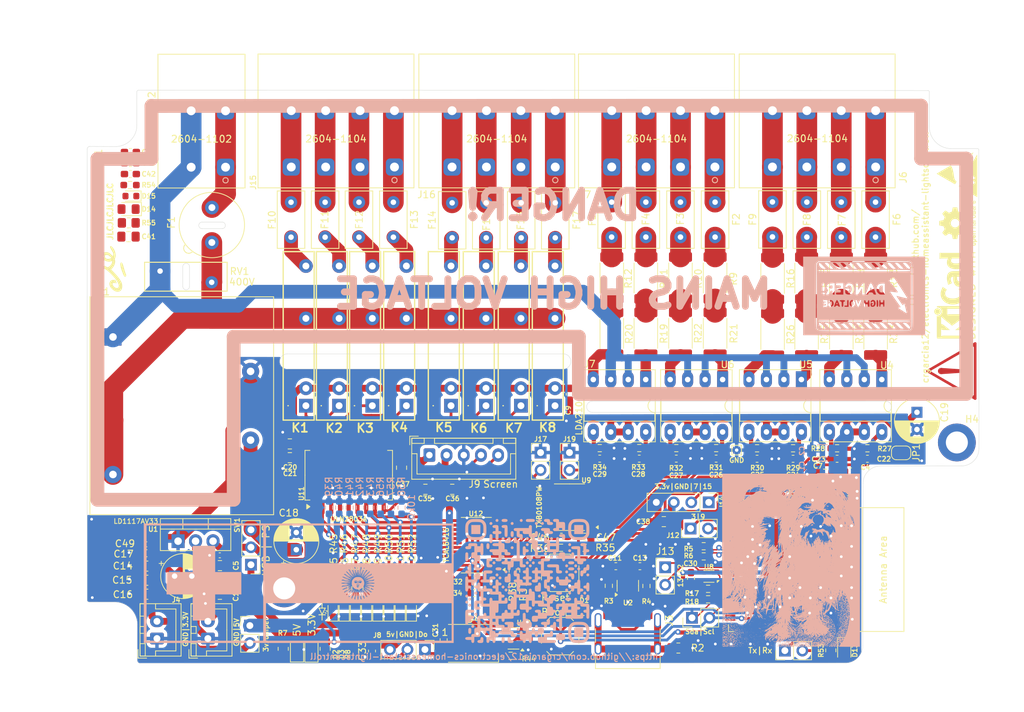
<source format=kicad_pcb>
(kicad_pcb (version 20240108) (generator "pcbnew") (generator_version "8.0")
  (title_block (title "Home Assistant module for lights control") (date "2024-09-08") (rev "20240908.24.8-1") (comment 1 "https://docs.rs-online.com/e49b/0900766b816e00ad.pdf") (comment 2 "https://media.distrelec.com/Web/Downloads/_t/ds/1862291_eng_tds.pdf") (comment 3 "case size: 62.8 (H) x 88.8 (W) x 138.8 (L)") (comment 4 "Board prepared for RS PRO Modular Enclosure for DIN rail 1862291"))
  (layers (0 "F.Cu" signal) (1 "In1.Cu" signal) (2 "In2.Cu" signal) (31 "B.Cu" signal) (34 "B.Paste" user) (35 "F.Paste" user) (36 "B.SilkS" user "B.Silkscreen") (37 "F.SilkS" user "F.Silkscreen") (38 "B.Mask" user) (39 "F.Mask" user) (44 "Edge.Cuts" user))
  (net 0 "")
  (net 1 "220VAC(L)")
  (net 2 "5V+")
  (net 3 "3.3V+")
  (net 4 "Net-(F1-Pad1)")
  (net 5 "Net-(F2-Pad1)")
  (net 6 "Net-(F3-Pad1)")
  (net 7 "Net-(F4-Pad1)")
  (net 8 "Net-(F5-Pad1)")
  (net 9 "Net-(J4-Pin_2)")
  (net 10 "220VAC(N)")
  (net 11 "EN")
  (net 12 "IO0")
  (net 13 "RXD0")
  (net 14 "TXD0")
  (net 15 "VBUS")
  (net 16 "GND")
  (net 17 "Net-(F2-Pad2)")
  (net 18 "Net-(F3-Pad2)")
  (net 19 "Net-(F4-Pad2)")
  (net 20 "Net-(F7-Pad1)")
  (net 21 "SDA")
  (net 22 "SCL")
  (net 23 "Net-(F8-Pad1)")
  (net 24 "Net-(F9-Pad1)")
  (net 25 "220VAC(N)-LowV")
  (net 26 "GPIO3")
  (net 27 "5V+_PS")
  (net 28 "Net-(F5-Pad2)")
  (net 29 "Net-(F6-Pad1)")
  (net 30 "Net-(D1-A)")
  (net 31 "Net-(D2-A)")
  (net 32 "Net-(D3-A)")
  (net 33 "Net-(D5-A)")
  (net 34 "Net-(D6-A)")
  (net 35 "Net-(D7-A)")
  (net 36 "GPIO9")
  (net 37 "Net-(D8-A)")
  (net 38 "Net-(D9-A)")
  (net 39 "Net-(D10-A)")
  (net 40 "Net-(D11-A)")
  (net 41 "Net-(D4-DIN)")
  (net 42 "Net-(D4-DOUT)")
  (net 43 "/ESP-D+")
  (net 44 "/ESP-D-")
  (net 45 "GPIO12")
  (net 46 "LED-GPIO")
  (net 47 "Net-(D13-A)")
  (net 48 "Net-(J3-D+-PadA6)")
  (net 49 "Net-(R15-Pad2)")
  (net 51 "Net-(R16-Pad2)")
  (net 52 "Net-(J3-CC1)")
  (net 53 "Net-(J3-SHIELD)")
  (net 54 "Net-(J3-CC2)")
  (net 56 "Net-(J3-D--PadA7)")
  (net 57 "Net-(U11-O1)")
  (net 58 "Net-(U11-O2)")
  (net 59 "Net-(U11-O3)")
  (net 60 "Net-(U11-O4)")
  (net 61 "GPIO13")
  (net 62 "Net-(U11-O5)")
  (net 63 "Net-(U11-O6)")
  (net 64 "Net-(U11-O7)")
  (net 65 "Net-(U11-O8)")
  (net 66 "Net-(R21-Pad1)")
  (net 67 "Net-(R10-Pad2)")
  (net 68 "Net-(R11-Pad2)")
  (net 69 "Net-(F10-Pad1)")
  (net 70 "Net-(F10-Pad2)")
  (net 71 "Net-(F11-Pad1)")
  (net 72 "Net-(F11-Pad2)")
  (net 73 "Net-(F12-Pad1)")
  (net 74 "Net-(F12-Pad2)")
  (net 75 "Net-(F13-Pad1)")
  (net 76 "Net-(F13-Pad2)")
  (net 77 "Net-(F14-Pad1)")
  (net 78 "Net-(F14-Pad2)")
  (net 79 "Net-(F15-Pad1)")
  (net 80 "Net-(F15-Pad2)")
  (net 81 "Net-(F16-Pad1)")
  (net 82 "Net-(F16-Pad2)")
  (net 83 "Net-(F17-Pad1)")
  (net 84 "Net-(F17-Pad2)")
  (net 85 "Net-(R12-Pad2)")
  (net 86 "Net-(R13-Pad2)")
  (net 87 "Net-(R14-Pad2)")
  (net 88 "Net-(R19-Pad2)")
  (net 89 "Net-(R20-Pad2)")
  (net 90 "Net-(R21-Pad2)")
  (net 91 "Net-(R22-Pad2)")
  (net 92 "Net-(R23-Pad2)")
  (net 93 "Net-(R24-Pad2)")
  (net 94 "Net-(R25-Pad2)")
  (net 95 "Net-(R26-Pad2)")
  (net 98 "RGBLED")
  (net 104 "GPIO7")
  (net 107 "Net-(F6-Pad2)")
  (net 108 "Net-(F7-Pad2)")
  (net 109 "Net-(F8-Pad2)")
  (net 110 "Net-(F9-Pad2)")
  (net 111 "Net-(D12-A)")
  (net 114 "GPIO15")
  (net 116 "Net-(JP1-B)")
  (net 142 "Net-(U12-P04)")
  (net 143 "Net-(U12-P00)")
  (net 144 "Net-(U12-P05)")
  (net 145 "Net-(U12-P01)")
  (net 146 "Net-(U12-P06)")
  (net 147 "Net-(U12-P03)")
  (net 148 "Net-(U12-P02)")
  (net 149 "TCAL_RESET")
  (net 150 "Net-(C11-Pad1)")
  (net 151 "Net-(C13-Pad1)")
  (net 152 "Net-(U9-A1)")
  (net 153 "Net-(U9-A2)")
  (net 154 "Net-(U9-A3)")
  (net 155 "Net-(U9-A4)")
  (net 156 "Net-(U9-A5)")
  (net 157 "Net-(U9-A6)")
  (net 158 "Net-(U9-A7)")
  (net 159 "Net-(U9-V_{CCA})")
  (net 160 "Net-(J19-Pin_2)")
  (net 161 "Net-(J17-Pin_2)")
  (net 163 "TCAL_INT")
  (net 164 "Net-(U11-I1)")
  (net 165 "Net-(U11-I2)")
  (net 166 "Net-(U11-I3)")
  (net 167 "Net-(U11-I4)")
  (net 168 "Net-(U11-I5)")
  (net 169 "Net-(U11-I8)")
  (net 170 "Net-(U11-I7)")
  (net 171 "Net-(U11-I6)")
  (footprint "Connector_PinHeader_2.54mm:PinHeader_1x02_P2.54mm_Vertical" (layer "F.Cu") (at 47.55 110.02)
    (property "Reference" "J5" (hide yes))
    (property "Value" "Conn_01x02_Pin" (hide yes))
  )
  (footprint "Resistor_SMD:R_2512_6332Metric_Pad1.40x3.35mm_HandSolder" (layer "F.Cu") (at 100.151 59.4615 -90)
    (property "Reference" "R12")
    (property "Value" "150kΩ1w" (hide yes))
  )
  (footprint "Resistor_SMD:R_2512_6332Metric_Pad1.40x3.35mm_HandSolder" (layer "F.Cu") (at 105.104 59.4615 -90)
    (property "Reference" "R11")
    (property "Value" "150kΩ1w" (hide yes))
  )
  (footprint "Varistor:RV_Disc_D12mm_W4.2mm_P7.5mm" (layer "F.Cu") (at 34.5024 58.46307)
    (property "Reference" "RV1" (hide yes))
    (property "Value" "400V")
  )
  (footprint "Resistor_SMD:R_2512_6332Metric_Pad1.40x3.35mm_HandSolder" (layer "F.Cu") (at 105.104 67.5133 -90)
    (property "Reference" "R19")
    (property "Value" "150kΩ1w" (hide yes))
  )
  (footprint "Resistor_SMD:R_2512_6332Metric_Pad1.40x3.35mm_HandSolder" (layer "F.Cu") (at 100.151 67.5133 -90)
    (property "Reference" "R20")
    (property "Value" "150kΩ1w" (hide yes))
  )
  (footprint "LED_SMD:LED_0805_2012Metric_Pad1.15x1.40mm_HandSolder" (layer "F.Cu") (at 54.4 113.45 90)
    (property "Reference" "D2")
    (property "Value" "5V")
  )
  (footprint "Resistor_SMD:R_0805_2012Metric_Pad1.20x1.40mm_HandSolder" (layer "F.Cu") (at 52.4 113.4 90)
    (property "Reference" "R7")
    (property "Value" "100Ω" (hide yes))
  )
  (footprint "Connector_JST:JST_XH_B2B-XH-A_1x02_P2.50mm_Vertical" (layer "F.Cu") (at 41.45 111.8997 90)
    (property "Reference" "J1")
    (property "Value" "GND|5V")
  )
  (footprint "icons:che" (layer "F.Cu") (at 27.25 58.15 90)
    (property "Reference" "G10" (hide yes))
    (property "Value" "LOGO" (hide yes))
  )
  (footprint "Capacitor_SMD:C_0805_2012Metric_Pad1.18x1.45mm_HandSolder" (layer "F.Cu") (at 32.4827 101.3698 180)
    (property "Reference" "C14")
    (property "Value" "100nF")
  )
  (footprint "Capacitor_SMD:C_0805_2012Metric_Pad1.18x1.45mm_HandSolder" (layer "F.Cu") (at 43.2 103.4 180)
    (property "Reference" "C8")
    (property "Value" "22uF")
  )
  (footprint "rac05-05sk:277" (layer "F.Cu") (at 37.656 78.0466)
    (property "Reference" "PS1")
    (property "Value" "RAC05-05SK/277")
  )
  (footprint "Package_TO_SOT_THT:TO-220-3_Vertical" (layer "F.Cu") (at 37.1187 97.7392)
    (property "Reference" "U1")
    (property "Value" "LD1117AV33")
  )
  (footprint "wago-2604-1104:big_pads_2604-1104" (layer "F.Cu") (at 68.5678 43.3324 180)
    (property "Reference" "J15")
    (property "Value" "2604-1104")
  )
  (footprint "wago-2604-1102:big_pads_2604-1102" (layer "F.Cu") (at 44.02 43.355999 180)
    (property "Reference" "J2")
    (property "Value" "2604-1102")
  )
  (footprint "wago-2604-1104:big_pads_2604-1104" (layer "F.Cu") (at 115.14 43.328199 180)
    (property "Reference" "J7")
    (property "Value" "2604-1104")
  )
  (footprint "Fuse:Fuseholder_TR5_Littelfuse_No560_No460" (layer "F.Cu") (at 42.037 49.2252 -90)
    (property "Reference" "F1")
    (property "Value" "250V500mA")
  )
  (footprint "Package_DIP:DIP-8_W7.62mm_Socket_LongPads" (layer "F.Cu") (at 139.389178 74.236118 -90)
    (property "Reference" "U4")
    (property "Value" "LDA210-PDIP")
  )
  (footprint "Resistor_SMD:R_2512_6332Metric_Pad1.40x3.35mm_HandSolder" (layer "F.Cu") (at 115.1624 67.5133 -90)
    (property "Reference" "R21")
    (property "Value" "150kΩ1w" (hide yes))
  )
  (footprint "Resistor_SMD:R_2512_6332Metric_Pad1.40x3.35mm_HandSolder" (layer "F.Cu") (at 110.1332 59.4615 -90)
    (property "Reference" "R10")
    (property "Value" "150kΩ1w" (hide yes))
  )
  (footprint "Resistor_SMD:R_2512_6332Metric_Pad1.40x3.35mm_HandSolder" (layer "F.Cu") (at 115.1624 59.4615 -90)
    (property "Reference" "R9")
    (property "Value" "150kΩ1w" (hide yes))
  )
  (footprint "Package_DIP:DIP-8_W7.62mm_Socket_LongPads" (layer "F.Cu") (at 105.0813 74.2396 -90)
    (property "Reference" "U7")
    (property "Value" "LDA210-PDIP")
  )
  (footprint "Package_DIP:DIP-8_W7.62mm_Socket_LongPads" (layer "F.Cu") (at 116.2573 74.2396 -90)
    (property "Reference" "U6")
    (property "Value" "LDA210-PDIP" (hide yes))
  )
  (footprint "Resistor_SMD:R_2512_6332Metric_Pad1.40x3.35mm_HandSolder" (layer "F.Cu") (at 110.1332 67.5133 -90)
    (property "Reference" "R22")
    (property "Value" "150kΩ1w" (hide yes))
  )
  (footprint "Resistor_SMD:R_0603_1608Metric_Pad0.98x0.95mm_HandSolder" (layer "F.Cu") (at 131.376902 89.787199)
    (property "Reference" "R1")
    (property "Value" "10kΩ" (hide yes))
  )
  (footprint "Capacitor_SMD:C_0603_1608Metric_Pad1.08x0.95mm_HandSolder" (layer "F.Cu") (at 131.364402 91.311199 180)
    (property "Reference" "C3")
    (property "Value" "100nF" (hide yes))
  )
  (footprint "Connector_JST:JST_XH_B2B-XH-A_1x02_P2.50mm_Vertical" (layer "F.Cu") (at 34.05 111.8997 90)
    (property "Reference" "J4")
    (property "Value" "GND|3.3V")
  )
  (footprint "hamodule_SW_SPST_SKQG_WithStem:SW_SPST_SKQG_WithStem" (layer "F.Cu") (at 92.647 102.35)
    (property "Reference" "SW2" (hide yes))
    (property "Value" "Reset")
  )
  (footprint "hamodule_SW_SPST_SKQG_WithStem:SW_SPST_SKQG_WithStem" (layer "F.Cu") (at 92.6458 111.5526)
    (property "Reference" "SW3" (hide yes))
    (property "Value" "Boot")
  )
  (footprint "Connector_PinHeader_2.54mm:PinHeader_1x02_P2.54mm_Vertical" (layer "F.Cu") (at 125.305402 113.659699 90)
    (property "Reference" "J10" (hide yes))
    (property "Value" "Tx|Rx")
  )
  (footprint "Capacitor_SMD:C_0603_1608Metric_Pad1.08x0.95mm_HandSolder" (layer "F.Cu") (at 134.8375 89.2)
    (property "Reference" "C6")
    (property "Value" "100nF" (hide yes))
  )
  (footprint "Capacitor_SMD:C_0603_1608Metric_Pad1.08x0.95mm_HandSolder" (layer "F.Cu") (at 111.655402 103.169699 -90)
    (property "Reference" "C30")
    (property "Value" "100nF" (hide yes))
  )
  (footprint "Connector_PinHeader_2.54mm:PinHeader_1x02_P2.54mm_Vertical" (layer "F.Cu") (at 94 84.86)
    (property "Reference" "J19")
    (property "Value" "TestPoint")
  )
  (footprint "Capacitor_SMD:C_0603_1608Metric_Pad1.08x0.95mm_HandSolder" (layer "F.Cu") (at 100.7375 101.389699 180)
    (property "Reference" "C11")
    (property "Value" "20p")
  )
  (footprint "LED_SMD:LED_0805_2012Metric_Pad1.15x1.40mm_HandSolder" (layer "F.Cu") (at 56.5 113.475 90)
    (property "Reference" "D3")
    (property "Value" "3.3V")
  )
  (footprint "Package_SO:SOP-18_7x12.5mm_P1.27mm" (layer "F.Cu") (at 61.92 88.15 90)
    (property "Reference" "U11")
    (property "Value" "ULN2803A")
  )
  (footprint "Capacitor_THT:CP_Radial_D6.3mm_P2.50mm" (layer "F.Cu") (at 144.5 79 -90)
    (property "Reference" "C19")
    (property "Value" "10uF")
  )
  (footprint "Connector_PinHeader_2.54mm:PinHeader_1x04_P2.54mm_Vertical" (layer "F.Cu") (at 114.24 92.1 -90)
    (property "Reference" "J14")
    (property "Value" "3.3v|GND|7|15")
  )
  (footprint "Resistor_SMD:R_0603_1608Metric_Pad0.98x0.95mm_HandSolder" (layer "F.Cu") (at 61.272 104.590404 90)
    (property "Reference" "R46")
    (property "Value" "660Ω")
  )
  (footprint "wago-2604-1104:big_pads_2604-1104" (layer "F.Cu") (at 138.497702 43.328199 180)
    (property "Reference" "J6")
    (property "Value" "2604-1104")
  )
  (footprint "wago-2604-1104:big_pads_2604-1104" (layer "F.Cu") (at 91.9358 43.3324 180)
    (property "Reference" "J16")
    (property "Value" "2604-1104")
  )
  (footprint "Resistor_SMD:R_0603_1608Metric_Pad0.98x0.95mm_HandSolder" (layer "F.Cu") (at 59.6464 104.588504 90)
    (property "Reference" "R45")
    (property "Value" "660Ω")
  )
  (footprint "Resistor_SMD:R_2512_6332Metric_Pad1.40x3.35mm_HandSolder" (layer "F.Cu") (at 128.4592 67.6178 -90)
    (property "Reference" "R25")
    (property "Value" "150kΩ1w")
  )
  (footprint "Capacitor_SMD:C_0603_1608Metric_Pad1.08x0.95mm_HandSolder" (layer "F.Cu") (at 121.262502 85.761299)
    (property "Reference" "C25")
    (property "Value" "22uF")
  )
  (footprint "Symbol:ESD-Logo_6.6x6mm_SilkScreen" (layer "F.Cu") (at 150.3 44.45 90)
    (property "Reference" "G8" (hide yes))
    (property "Value" "ESD-Logo_6.6x6mm_SilkScreen" (hide yes))
  )
  (footprint "Capacitor_SMD:C_0603_1608Metric_Pad1.08x0.95mm_HandSolder" (layer "F.Cu") (at 30.1875 42.75 180)
    (property "Reference" "C40")
    (property "Value" "22uF")
  )
  (footprint "Resistor_SMD:R_2512_6332Metric_Pad1.40x3.35mm_HandSolder" (layer "F.Cu") (at 128.4592 59.4858 -90)
    (property "Reference" "R15")
    (property "Value" "150kΩ1w")
  )
  (footprint "LED_SMD:LED_0603_1608Metric" (layer "F.Cu") (at 59.6464 107.890604 90)
    (property "Reference" "D5")
    (property "Value" "LED")
  )
  (footprint "Capacitor_SMD:C_0603_1608Metric_Pad1.08x0.95mm_HandSolder" (layer "F.Cu") (at 132.894602 85.761299)
    (property "Reference" "C23")
    (property "Value" "22uF")
  )
  (footprint "RST-80-AMMO:FUSE_RST-1-BULK" (layer "F.Cu") (at 81.9028 51.0794 90)
    (property "Reference" "F15")
    (property "Value" "Fuse")
  )
  (footprint "Resistor_SMD:R_0805_2012Metric_Pad1.20x1.40mm_HandSolder" (layer "F.Cu") (at 58.5 113.4 90)
    (property "Reference" "R8")
    (property "Value" "100Ω")
  )
  (footprint "Resistor_SMD:R_0603_1608Metric_Pad0.98x0.95mm_HandSolder" (layer "F.Cu") (at 109.527126 84.21248)
    (property "Reference" "R32")
    (property "Value" "10kΩ" (hide yes))
  )
  (footprint "AQG12205:AQG12205" (layer "F.Cu") (at 76.787 78.0439 90)
    (property "Reference" "K5")
    (property "Value" "AQG22205" (hide yes))
  )
  (footprint "Connector_PinHeader_2.54mm:PinHeader_1x02_P2.54mm_Vertical" (layer "F.Cu") (at 111.6 95.9 90)
    (property "Reference" "J12")
    (property "Value" "3|9")
  )
  (footprint "RST-80-AMMO:FUSE_RST-1-BULK" (layer "F.Cu") (at 105.104 50.9759 90)
    (property "Reference" "F4")
    (property "Value" "Fuse")
  )
  (footprint "Resistor_SMD:R_0603_1608Metric_Pad0.98x0.95mm_HandSolder" (layer "F.Cu") (at 67.7744 104.588504 90)
    (property "Reference" "R50")
    (property "Value" "660Ω" (hide yes))
  )
  (footprint "Resistor_SMD:R_0603_1608Metric_Pad0.98x0.95mm_HandSolder" (layer "F.Cu") (at 66.1488 104.590404 90)
    (property "Reference" "R49")
    (property "Value" "660Ω")
  )
  (footprint "Resistor_SMD:R_2512_6332Metric_Pad1.40x3.35mm_HandSolder" (layer "F.Cu") (at 123.5202 67.6656 -90)
    (property "Reference" "R26")
    (property "Value" "150kΩ1w")
  )
  (footprint "Resistor_SMD:R_0603_1608Metric_Pad0.98x0.95mm_HandSolder" (layer "F.Cu") (at 98.400026 84.21248)
    (property "Reference" "R34")
    (property "Value" "10kΩ" (hide yes))
  )
  (footprint "Package_TO_SOT_SMD:SOT-23-5" (layer "F.Cu") (at 85.8625 111.8768 180)
    (property "Reference" "U10")
    (property "Value" "SN74LV1T34DBV")
  )
  (footprint "Resistor_SMD:R_0603_1608Metric" (layer "F.Cu") (at 113.505402 98.479699 180)
    (property "Reference" "R5")
    (property "Value" "22Ω" (hide yes))
  )
  (footprint "Capacitor_THT:CP_Radial_D6.3mm_P2.50mm" (layer "F.Cu") (at 54.3 98.98238 90)
    (property "Reference" "C18")
    (property "Value" "10uF")
  )
  (footprint "Resistor_SMD:R_0603_1608Metric_Pad0.98x0.95mm_HandSolder" (layer "F.Cu") (at 137.3 84.237299)
    (property "Reference" "R27")
    (property "Value" "10kΩ")
  )
  (footprint "Symbol:Symbol_Attention_Triangle_8x7mm_Copper" (layer "F.Cu") (at 149.5 73 90)
    (property "Reference" "G9" (hide yes))
    (property "Value" "Symbol_Attention_Triangle_8x7mm_Copper" (hide yes))
  )
  (footprint "Resistor_SMD:R_2512_6332Metric_Pad1.40x3.35mm_HandSolder" (layer "F.Cu") (at 123.5202 59.5356 -90)
    (property "Reference" "R16")
    (property "Value" "150kΩ1w")
  )
  (footprint "Resistor_SMD:R_0603_1608Metric" (layer "F.Cu") (at 113.505402 99.954699 180)
    (property "Reference" "R6")
    (property "Value" "22Ω" (hide yes))
  )
  (footprint "Espressif:ESP32-S3-WROOM-2" (layer "F.Cu") (at 126.855402 101.869699 -90)
    (property "Reference" "U3")
    (property "Value" "ESP32-S3-WROOM-2" (hide yes))
  )
  (footprint "Resistor_SMD:R_2512_6332Metric_Pad1.40x3.35mm_HandSolder" (layer "F.Cu") (at 138.4922 59.4858 -90)
    (property "Reference" "R13")
    (property "Value" "150kΩ1w")
  )
  (footprint "LED_SMD:LED_0603_1608Metric" (layer "F.Cu") (at 67.7744 107.890504 90)
    (property "Reference" "D10")
    (property "Value" "LED" (hide yes))
  )
  (footprint "Package_SO:TSSOP-24_4.4x7.8mm_P0.65mm" (layer "F.Cu") (at 80.4625 98.325 180)
    (property "Reference" "U12")
    (property "Value" "TCAL6416")
  )
  (footprint "AQG12205:AQG12205" (layer "F.Cu") (at 81.867 78.0439 90)
    (property "Reference" "K6")
    (property "Value" "AQG22205" (hide yes))
  )
  (footprint "Symbol:KiCad-Logo2_5mm_SilkScreen" (layer "F.Cu") (at 150 62 90)
    (property "Reference" "G6" (hide yes))
    (property "Value" "KiCad-Logo2_5mm_SilkScreen" (hide yes))
  )
  (footprint "Resistor_SMD:R_0603_1608Metric_Pad0.98x0.95mm_HandSolder" (layer "F.Cu") (at 85.4479 114.4168)
    (property "Reference" "R44")
    (property "Value" "10kΩ")
  )
  (footprint "RST-80-AMMO:FUSE_RST-1-BULK" (layer "F.Cu") (at 115.1624 50.9759 90)
    (property "Reference" "F2")
    (property "Value" "Fuse")
  )
  (footprint "Connector_PinHeader_2.54mm:PinHeader_1x02_P2.54mm_Vertical" (layer "F.Cu") (at 89.8 84.86)
    (property "Reference" "J17")
    (property "Value" "TestPoint")
  )
  (footprint "Connector_PinHeader_2.54mm:PinHeader_1x02_P2.54mm_Vertical" (layer "F.Cu") (at 107.915402 101.544699)
    (property "Reference" "J13")
    (property "Value" "13|12")
  )
  (footprint "RST-80-AMMO:FUSE_RST-1-BULK" (layer "F.Cu") (at 133.5024 50.9778 90)
    (property "Reference" "F7")
    (property "Value" "Fuse")
  )
  (footprint "Capacitor_SMD:C_0603_1608Metric_Pad1.08x0.95mm_HandSolder" (layer "F.Cu") (at 75.7152 112.0652 90)
    (property "Reference" "C31")
    (property "Value" "100nF")
  )
  (footprint "Connector_PinHeader_2.54mm:PinHeader_1x02_P2.54mm_Vertical" (layer "F.Cu") (at 111.8058 108.8898 90)
    (property "Reference" "J11" (hide yes))
    (property "Value" "Sda|Scl")
  )
  (footprint "Resistor_SMD:R_0603_1608Metric_Pad0.98x0.95mm_HandSolder" (layer "F.Cu") (at 126.494902 84.237299)
    (property "Reference" "R29")
    (property "Value" "10kΩ")
  )
  (footprint "TestPoint:TestPoint_THTPad_1.0x1.0mm_Drill0.5mm" (layer "F.Cu") (at 118.3 84.5)
    (property "Reference" "TP1" (hide yes))
    (property "Value" "GND")
  )
  (footprint "LED_SMD:LED_0805_2012Metric_Pad1.15x1.40mm_HandSolder" (layer "F.Cu") (at 133.9342 113.6142 -90)
    (property "Reference" "D13")
    (property "Value" "LED")
  )
  (footprint "Symbol:OSHW-Logo2_7.3x6mm_SilkScreen" (layer "F.Cu") (at 150.5 51.5 90)
    (property "Reference" "G7" (hide yes))
    (property "Value" "OSHW-Logo2_7.3x6mm_SilkScreen" (hide yes))
  )
  (footprint "Capacitor_SMD:C_0805_2012Metric_Pad1.18x1.45mm_HandSolder" (layer "F.Cu") (at 73.0625 90.2)
    (property "Reference" "C35")
    (property "Value" "100nF")
  )
  (footprint "Capacitor_SMD:C_0603_1608Metric_Pad1.08x0.95mm_HandSolder" (layer "F.Cu") (at 80.1875 105.3)
    (property "Reference" "C34")
    (property "Value" "22uF")
  )
  (footprint "Diode_SMD:D_SOD-323" (layer "F.Cu") (at 95.1 107.7)
    (property "Reference" "D1")
    (property "Value" "BAT60A" (hide yes))
  )
  (footprint "RST-80-AMMO:FUSE_RST-1-BULK" (layer "F.Cu") (at 128.4978 50.9778 90)
    (property "Reference" "F8")
    (property "Value" "Fuse")
  )
  (footprint "RST-80-AMMO:FUSE_RST-1-BULK" (layer "F.Cu") (at 68.4083 50.9929 90)
    (property "Reference" "F13")
    (property "Value" "Fuse")
  )
  (footprint "Package_DIP:DIP-8_W7.62mm_Socket_LongPads" (layer "F.Cu") (at 127.705178 74.236118 -90)
    (property "Reference" "U5")
    (property "Value" "LDA210-PDIP")
  )
  (footprint "Resistor_SMD:R_2512_6332Metric_Pad1.40x3.35mm_HandSolder" (layer "F.Cu") (at 133.5138 59.4858 -90)
    (property "Reference" "R14")
    (property "Value" "150kΩ1w")
  )
  (footprint "Capacitor_SMD:C_0603_1608Metric_Pad1.08x0.95mm_HandSolder" (layer "F.Cu") (at 137.3 85.761299 180)
    (property "Reference" "C22")
    (property "Value" "22uF")
  )
  (footprint "Capacitor_SMD:C_0805_2012Metric_Pad1.18x1.45mm_HandSolder" (layer "F.Cu") (at 32.4827 103.4272 180)
    (property "Reference" "C15")
    (property "Value" "100nF")
  )
  (footprint "Connector_PinHeader_2.54mm:PinHeader_1x03_P2.54mm_Vertical" (layer "F.Cu") (at 72.9928 113.5017 -90)
    (property "Reference" "J8")
    (property "Value" "5v|GND|Do")
  )
  (footprint "Capacitor_SMD:C_0603_1608Metric_Pad1.08x0.95mm_HandSolder" (layer "F.Cu") (at 30.1875 44.35)
    (property "Reference" "C42")
    (property "Value" "20p")
  )
  (footprint "Resistor_SMD:R_0805_2012Metric_Pad1.20x1.40mm_HandSolder" (layer "F.Cu") (at 29.95 51.45 180)
    (property "Reference" "R55")
    (property "Value" "100Ω")
  )
  (footprint "Capacitor_SMD:C_0402_1005Metric" (layer "F.Cu") (at 134.5 90.5)
    (property "Reference" "C44")
    (property "Value" "10uF")
  )
  (footprint "RST-80-AMMO:FUSE_RST-1-BULK" (layer "F.Cu") (at 76.9498 51.0794 90)
    (property "Reference" "F14")
    (property "Value" "Fuse")
  )
  (footprint "usb-c:USB_C_Receptacle_HRO_TYPE-C-31-M-12" (layer "F.Cu") (at 102.481402 112.375599)
    (property "Reference" "J3")
    (property "Value" "USB_C_Receptacle_USB2.0")
  )
  (footprint "Resistor_SMD:R_0603_1608Metric_Pad0.98x0.95mm_HandSolder" (layer "F.Cu") (at 115.318326 84.21248)
    (property "Reference" "R31")
    (property "Value" "10kΩ" (hide yes))
  )
  (footprint "Capacitor_SMD:C_0603_1608Metric_Pad1.08x0.95mm_HandSolder" (layer "F.Cu") (at 96.225 97.1)
    (property "Reference" "C47")
    (property "Value" "100nF")
  )
  (footprint "Connector_JST:JST_XH_B5B-XH-A_1x05_P2.50mm_Vertical" (layer "F.Cu") (at 73.6384 85.2254)
    (property "Reference" "J9")
    (property "Value" "Screen")
  )
  (footprint "Resistor_SMD:R_0603_1608Metric_Pad0.98x0.95mm_HandSolder" (layer "F.Cu") (at 92.775 98.7)
    (property "Reference" "R36")
    (property "Value" "1kΩ")
  )
  (footprint "Resistor_SMD:R_0603_1608Metric_Pad0.98x0.95mm_HandSolder" (layer "F.Cu") (at 62.8976 104.590404 90)
    (property "Reference" "R47")
    (property "Value" "660Ω")
  )
  (footprint "Connector_PinHeader_2.54mm:PinHeader_1x03_P2.54mm_Vertical" (layer "F.Cu") (at 47.71 101.17 180)
    (property "Reference" "SW1")
    (property "Value" "USB | PS")
  )
  (footprint "Capacitor_SMD:C_0603_1608Metric_Pad1.08x0.95mm_HandSolder" (layer "F.Cu") (at 109.524126 85.73648)
    (property "Reference" "C27")
    (property "Value" "22uF")
  )
  (footprint "LED_SMD:LED_0603_1608Metric" (layer "F.Cu") (at 71.0256 107.890504 90)
    (property "Reference" "D12")
    (property "Value" "LED" (hide yes))
  )
  (footprint "Package_SO:TSSOP-20_4.4x6.5mm_P0.65mm" (layer "F.Cu") (at 94 92.8 180)
    (property "Reference" "U9")
    (property "Value" "TXB0108PW")
  )
  (footprint "Capacitor_SMD:C_0603_1608Metric_Pad1.08x0.95mm_HandSolder" (layer "F.Cu") (at 104.1411 85.73648)
    (property "Reference" "C28")
    (property "Value" "22uF")
  )
  (footprint "Capacitor_SMD:C_0805_2012Metric_Pad1.18x1.45mm_HandSolder" (layer "F.Cu") (at 43.1922 105.464 180)
    (property "Reference" "C10")
    (property "Value" "100nF")
  )
  (footprint "RST-80-AMMO:FUSE_RST-1-BULK" (layer "F.Cu") (at 138.4808 50.9778 90)
    (property "Reference" "F6")
    (property "Value" "Fuse")
  )
  (footprint "RST-80-AMMO:FUSE_RST-1-BULK" (layer "F.Cu") (at 110.1332 50.9759 90)
    (property "Reference" "F3")
    (property "Value" "Fuse")
  )
  (footprint "Resistor_SMD:R_0603_1608Metric_Pad0.98x0.95mm_HandSolder" (layer "F.Cu") (at 121.262502 84.237299)
    (property "Reference" "R30")
    (property "Value" "10kΩ")
  )
  (footprint "LED_SMD:LED_0805_2012Metric_Pad1.15x1.40mm_HandSolder" (layer "F.Cu") (at 29.925 49.45 180)
    (property "Reference" "D14")
    (property "Value" "C2297")
  )
  (footprint "LED_SMD:LED_0603_1608Metric" (layer "F.Cu") (at 61.272 107.890504 90)
    (property "Reference" "D6")
    (property "Value" "LED")
  )
  (footprint "icons:led_6000dpi" (layer "F.Cu") (at 58.2 108 -90)
    (property "Reference" "G4" (hide yes))
    (property "Value" "LOGO" (hide yes))
  )
  (footprint "Capacitor_SMD:C_0603_1608Metric_Pad1.08x0.95mm_HandSolder" (layer "F.Cu") (at 65.3034 113.7158 -90)
    (property "Reference" "C33")
    (property "Value" "100nF")
  )
  (footprint "RST-80-AMMO:FUSE_RST-1-BULK" (layer "F.Cu") (at 86.9828 51.0794 90)
    (property "Reference" "F16")
    (property "Value" "Fuse")
  )
  (footprint "Capacitor_SMD:C_0805_2012Metric_Pad1.18x1.45mm_HandSolder" (layer "F.Cu") (at 107.7125 94.9)
    (property "Reference" "C38")
    (property "Value" "100nF")
  )
  (footprint "Resistor_SMD:R_0603_1608Metric_Pad0.98x0.95mm_HandSolder" (layer "F.Cu") (at 71.0256 104.588504 90)
    (property "Reference" "R52")
    (property "Value" "660Ω" (hide yes))
  )
  (footprint "Capacitor_SMD:C_0603_1608Metric_Pad1.08x0.95mm_HandSolder" (layer "F.Cu") (at 126.494902 85.761299)
    (property "Reference" "C24")
    (property "Value" "22uF")
  )
  (footprint "Capacitor_SMD:C_0805_2012Metric_Pad1.18x1.45mm_HandSolder" (layer "F.Cu") (at 76.9625 90.2)
    (property "Reference" "C36")
    (property "Value" "100nF")
  )
  (footprint "Capacitor_SMD:C_0603_1608Metric_Pad1.08x0.95mm_HandSolder" (layer "F.Cu") (at 115.315326 85.73648 180)
    (property "Reference" "C26")
    (property "Value" "22uF")
  )
  (footprint "Capacitor_SMD:C_0805_2012Metric_Pad1.18x1.45mm_HandSolder" (layer "F.Cu") (at 69.6 87.0625 -90)
    (property "Reference" "C37")
    (property "Value" "100nF")
  )
  (footprint "LED_SMD:LED_WS2812B_PLCC4_5.0x5.0mm_P3.2mm" (layer "F.Cu") (at 80.05 112.6)
    (property "Reference" "D4")
    (property "Value" "WS2812B")
  )
  (footprint "MountingHole:MountingHole_3.2mm_M3_ISO14580_Pad" (layer "F.Cu") (at 52.54 104.61)
    (property "Reference" "H5")
    (property "Value" "MountingHole_Pad")
  )
  (footprint "Resistor_SMD:R_0603_1608Metric_Pad0.98x0.95mm_HandSolder" (layer "F.Cu") (at 96.2125 98.7)
    (property "Reference" "R35")
    (property "Value" "10kΩ")
  )
  (footprint "Resistor_SMD:R_0603_1608Metric_Pad0.98x0.95mm_HandSolder" (layer "F.Cu") (at 105.185402 104.259699 90)
    (property "Reference" "R4")
    (property "Value" "5.1kΩ")
  )
  (footprint "Capacitor_SMD:C_0402_1005Metric" (layer "F.Cu") (at 32.48 98.2 180)
    (property "Reference" "C49")
    (property "Value" "10uF")
  )
  (footprint "Resistor_SMD:R_0603_1608Metric_Pad0.98x0.95mm_HandSolder" (layer "F.Cu") (at 69.4 104.588504 90)
    (property "Reference" "R51")
    (property "Value" "660Ω" (hide yes))
  )
  (footprint "Capacitor_SMD:C_0603_1608Metric_Pad1.08x0.95mm_HandSolder" (layer "F.Cu") (at 92.825 97.1 180)
    (property "Reference" "C46")
    (property "Value" "100nF")
  )
  (footprint "Capacitor_SMD:C_0603_1608Metric_Pad1.08x0.95mm_HandSolder" (layer "F.Cu") (at 32.4625 99.5 180)
    (property "Reference" "C17")
    (property "Value" "20p")
  )
  (footprint "AQG12205:AQG12205" (layer "F.Cu") (at 55.6943 78.0439 90)
    (property "Reference" "K1")
    (property "Value" "AQG22205" (hide yes))
  )
  (footprint "AQG12205:AQG12205" (layer "F.Cu") (at 60.5203 78.0439 90)
    (property "Reference" "K2")
    (property "Value" "AQG22205" (hide yes))
  )
  (footprint "RST-80-AMMO:FUSE_RST-1-BULK" (layer "F.Cu") (at 58.4883 50.9929 90)
    (property "Reference" "F11")
    (property "Value" "Fuse")
  )
  (footprint "AQG12205:AQG12205" (layer "F.Cu") (at 70.2993 78.0439 90)
    (property "Reference" "K4")
    (property "Value" "AQG22205" (hide yes))
  )
  (footprint "AQG12205:AQG12205" (layer "F.Cu") (at 86.947 78.0439 90)
    (property "Reference" "K7")
    (property "Value" "AQG22205" (hide yes))
  )
  (footprint "AQG12205:AQG12205" (layer "F.Cu") (at 91.9 78.0439 90)
    (property "Reference" "K8")
    (property "Value" "AQG22205" (hide yes))
  )
  (footprint "Capacitor_SMD:C_0805_2012Metric_Pad1.18x1.45mm_HandSolder" (layer "F.Cu") (at 53.3625 85.6 180)
    (property "Reference" "C21")
    (property "Value" "22uF")
  )
  (footprint "Resistor_SMD:R_0805_2012Metric_Pad1.20x1.40mm_HandSolder" (layer "F.Cu") (at 109.8202 113.284)
    (property "Reference" "R2")
    (property "Value" "150kΩ")
  )
  (footprint "Sensor_Humidity:Sensirion_DFN-4_1.5x1.5mm_P0.8mm_SHT4x_NoCentralPad" (layer "F.Cu") (at 114.265402 102.863299 180)
    (property "Reference" "U8")
    (property "Value" "SHT4x")
  )
  (footprint "LED_SMD:LED_0603_1608Metric" (layer "F.Cu") (at 64.5232 107.890504 90)
    (property "Reference" "D8")
    (property "Value" "LED")
  )
  (footprint "Package_TO_SOT_SMD:SOT-23-6" (layer "F.Cu") (at 102.485402 104.229699 90)
    (property "Reference" "U2")
    (property "Value" "USBLC6-2SC6" (hide yes))
  )
  (footprint "AQG12205:AQG12205" (layer "F.Cu") (at 65.3463 78.0439 90)
    (property "Reference" "K3")
    (property "Value" "AQG22205" (hide yes))
  )
  (footprint "Capacitor_SMD:C_0603_1608Metric_Pad1.08x0.95mm_HandSolder" (layer "F.Cu") (at 104.2375 101.389699)
    (property "Reference" "C13")
    (property "Value" "20p")
  )
  (footprint "MountingHole:MountingHole_3.2mm_M3_ISO14580_Pad" (layer "F.Cu") (at 150.3 83.3882)
    (property "Reference" "H4")
    (property "Value" "MountingHole_Pad" (hide yes))
  )
  (footprint "Capacitor_SMD:C_0805_2012Metric_Pad1.18x1.45mm_HandSolder" (layer "F.Cu") (at 29.9125 53.45)
    (property "Reference" "C41")
    (property "Value" "100nF")
  )
  (footprint "Resistor_SMD:R_0603_1608Metric_Pad0.98x0.95mm_HandSolder" (layer "F.Cu") (at 114.147002 104.6734)
    (property "Reference" "R17")
    (property "Value" "10kΩ" (hide yes))
  )
  (footprint "Capacitor_SMD:C_0805_2012Metric_Pad1.18x1.45mm_HandSolder" (layer "F.Cu") (at 32.4827 105.4592 180)
    (property "Reference" "C16")
    (property "Value" "22uF")
  )
  (footprint "LED_SMD:LED_0603_1608Metric" (layer "F.Cu") (at 62.8976 107.890504 90)
    (property "Reference" "D7")
    (property "Value" "LED")
  )
  (footprint "Resistor_SMD:R_2512_6332Metric_Pad1.40x3.35mm_HandSolder" (layer "F.Cu") (at 133.5138 67.6138 -90)
    (property "Reference" "R24")
    (property "Value" "150kΩ1w")
  )
  (footprint "Capacitor_THT:CP_Radial_D6.3mm_P2.50mm" (layer "F.Cu") (at 36.6107 102.8192)
    (property "Reference" "C12")
    (property "Value" "10uF" (hide yes))
  )
  (footprint "RST-80-AMMO:FUSE_RST-1-BULK" (layer "F.Cu") (at 123.4978 50.9484 90)
    (property "Reference" "F9")
    (property "Value" "Fuse")
  )
  (footprint "RST-80-AMMO:FUSE_RST-1-BULK" (layer "F.Cu") (at 100.1256 50.9759 90)
    (property "Reference" "F5")
    (property "Value" "Fuse")
  )
  (footprint "Resistor_SMD:R_0603_1608Metric_Pad0.98x0.95mm_HandSolder" (layer "F.Cu") (at 30.1375 45.95 180)
    (property "Reference" "R54")
    (property "Value" "660Ω")
  )
  (footprint "LED_SMD:LED_0603_1608Metric" (layer "F.Cu") (at 66.1488 107.890504 90)
    (property "Reference" "D9")
    (property "Value" "LED")
  )
  (footprint "Jumper:SolderJumper-2_P1.3mm_Bridged2Bar_RoundedPad1.0x1.5mm" (layer "F.Cu") (at 142.2 84.9)
    (property "Reference" "JP1")
    (property "Value" "Jump_Open")
  )
  (footprint "Resistor_SMD:R_2512_6332Metric_Pad1.40x3.35mm_HandSolder" (layer "F.Cu") (at 138.4922 67.6138 -90)
    (property "Reference" "R23")
    (property "Value" "150kΩ1w")
  )
  (footprint "Capacitor_SMD:C_0603_1608Metric_Pad1.08x0.95mm_HandSolder" (layer "F.Cu") (at 134.8375 87.6)
    (property "Reference" "C4")
    (property "Value" "22uF" (hide yes))
  )
  (footprint "Capacitor_SMD:C_0805_2012Metric_Pad1.18x1.45mm_HandSolder" (layer "F.Cu") (at 43.2 101.3 180)
    (property "Reference" "C5")
    (property "Value" "100nF")
  )
  (footprint "RST-80-AMMO:FUSE_RST-1-BULK" (layer "F.Cu") (at 91.9358 51.0794 90)
    (property "Reference" "F17")
    (property "Value" "Fuse")
  )
  (footprint "Capacitor_SMD:C_0805_2012Metric_Pad1.18x1.45mm_HandSolder" (layer "F.Cu") (at 53.3625 83.6 180)
    (property "Reference" "C20")
    (property "Value" "100nF")
  )
  (footprint "Resistor_SMD:R_0603_1608Metric_Pad0.98x0.95mm_HandSolder" (layer "F.Cu") (at 64.5232 104.590404 90)
    (property "Reference" "R48")
    (property "Value" "660Ω")
  )
  (footprint "Capacitor_SMD:C_0402_1005Metric" (layer "F.Cu") (at 134.5 91.5)
    (property "Reference" "C43")
    (property "Value" "10uF")
  )
  (footprint "Resistor_SMD:R_0603_1608Metric_Pad0.98x0.95mm_HandSolder" (layer "F.Cu") (at 104.140426 84.201)
    (property "Reference" "R33")
    (property "Value" "10kΩ" (hide yes))
  )
  (footprint "Capacitor_SMD:C_0603_1608Metric_Pad1.08x0.95mm_HandSolder" (layer "F.Cu") (at 30.1875 41.15 180)
    (property "Reference" "C39")
    (property "Value" "100nF")
  )
  (footprint "Resistor_SMD:R_0603_1608Metric_Pad0.98x0.95mm_HandSolder" (layer "F.Cu") (at 114.147002 106.1974)
    (property "Reference" "R18")
    (property "Value" "10kΩ" (hide yes))
  )
  (footprint "RST-80-AMMO:FUSE_RST-1-BULK" (layer "F.Cu") (at 53.5353 50.9929 90)
    (property "Reference" "F10")
    (property "Value" "Fuse")
  )
  (footprint "Resistor_SMD:R_0603_1608Metric_Pad0.98x0.95mm_HandSolder" (layer "F.Cu") (at 87.3 102 -90)
    (property "Reference" "R37")
    (property "Value" "10kΩ")
  )
  (footprint "Resistor_SMD:R_0603_1608Metric_Pad0.98x0.95mm_HandSolder" (layer "F.Cu") (at 85.75 102.0125 -90)
    (property "Reference" "R38")
    (property "Value" "10kΩ")
  )
  (footprint "Resistor_SMD:R_0805_2012Metric_Pad1.20x1.40mm_HandSolder" (layer "F.Cu") (at 131.9784 113.6142 90)
    (property "Reference" "R53")
    (property "Value" "100Ω")
  )
  (footprint "Resistor_SMD:R_0603_1608Metric_Pad0.98x0.95mm_HandSolder" (layer "F.Cu") (at 99.715402 104.239699 90)
    (property "Reference" "R3")
    (property "Value" "5.1kΩ" (hide yes))
  )
  (footprint "Capacitor_SMD:C_0603_1608Metric_Pad1.08x0.95mm_HandSolder" (layer "F.Cu") (at 94.03 76.3775 -90)
    (property "Reference" "C9")
    (property "Value" "20p")
  )
  (footprint "Capacitor_SMD:C_0603_1608Metric_Pad1.08x0.95mm_HandSolder" (layer "F.Cu") (at 98.398926 85.73648)
    (property "Reference" "C29")
    (property "Value" "22uF" (hide yes))
  )
  (footprint "RST-80-AMMO:FUSE_RST-1-BULK" (layer "F.Cu") (at 63.4083 50.9929 90)
    (property "Reference" "F12")
    (property "Value" "Fuse")
  )
  (footprint "Capacitor_SMD:C_0805_2012Metric_Pad1.18x1.45mm_HandSolder" (layer "F.Cu") (at 131.1625 88 180)
    (property "Reference" "C7")
    (property "Value" "22uF" (hide yes))
  )
  (footprint "Capacitor_SMD:C_0402_1005Metric" (layer "F.Cu") (at 43.18 99.8 180)
    (property "Reference" "C48")
    (property "Value" "10uF")
  )
  (footprint "Capacitor_SMD:C_0805_2012Metric_Pad1.18x1.45mm_HandSolder" (layer "F.Cu") (at 80.3625 103.55)
    (property "Reference" "C32")
    (property "Value" "100nF")
  )
  (footprint "LED_SMD:LED_0603_1608Metric" (layer "F.Cu") (at 69.4 107.890504 90)
    (property "Reference" "D11")
    (property "Value" "LED" (hide yes))
  )
  (footprint "Resistor_SMD:R_0603_1608Metric_Pad0.98x0.95mm_HandSolder" (layer "F.Cu") (at 132.893802 84.237299)
    (property "Reference" "R28")
    (property "Value" "10kΩ")
  )
  (footprint "LED_SMD:LED_0603_1608Metric" (layer "F.Cu") (at 30.2625 47.55 180)
    (property "Reference" "D15")
    (property "Value" "C7496819")
  )
  (footprint "icons:danger1_negative" (layer "B.Cu") (at 136.8552 62.0776 180)
    (property "Reference" "G5" (hide yes))
    (property "Value" "LOGO" (hide yes))
  )
  (footprint "Capacitor_SMD:C_1206_3216Metric_Pad1.33x1.80mm_HandSolder" (layer "B.Cu") (at 130.7625 84.6 180)
    (property "Reference" "C2")
    (property "Value" "NC")
  )
  (footprint "icons:flags" (layer "B.Cu") (at 54.6522 103.8548 180)
    (property "Reference" "G2" (hide yes))
    (property "Value" "LOGO" (hide yes))
  )
  (footprint "icons:depsi" (layer "B.Cu") (at 126.2 100.5 180)
    (property "Reference" "G1" (hide yes))
    (property "Value" "LOGO" (hide yes))
  )
  (footprint "Resistor_SMD:R_0603_1608Metric_Pad0.98x0.95mm_HandSolder" (layer "B.Cu") (at 60.54 92.8625 -90)
    (property "Reference" "R40")
    (property "Value" "10kΩ")
  )
  (footprint "Resistor_SMD:R_0603_1608Metric_Pad0.98x0.95mm_HandSolder" (layer "B.Cu") (at 59.05 92.8625 -90)
    (property "Reference" "R39")
    (property "Value" "10kΩ")
  )
  (footprint "Resistor_SMD:R_0603_1608Metric_Pad0.98x0.95mm_HandSolder" (layer "B.Cu") (at 62.05 92.8625 -90)
    (property "Reference" "R41")
    (property "Value" "10kΩ")
  )
  (footprint "icons:qr_code_m" (layer "B.Cu") (at 87.85 103.55 180)
    (property "Reference" "G3" (hide yes))
    (property "Value" "LOGO" (hide yes))
  )
  (footprint "Resistor_SMD:R_0603_1608Metric_Pad0.98x0.95mm_HandSolder" (layer "B.Cu") (at 69.6 92.8625 -90)
    (property "Reference" "R58")
    (property "Value" "10kΩ")
  )
  (footprint "NetTie:NetTie-2_SMD_Pad2.0mm" (layer "B.Cu") (at 100.5 68 -90)
    (property "Reference" "NT1" (hide yes))
    (property "Value" "NetTie_2" (hide yes))
  )
  (footprint "Resistor_SMD:R_0603_1608Metric_Pad0.98x0.95mm_HandSolder" (layer "B.Cu") (at 65.05 92.8625 -90)
    (property "Reference" "R43")
    (property "Value" "10kΩ")
  )
  (footprint "Resistor_SMD:R_0603_1608Metric_Pad0.98x0.95mm_HandSolder" (layer "B.Cu") (at 68.05 92.8625 -90)
    (property "Reference" "R57")
    (property "Value" "10kΩ")
  )
  (footprint "Resistor_SMD:R_0603_1608Metric_Pad0.98x0.95mm_HandSolder" (layer "B.Cu") (at 66.55 92.8625 -90)
    (property "Reference" "R56")
    (property "Value" "10kΩ")
  )
  (footprint "Resistor_SMD:R_0603_1608Metric_Pad0.98x0.95mm_HandSolder" (layer "B.Cu") (at 63.55 92.8625 -90)
    (property "Reference" "R42")
    (property "Value" "10kΩ")
  )
  (footprint "Capacitor_SMD:C_1206_3216Metric_Pad1.33x1.80mm_HandSolder" (layer "B.Cu") (at 130.7625 87 180)
    (property "Reference" "C1")
    (property "Value" "NC")
  )
  (gr_line (start 151.6634 76.327) (end 95.3648 76.3322) (stroke (width 2)) (layer "B.SilkS"))
  (gr_line (start 25.4 91.7194) (end 25.4 42.15) (stroke (width 2)) (layer "B.SilkS"))
  (gr_line (start 151.65 42.1) (end 151.6634 76.327) (stroke (width 2)) (layer "B.SilkS"))
  (gr_line (start 145.1 34.4) (end 145.1 42.1) (stroke (width 2)) (layer "B.SilkS"))
  (gr_line (start 145.1 42.1) (end 151.675 42.1) (stroke (width 2)) (layer "B.SilkS"))
  (gr_line (start 45.2 68) (end 45.2 91.7194) (stroke (width 2)) (layer "B.SilkS"))
  (gr_line (start 95.3648 76.3322) (end 95.3648 68) (stroke (width 2)) (layer "B.SilkS"))
  (gr_line (start 45.2 91.7194) (end 25.4 91.7194) (stroke (width 2)) (layer "B.SilkS"))
  (gr_line (start 95.3648 68) (end 45.2 68) (stroke (width 2)) (layer "B.SilkS"))
  (gr_line (start 33.25 34.45) (end 145.1 34.4) (stroke (width 2)) (layer "B.SilkS"))
  (gr_line (start 25.4 42.15) (end 33.25 42.15) (stroke (width 2)) (layer "B.SilkS"))
  (gr_line (start 33.25 34.45) (end 33.25 42.15) (stroke (width 2)) (layer "B.SilkS"))
  (gr_line (start 146.1 32.2) (end 31.37071 32.158579) (stroke (width 0.05)) (layer "Edge.Cuts"))
  (gr_line (start 23.9 106.3) (end 23.900001 40.75) (stroke (width 0.05)) (layer "Edge.Cuts"))
  (gr_line (start 40.6146 52.2986) (end 43.5102 52.2986) (stroke (width 0.05)) (layer "Edge.Cuts"))
  (gr_line (start 31.199084 110.009939) (end 31.200916 115.1) (stroke (width 0.05)) (layer "Edge.Cuts"))
  (gr_line (start 24.3 40.332476) (end 28.129289 40.35) (stroke (width 0.05)) (layer "Edge.Cuts"))
  (gr_arc (start 146.1 32.2) (mid 146.241421 32.258579) (end 146.3 32.4) (stroke (width 0.05)) (layer "Edge.Cuts"))
  (gr_line (start 27.901832 106.600916) (end 24.2 106.6) (stroke (width 0.05)) (layer "Edge.Cuts"))
  (gr_arc (start 149.4 40.65) (mid 147.1775 39.653632) (end 146.299162 37.381897) (stroke (width 0.05)) (layer "Edge.Cuts"))
  (gr_arc (start 38.7736 60.706) (mid 38.291 61.1886) (end 37.8084 60.706) (stroke (width 0.05)) (layer "Edge.Cuts"))
  (gr_arc (start 37.8084 57.8104) (mid 38.291 57.3278) (end 38.7736 57.8104) (stroke (width 0.05)) (layer "Edge.Cuts"))
  (gr_arc (start 23.900001 40.75) (mid 24.010879 40.455844) (end 24.3 40.332476) (stroke (width 0.05)) (layer "Edge.Cuts"))
  (gr_arc (start 31.130901 37.25) (mid 30.257535 39.407526) (end 28.129289 40.35) (stroke (width 0.05)) (layer "Edge.Cuts"))
  (gr_arc (start 53 72.7) (mid 51.9 71.6) (end 53 70.5) (stroke (width 0.05)) (layer "Edge.Cuts"))
  (gr_line (start 140 79) (end 97.3 79) (stroke (width 0.05)) (layer "Edge.Cuts"))
  (gr_line (start 31.130901 37.25) (end 31.129289 32.4) (stroke (width 0.05)) (layer "Edge.Cuts"))
  (gr_arc (start 97.3 79) (mid 96.5 78.2) (end 97.3 77.4) (stroke (width 0.05)) (layer "Edge.Cuts"))
  (gr_line (start 149.4 40.65) (end 153.3 40.65) (stroke (width 0.05)) (layer "Edge.Cuts"))
  (gr_line (start 136.663204 89.3572) (end 136.6266 112.9264) (stroke (width 0.05)) (layer "Edge.Cuts"))
  (gr_line (start 97.3 77.4) (end 140 77.4) (stroke (width 0.05)) (layer "Edge.Cuts"))
  (gr_line (start 146.299162 37.381897) (end 146.3 32.4) (stroke (width 0.05)) (layer "Edge.Cuts"))
  (gr_arc (start 24.2 106.6) (mid 23.987868 106.512132) (end 23.9 106.3) (stroke (width 0.05)) (layer "Edge.Cuts"))
  (gr_arc (start 31.6 115.5) (mid 31.317157 115.382843) (end 31.2 115.1) (stroke (width 0.05)) (layer "Edge.Cuts"))
  (gr_line (start 43.5102 51.3334) (end 40.6146 51.3334) (stroke (width 0.05)) (layer "Edge.Cuts"))
  (gr_arc (start 27.901832 106.600916) (mid 30.273187 107.606394) (end 31.199084 110.009939) (stroke (width 0.05)) (layer "Edge.Cuts"))
  (gr_arc (start 43.5102 51.3334) (mid 43.9928 51.816) (end 43.5102 52.2986) (stroke (width 0.05)) (layer "Edge.Cuts"))
  (gr_arc (start 153.515604 84.259147) (mid 152.771656 86.0552) (end 150.975604 86.799147) (stroke (width 0.05)) (layer "Edge.Cuts"))
  (gr_line (start 37.8084 57.8104) (end 37.8084 60.706) (stroke (width 0.05)) (layer "Edge.Cuts"))
  (gr_line (start 53 70.5) (end 93.1 70.5) (stroke (width 0.05)) (layer "Edge.Cuts"))
  (gr_line (start 134.0866 115.4664) (end 31.6 115.5) (stroke (width 0.05)) (layer "Edge.Cuts"))
  (gr_line (start 93.1 72.7) (end 53 72.7) (stroke (width 0.05)) (layer "Edge.Cuts"))
  (gr_arc (start 140 77.4) (mid 140.8 78.2) (end 140 79) (stroke (width 0.05)) (layer "Edge.Cuts"))
  (gr_arc (start 93.1 70.5) (mid 94.2 71.6) (end 93.1 72.7) (stroke (width 0.05)) (layer "Edge.Cuts"))
  (gr_line (start 139.203204 86.8172) (end 150.975604 86.799147) (stroke (width 0.05)) (layer "Edge.Cuts"))
  (gr_arc (start 136.663204 89.3572) (mid 137.407153 87.56115) (end 139.203204 86.8172) (stroke (width 0.05)) (layer "Edge.Cuts"))
  (gr_line (start 153.5 40.85) (end 153.515604 84.259147) (stroke (width 0.05)) (layer "Edge.Cuts"))
  (gr_arc (start 136.6266 112.9264) (mid 135.882651 114.722451) (end 134.0866 115.4664) (stroke (width 0.05)) (layer "Edge.Cuts"))
  (gr_arc (start 40.6146 52.2986) (mid 40.132 51.816) (end 40.6146 51.3334) (stroke (width 0.05)) (layer "Edge.Cuts"))
  (gr_arc (start 153.3 40.65) (mid 153.441421 40.708579) (end 153.5 40.85) (stroke (width 0.05)) (layer "Edge.Cuts"))
  (gr_arc (start 31.129289 32.4) (mid 31.200001 32.229297) (end 31.37071 32.158579) (stroke (width 0.05)) (layer "Edge.Cuts"))
  (gr_line (start 38.7736 60.706) (end 38.7736 57.8104) (stroke (width 0.05)) (layer "Edge.Cuts"))
  (gr_text "DANGER!\n\nMAINS HIGH VOLTAGE" (at 91.567 55.3466 0) (layer "B.SilkS") (effects (font (size 4 4) (thickness 1)) (justify mirror)))
  (gr_text "https://github.com/crgarcia12/electronics-homeassistant-lightscontroll" (at 81.5848 114.5286 0) (layer "B.SilkS") (effects (font (size 0.9 0.9)) (justify mirror)))
  (gr_text "20240908.24.8-1" (at 25.5736 47.5074 90) (layer "F.SilkS") (effects (font (size 1 1))))
  (gr_text "JLCJLCJLCJLC" (at 27.25 49.7934 90) (layer "F.SilkS") (effects (font (size 0.8 0.8) (thickness 0.2))))
  (gr_text "https://github.com/\ncrgarcia12/electronics-homeassistant-lightscontroll" (at 145 56.5 90) (layer "F.SilkS") (effects (font (size 0.9 0.9))))
  (segment (start 42.027 60.0718) (end 42.0024 60.0964) (width 3) (layer "F.Cu") (net 1))
  (segment (start 42.0024 60.0964) (end 42.0024 65.3116) (width 3) (layer "F.Cu") (net 1))
  (segment (start 42.0347 65.3439) (end 91.9 65.3439) (width 3) (layer "F.Cu") (net 1))
  (segment (start 42.0024 65.3116) (end 42.0347 65.3439) (width 3) (layer "F.Cu") (net 1))
  (segment (start 42.027 54.3052) (end 42.027 60.0718) (width 3) (layer "F.Cu") (net 1))
  (segment (start 91.9 65.3439) (end 37.7547 65.3439) (width 3) (layer "F.Cu") (net 1))
  (segment (start 37.5412 65.5574) (end 27.6352 75.4634) (width 3) (layer "F.Cu") (net 1))
  (segment (start 27.6352 80.1288) (end 27.6352 75.4634) (width 3) (layer "F.Cu") (net 1))
  (segment (start 37.7547 65.3439) (end 37.5412 65.5574) (width 3) (layer "F.Cu") (net 1))
  (segment (start 27.656 80.1496) (end 27.6352 80.1288) (width 3) (layer "F.Cu") (net 1))
  (segment (start 27.656 88.0466) (end 27.656 80.1496) (width 3) (layer "F.Cu") (net 1))
  (segment (start 75.8161 112.8268) (end 84.725 112.8268) (width 1) (layer "F.Cu") (net 2))
  (segment (start 47.71 98.63) (end 45.3699 98.63) (width 1) (layer "F.Cu") (net 2))
  (segment (start 74.044365 111.85) (end 75.021165 112.8268) (width 1) (layer "F.Cu") (net 2))
  (segment (start 55.825 97.733667) (end 55.825 95.5) (width 1) (layer "F.Cu") (net 2))
  (segment (start 65.3034 112.8533) (end 68.6467 112.8533) (width 1) (layer "F.Cu") (net 2))
  (segment (start 91.9 75.5039) (end 94.0189 75.5039) (width 1) (layer "F.Cu") (net 2))
  (segment (start 55.6943 75.5039) (end 91.9 75.5039) (width 1) (layer "F.Cu") (net 2))
  (segment (start 48.27 98.63) (end 50.32238 100.68238) (width 1) (layer "F.Cu") (net 2))
  (segment (start 55.723907 111.1) (end 52.64 111.1) (width 1) (layer "F.Cu") (net 2))
  (segment (start 77.6 112.7268) (end 77.6 110.95) (width 0.6) (layer "F.Cu") (net 2))
  (segment (start 69.6 86.025) (end 56.225 86.025) (width 1) (layer "F.Cu") (net 2))
  (segment (start 56.225 86.025) (end 55.8 85.6) (width 1) (layer "F.Cu") (net 2))
  (segment (start 65.3034 112.8533) (end 67.2644 112.8533) (width 1) (layer "F.Cu") (net 2))
  (segment (start 62.8 111.1) (end 64.5533 112.8533) (width 1) (layer "F.Cu") (net 2))
  (segment (start 59.9 111.1) (end 55.723907 111.1) (width 1) (layer "F.Cu") (net 2))
  (segment (start 77.5 112.8268) (end 77.6 112.7268) (width 0.6) (layer "F.Cu") (net 2))
  (segment (start 72.025 86.8388) (end 73.6384 85.2254) (width 1) (layer "F.Cu") (net 2))
  (segment (start 56 97.908667) (end 55.825 97.733667) (width 1) (layer "F.Cu") (net 2))
  (segment (start 77.6 112.7268) (end 77.6 110.9882) (width 1) (layer "F.Cu") (net 2))
  (segment (start 44.2297 105.464) (end 44.2297 101.3078) (width 1) (layer "F.Cu") (net 2))
  (segment (start 55.8 85.6) (end 54.4 85.6) (width 1) (layer "F.Cu") (net 2))
  (segment (start 44.2297 105.464) (end 44.2297 106.62) (width 1) (layer "F.Cu") (net 2))
  (segment (start 72.025 86.8388) (end 72.025 86.75) (width 1) (layer "F.Cu") (net 2))
  (segment (start 51.43 111.1) (end 48.815 108.485) (width 1) (layer "F.Cu") (net 2))
  (segment (start 54.4 80.1496) (end 54.4 83.6) (width 1) (layer "F.Cu") (net 2))
  (segment (start 54.8343 75.5039) (end 53.9 76.4382) (width 1) (layer "F.Cu") (net 2))
  (segment (start 55.6943 75.5039) (end 54.8343 75.5039) (width 1) (layer "F.Cu") (net 2))
  (segment (start 67.2644 112.8533) (end 67.9128 113.5017) (width 1) (layer "F.Cu") (net 2))
  (segment (start 77.5 112.8268) (end 75.8161 112.8268) (width 0.4) (layer "F.Cu") (net 2))
  (segment (start 69.6 84.5) (end 69.6 86.025) (width 0.4) (layer "F.Cu") (net 2))
  (segment (start 69.65 111.85) (end 74.044365 111.85) (width 1) (layer "F.Cu") (net 2))
  (segment (start 50.32238 100.68238) (end 55.527619 100.68238) (width 1) (layer "F.Cu") (net 2))
  (segment (start 44.2375 99.778) (end 44.2297 99.7702) (width 1) (layer "F.Cu") (net 2))
  (segment (start 72.025 90.2) (end 72.025 86.8388) (width 1) (layer "F.Cu") (net 2))
  (segment (start 52.64 111.1) (end 51.43 111.1) (width 1) (layer "F.Cu") (net 2))
  (segment (start 44.2297 101.3078) (end 44.2375 101.3) (width 1) (layer "F.Cu") (net 2))
  (segment (start 52.4 112.4) (end 52.4 111.34) (width 1) (layer "F.Cu") (net 2))
  (segment (start 54.4 83.6) (end 54.4 94.075) (width 1) (layer "F.Cu") (net 2))
  (segment (start 44.2375 101.3) (end 44.2375 99.778) (width 1) (layer "F.Cu") (net 2))
  (segment (start 77.6 112.8268) (end 77.5 112.8268) (width 0.4) (layer "F.Cu") (net 2))
  (segment (start 64.5533 112.8533) (end 65.3034 112.8533) (width 1) (layer "F.Cu") (net 2))
  (segment (start 55.527619 100.68238) (end 56 100.209999) (width 1) (layer "F.Cu") (net 2))
  (segment (start 84.725 112.8268) (end 77.6 112.8268) (width 0.4) (layer "F.Cu") (net 2))
  (segment (start 75.8161 112.8268) (end 75.7152 112.9277) (width 0.6) (layer "F.Cu") (net 2))
  (segment (start 71.3 86.025) (end 72.8388 86.025) (width 1) (layer "F.Cu") (net 2))
  (segment (start 47.71 98.63) (end 48.27 98.63) (width 1) (layer "F.Cu") (net 2))
  (segment (start 59.9 111.1) (end 62.8 111.1) (width 1) (layer "F.Cu") (net 2))
  (segment (start 67 83.375) (end 68.475 83.375) (width 0.4) (layer "F.Cu") (net 2))
  (segment (start 75.021165 112.8268) (end 75.8161 112.8268) (width 1) (layer "F.Cu") (net 2))
  (segment (start 44.2297 99.7702) (end 42.1987 97.7392) (width 1) (layer "F.Cu") (net 2))
  (segment (start 56 100.209999) (end 56 97.908667) (width 1) (layer "F.Cu") (net 2))
  (segment (start 94.0189 75.5039) (end 94.03 75.515) (width 1) (layer "F.Cu") (net 2))
  (segment (start 77.6 110.95) (end 77.6 112.8268) (width 0.4) (layer "F.Cu") (net 2))
  (segment (start 45.3699 98.63) (end 44.2297 99.7702) (width 1) (layer "F.Cu") (net 2))
  (segment (start 48.815 108.485) (end 45.794 105.464) (width 1) (layer "F.Cu") (net 2))
  (segment (start 45.794 105.464) (end 44.2297 105.464) (width 1) (layer "F.Cu") (net 2))
  (segment (start 52.4 111.34) (end 52.64 111.1) (width 1) (layer "F.Cu") (net 2))
  (segment (start 69.6 86.025) (end 71.3 86.025) (width 1) (layer "F.Cu") (net 2))
  (segment (start 68.475 83.375) (end 69.6 84.5) (width 0.4) (layer "F.Cu") (net 2))
  (segment (start 54.4 94.075) (end 55.825 95.5) (width 1) (layer "F.Cu") (net 2))
  (segment (start 72.8388 86.025) (end 73.6384 85.2254) (width 1) (layer "F.Cu") (net 2))
  (segment (start 53.9 76.4382) (end 53.9 79.6496) (width 1) (layer "F.Cu") (net 2))
  (segment (start 53.9 79.6496) (end 54.4 80.1496) (width 1) (layer "F.Cu") (net 2))
  (segment (start 72.025 86.75) (end 71.3 86.025) (width 1) (layer "F.Cu") (net 2))
  (segment (start 44.2297 106.62) (end 41.45 109.3997) (width 1) (layer "F.Cu") (net 2))
  (segment (start 68.6467 112.8533) (end 69.65 111.85) (width 1) (layer "F.Cu") (net 2))
  (segment (start 133.4 89.2) (end 132.2 88) (width 0.6) (layer "F.Cu") (net 3))
  (segment (start 106.8625 92.3425) (end 106.62 92.1) (width 1) (layer "F.Cu") (net 3))
  (segment (start 113.7173 81.8596) (end 113.7173 79.973418) (width 1) (layer "F.Cu") (net 3))
  (segment (start 113.565402 102.463299) (end 111.811502 102.463299) (width 0.25) (layer "F.Cu") (net 3))
  (segment (start 93.6625 95.075) (end 93.6875 95.1) (width 0.4) (layer "F.Cu") (net 3))
  (segment (start 79.25 105.25) (end 79.275 105.25) (width 0.6) (layer "F.Cu") (net 3))
  (segment (start 125.165178 80.03834) (end 125.2474 79.956118) (width 1) (layer "F.Cu") (net 3))
  (segment (start 138.749178 79.956118) (end 136.7 79.956118) (width 1) (layer "F.Cu") (net 3))
  (segment (start 133.4 88.4) (end 133.4 88.625) (width 0.6) (layer "F.Cu") (net 3))
  (segment (start 91.7625 98.8) (end 91.8625 98.7) (width 0.6) (layer "F.Cu") (net 3))
  (segment (start 78.55 104.55) (end 79.325 104.55) (width 0.6) (layer "F.Cu") (net 3))
  (segment (start 102.5413 81.8596) (end 102.5413 80.014818) (width 1) (layer "F.Cu") (net 3))
  (segment (start 87.3 101.225) (end 87.3 100.497) (width 0.4) (layer "F.Cu") (net 3))
  (segment (start 89.45 98.8) (end 90.6 98.8) (width 0.6) (layer "F.Cu") (net 3))
  (segment (start 81.031371 102.15) (end 79.2 102.15) (width 0.4) (layer "F.Cu") (net 3))
  (segment (start 104.1 94.9) (end 103.96 94.76) (width 1) (layer "F.Cu") (net 3))
  (segment (start 132.289402 89) (end 132.8 89) (width 0.6) (layer "F.Cu") (net 3))
  (segment (start 76.55 90.825) (end 76.55 93.65) (width 1) (layer "F.Cu") (net 3))
  (segment (start 79.325 102.275) (end 79.2 102.15) (width 0.4) (layer "F.Cu") (net 3))
  (segment (start 83.325 101.25) (end 81.931371 101.25) (width 0.4) (layer "F.Cu") (net 3))
  (segment (start 76.109529 102.109529) (end 78.55 104.55) (width 0.6) (layer "F.Cu") (net 3))
  (segment (start 78.55 104.55) (end 78.55 104.325) (width 0.6) (layer "F.Cu") (net 3))
  (segment (start 125.2474 79.956118) (end 130 79.956118) (width 1) (layer "F.Cu") (net 3))
  (segment (start 125.165178 81.856118) (end 125.165178 80.03834) (width 1) (layer "F.Cu") (net 3))
  (segment (start 122.6312 79.956118) (end 113.7 79.956118) (width 1) (layer "F.Cu") (net 3))
  (segment (start 141.55 84.9) (end 141.55 81.49562) (width 1) (layer "F.Cu") (net 3))
  (segment (start 92.45 83.31) (end 92.45 88.15) (width 1) (layer "F.Cu") (net 3))
  (segment (start 113.7173 79.973418) (end 113.7 79.956118) (width 1) (layer "F.Cu") (net 3))
  (segment (start 134.309178 79.965296) (end 134.3 79.956118) (width 1) (layer "F.Cu") (net 3))
  (segment (start 100.0013 79.957418) (end 100 79.956118) (width 1) (layer "F.Cu") (net 3))
  (segment (start 96.4 79.9596) (end 95.8004 79.9596) (width 1) (layer "F.Cu") (net 3))
  (segment (start 122.625178 81.856118) (end 125.165178 81.856118) (width 1) (layer "F.Cu") (net 3))
  (segment (start 133.732601 89.787199) (end 133.845402 89.9) (width 1) (layer "F.Cu") (net 3))
  (segment (start 133.575 88) (end 133.975 87.6) (width 0.6) (layer "F.Cu") (net 3))
  (segment (start 102.6 79.956118) (end 100 79.956118) (width 1) (layer "F.Cu") (net 3))
  (segment (start 91.1375 95.075) (end 93.6625 95.075) (width 0.4) (layer "F.Cu") (net 3))
  (segment (start 133.975 88.65) (end 133.725 88.4) (width 0.4) (layer "F.Cu") (net 3))
  (segment (start 102.5413 80.014818) (end 102.6 79.956118) (width 1) (layer "F.Cu") (net 3))
  (segment (start 133.975 89.770402) (end 133.845402 89.9) (width 1) (layer "F.Cu") (net 3))
  (segment (start 133.975 89.2) (end 133.4 89.2) (width 0.6) (layer "F.Cu") (net 3))
  (segment (start 85.775 101.225) (end 85.75 101.25) (width 0.4) (layer "F.Cu") (net 3))
  (segment (start 133.975 87.6) (end 133.975 88.15) (width 1) (layer "F.Cu") (net 3))
  (segment (start 136.849178 81.856118) (end 136.849178 80.105296) (width 1) (layer "F.Cu") (net 3))
  (segment (start 111.2 79.956118) (end 105 79.956118) (width 1) (layer "F.Cu") (net 3))
  (segment (start 96.403482 79.956118) (end 96.4 79.9596) (width 1) (layer "F.Cu") (net 3))
  (segment (start 133.1 89.787199) (end 133.732601 89.787199) (width 1) (layer "F.Cu") (net 3))
  (segment (start 133 88) (end 133.4 88.4) (width 0.6) (layer "F.Cu") (net 3))
  (segment (start 125.2474 79.956118) (end 122.6312 79.956118) (width 1) (layer "F.Cu") (net 3))
  (segment (start 93.6875 89.9) (end 93.6875 89.3875) (width 1) (layer "F.Cu") (net 3))
  (segment (start 106.8625 94.9) (end 106.8625 92.3425) (width 1) (layer "F.Cu") (net 3))
  (segment (start 133.845402 89.329598) (end 133.845402 89.9) (width 1) (layer "F.Cu") (net 3))
  (segment (start 133.4 88.4) (end 133.1 88.7) (width 0.6) (layer "F.Cu") (net 3))
  (segment (start 111.424607 106.1974) (end 113.234502 106.1974) (width 0.6) (layer "F.Cu") (net 3))
  (segment (start 122.625178 79.96214) (end 122.6312 79.956118) (width 1) (layer "F.Cu") (net 3))
  (segment (start 141.55 81.49562) (end 140.010498 79.956118) (width 1) (layer "F.Cu") (net 3))
  (segment (start 96.8625 89.875) (end 93.7125 89.875) (width 0.4) (layer "F.Cu") (net 3))
  (segment (start 93.6875 95.1) (end 93.6875 89.9) (width 1) (layer "F.Cu") (net 3))
  (segment (start 90.6 98.8) (end 91.7625 98.8) (width 0.6) (layer "F.Cu") (net 3))
  (segment (start 111.1773 79.978818) (end 111.2 79.956118) (width 1) (layer "F.Cu") (net 3))
  (segment (start 136.849178 80.105296) (end 136.7 79.956118) (width 1) (layer "F.Cu") (net 3))
  (segment (start 132.2 88) (end 133 88) (width 0.6) (layer "F.Cu") (net 3))
  (segment (start 100.0013 81.8596) (end 100.0013 79.957418) (width 1) (layer "F.Cu") (net 3))
  (segment (start 79.325 104.55) (end 79.325 103.55) (width 0.6) (layer "F.Cu") (net 3))
  (segment (start 140.010498 79.956118) (end 138.749178 79.956118) (width 1) (layer "F.Cu") (net 3))
  (segment (start 79.325 105.3) (end 79.325 104.55) (width 0.6) (layer "F.Cu") (net 3))
  (segment (start 134.3 79.956118) (end 130 79.956118) (width 1) (layer "F.Cu") (net 3))
  (segment (start 79.2 102.15) (end 78.95 101.9) (width 0.4) (layer "F.Cu") (net 3))
  (segment (start 93.6875 97.1) (end 93.6875 95.1) (width 1) (layer "F.Cu") (net 3))
  (segment (start 113.234502 104.6734) (end 113.234502 106.1974) (width 0.6) (layer "F.Cu") (net 3))
  (segment (start 111.1773 81.8596) (end 111.1773 79.978818) (width 1) (layer "F.Cu") (net 3))
  (segment (start 132.8 89) (end 133.4 88.4) (width 0.6) (layer "F.Cu") (net 3))
  (segment (start 87.3 101.225) (end 85.775 101.225) (width 0.4) (layer "F.Cu") (net 3))
  (segment (start 78.95 101.9) (end 77.6 101.9) (width 0.4) (layer "F.Cu") (net 3))
  (segment (start 105 79.956118) (end 102.6 79.956118) (width 1) (layer "F.Cu") (net 3))
  (segment (start 76.109529 102.109529) (end 79.25 105.25) (width 0.6) (layer "F.Cu") (net 3))
  (segment (start 110.5 105.272793) (end 111.424607 106.1974) (width 0.6) (layer "F.Cu") (net 3))
  (segment (start 132.2 88) (end 133.575 88) (width 0.6) (layer "F.Cu") (net 3))
  (segment (start 88.997 98.8) (end 89.45 98.8) (width 0.4) (layer "F.Cu") (net 3))
  (segment (start 132.289402 89) (end 132.289402 89.787199) (width 0.6) (layer "F.Cu") (net 3))
  (segment (start 79.275 105.25) (end 79.325 105.3) (width 0.6) (layer "F.Cu") (net 3))
  (segment (start 81.931371 101.25) (end 81.031371 102.15) (width 0.4) (layer "F.Cu") (net 3))
  (segment (start 111.811502 102.463299) (end 111.655402 102.307199) (width 0.25) (layer "F.Cu") (net 3))
  (segment (start 132.2 88) (end 132.2 88.910598) (width 0.6) (layer "F.Cu") (net 3))
  (segment (start 132.289402 89.787199) (end 133.1 89.787199) (width 1) (layer "F.Cu") (net 3))
  (segment (start 133.975 88.15) (end 133.725 88.4) (width 1) (layer "F.Cu") (net 3))
  (segment (start 110.5 102.3) (end 110.5 105.272793) (width 0.6) (layer "F.Cu") (net 3))
  (segment (start 122.625178 81.856118) (end 122.625178 79.96214) (width 1) (layer "F.Cu") (net 3))
  (segment (start 106.8625 94.9) (end 104.1 94.9) (width 1) (layer "F.Cu") (net 3))
  (segment (start 79.325 103.55) (end 79.325 102.275) (width 0.6) (layer "F.Cu") (net 3))
  (segment (start 58.5 112.4) (end 59.8 112.4) (width 0.4) (layer "F.Cu") (net 3))
  (segment (start 95.8004 79.9596) (end 92.45 83.31) (width 1) (layer "F.Cu") (net 3))
  (segment (start 133.845402 89.9) (end 133.845402 93.119699) (width 1) (layer "F.Cu") (net 3))
  (segment (start 136.7 79.956118) (end 134.3 79.956118) (width 1) (layer "F.Cu") (net 3))
  (segment (start 93.7125 89.875) (end 93.6875 89.9) (width 0.4) (layer "F.Cu") (net 3))
  (segment (start 111.655402 102.307199) (end 110.507199 102.307199) (width 0.6) (layer "F.Cu") (net 3))
  (segment (start 113.7 79.956118) (end 111.2 79.956118) (width 1) (layer "F.Cu") (net 3))
  (segment (start 132.2 88.910598) (end 132.289402 89) (width 0.6) (layer "F.Cu") (net 3))
  (segment (start 110.507199 102.307199) (end 110.5 102.3) (width 0.6) (layer "F.Cu") (net 3))
  (segment (start 133.975 87.6) (end 133.975 89.770402) (width 1) (layer "F.Cu") (net 3))
  (segment (start 133.4 88.625) (end 133.975 89.2) (width 0.6) (layer "F.Cu") (net 3))
  (segment (start 75.925 90.2) (end 76.55 90.825) (width 1) (layer "F.Cu") (net 3))
  (segment (start 75.925 85.4388) (end 76.1384 85.2254) (width 1) (layer "F.Cu") (net 3))
  (segment (start 134.309178 81.856118) (end 134.309178 79.965296) (width 1) (layer "F.Cu") (net 3))
  (segment (start 87.3 100.497) (end 88.997 98.8) (width 0.4) (layer "F.Cu") (net 3))
  (segment (start 93.6875 89.3875) (end 92.45 88.15) (width 1) (layer "F.Cu") (net 3))
  (segment (start 133.1 88.7) (end 133.1 89.787199) (width 0.6) (layer "F.Cu") (net 3))
  (segment (start 133.975 89.2) (end 133.975 88.65) (width 0.4) (layer "F.Cu") (net 3))
  (segment (start 78.55 104.325) (end 79.325 103.55) (width 0.6) (layer "F.Cu") (net 3))
  (segment (start 111.1773 81.8596) (end 113.7173 81.8596) (width 1) (layer "F.Cu") (net 3))
  (segment (start 134.309178 81.856118) (end 136.849178 81.856118) (width 1) (layer "F.Cu") (net 3))
  (segment (start 133.975 89.2) (end 133.845402 89.329598) (width 1) (layer "F.Cu") (net 3))
  (segment (start 100.0013 81.8596) (end 102.5413 81.8596) (width 1) (layer "F.Cu") (net 3))
  (segment (start 100 79.956118) (end 96.403482 79.956118) (width 1) (layer "F.Cu") (net 3))
  (segment (start 75.925 90.2) (end 75.925 85.4388) (width 1) (layer "F.Cu") (net 3))
  (via (at 110.5 102.3) (size 0.8) (drill 0.4) (layers "F.Cu" "B.Cu") (net 3))
  (via (at 103.96 94.76) (size 0.8) (drill 0.4) (layers "F.Cu" "B.Cu") (net 3))
  (via (at 59.8 112.4) (size 0.8) (drill 0.4) (layers "F.Cu" "B.Cu") (net 3))
  (via (at 76.55 93.65) (size 0.8) (drill 0.4) (layers "F.Cu" "B.Cu") (net 3))
  (via (at 89.45 98.8) (size 0.8) (drill 0.4) (layers "F.Cu" "B.Cu") (net 3))
  (via (at 90.6 98.8) (size 0.8) (drill 0.4) (layers "F.Cu" "B.Cu") (net 3))
  (via (at 133.4 88.4) (size 0.8) (drill 0.4) (layers "F.Cu" "B.Cu") (net 3))
  (via (at 132.289402 89) (size 0.8) (drill 0.4) (layers "F.Cu" "B.Cu") (net 3))
  (via (at 76.109529 102.109529) (size 0.8) (drill 0.4) (layers "F.Cu" "B.Cu") (net 3))
  (segment (start 59.6 106.7) (end 56.28 110.02) (width 2) (layer "B.Cu") (net 3))
  (segment (start 124.6 99.8) (end 124.6 95.127207) (width 0.6) (layer "B.Cu") (net 3))
  (segment (start 102.11 96.61) (end 103.96 94.76) (width 2) (layer "B.Cu") (net 3))
  (segment (start 103.96 94.76) (end 106.62 92.1) (width 2) (layer "B.Cu") (net 3))
  (segment (start 56.28 110.02) (end 47.55 110.02) (width 2) (layer "B.Cu") (net 3))
  (segment (start 59.8 112.4) (end 59.8 110.9374) (width 0.4) (layer "B.Cu") (net 3))
  (segment (start 108.760862 89.6) (end 106.62 91.740862) (width 2) (layer "B.Cu") (net 3))
  (segment (start 76.55 93.65) (end 76.55 101.1) (width 1) (layer "B.Cu") (net 3))
  (segment (start 76.109529 102.109529) (end 76.834529 101.384529) (width 2) (layer "B.Cu") (net 3))
  (segment (start 124.6 89.8) (end 124.8 89.6) (width 0.6) (layer "B.Cu") (net 3))
  (segment (start 106.62 91.740862) (end 106.62 92.1) (width 2) (layer "B.Cu") (net 3))
  (segment (start 134.309178 82.66868) (end 133.3888 83.589058) (width 2) (layer "B.Cu") (net 3))
  (segment (start 134.309178 81.856118) (end 134.309178 82.66868) (width 2) (layer "B.Cu") (net 3))
  (segment (start 76.109529 102.109529) (end 71.519058 106.7) (width 2) (layer "B.Cu") (net 3))
  (segment (start 84.9 98.8) (end 81.7 98.8) (width 2) (layer "B.Cu") (net 3))
  (segment (start 110.5 102.3) (end 122.1 102.3) (width 0.6) (layer "B.Cu") (net 3))
  (segment (start 133.4 88.725) (end 132.525 89.6) (width 2) (layer "B.Cu") (net 3))
  (segment (start 133.4 88.4) (end 133.4 88.725) (width 2) (layer "B.Cu") (net 3))
  (segment (start 84.9 98.8) (end 99.92 98.8) (width 2) (layer "B.Cu") (net 3))
  (segment (start 124.8 89.6) (end 108.760862 89.6) (width 2) (layer "B.Cu") (net 3))
  (segment (start 76.55 101.1) (end 76.834529 101.384529) (width 1) (layer "B.Cu") (net 3))
  (segment (start 57.6 108.7374) (end 59.6374 106.7) (width 2) (layer "B.Cu") (net 3))
  (segment (start 99.92 98.8) (end 102.11 96.61) (width 2) (layer "B.Cu") (net 3))
  (segment (start 71.519058 106.7) (end 64.7 106.7) (width 2) (layer "B.Cu") (net 3))
  (segment (start 133.3888 83.589058) (end 133.3888 88.3888) (width 2) (layer "B.Cu") (net 3))
  (segment (start 59.8 110.9374) (end 57.6 108.7374) (width 0.4) (layer "B.Cu") (net 3))
  (segment (start 81.7 98.8) (end 79.419058 98.8) (width 2) (layer "B.Cu") (net 3))
  (segment (start 64.7 106.7) (end 66.3 106.7) (width 2) (layer "B.Cu") (net 3))
  (segment (start 66.3 106.7) (end 59.6 106.7) (width 2) (layer "B.Cu") (net 3))
  (segment (start 122.1 102.3) (end 124.6 99.8) (width 0.6) (layer "B.Cu") (net 3))
  (segment (start 133.3888 88.3888) (end 133.4 88.4) (width 2) (layer "B.Cu") (net 3))
  (segment (start 79.419058 98.8) (end 76.834529 101.384529) (width 2) (layer "B.Cu") (net 3))
  (segment (start 59.6374 106.7) (end 64.7 106.7) (width 2) (layer "B.Cu") (net 3))
  (segment (start 132.525 89.6) (end 124.8 89.6) (width 2) (layer "B.Cu") (net 3))
  (segment (start 124.6 95.127207) (end 124.6 89.8) (width 0.6) (layer "B.Cu") (net 3))
  (segment (start 90.6 98.8) (end 84.9 98.8) (width 2) (layer "B.Cu") (net 3))
  (segment (start 44.02 43.355999) (end 44.02 47.2422) (width 3) (layer "F.Cu") (net 4))
  (segment (start 44.02 47.2422) (end 42.037 49.2252) (width 3) (layer "F.Cu") (net 4))
  (segment (start 44.02 35.156) (end 44.02 43.355999) (width 3) (layer "F.Cu") (net 4))
  (segment (start 115.1624 53.5159) (end 115.1624 56.4115) (width 3) (layer "F.Cu") (net 5))
  (segment (start 110.1332 53.5159) (end 110.1332 56.4115) (width 3) (layer "F.Cu") (net 6))
  (segment (start 105.104 53.5159) (end 105.104 56.4115) (width 3) (layer "F.Cu") (net 7))
  (segment (start 100.1256 56.3861) (end 100.151 56.4115) (width 3) (layer "F.Cu") (net 8))
  (segment (start 100.1256 53.5159) (end 100.1256 56.3861) (width 3) (layer "F.Cu") (net 8))
  (segment (start 36.05 109.3997) (end 40.1003 113.45) (width 1) (layer "F.Cu") (net 9))
  (segment (start 34.05 109.3997) (end 33.325 108.6747) (width 1) (layer "F.Cu") (net 9))
  (segment (start 40.1003 113.45) (end 46.66 113.45) (width 1) (layer "F.Cu") (net 9))
  (segment (start 33.325 99.5335) (end 34.49575 100.70425) (width 1) (layer "F.Cu") (net 9))
  (segment (start 46.66 113.45) (end 47.55 112.56) (width 1) (layer "F.Cu") (net 9))
  (segment (start 39.6587 97.7392) (end 39.6587 99.7712) (width 1) (layer "F.Cu") (net 9))
  (segment (start 33.325 99.5) (end 33.325 98.565) (width 0.6) (layer "F.Cu") (net 9))
  (segment (start 34.49575 100.70425) (end 36.6107 102.8192) (width 1) (layer "F.Cu") (net 9))
  (segment (start 33.325 98.565) (end 32.96 98.2) (width 0.6) (layer "F.Cu") (net 9))
  (segment (start 33.325 99.5) (end 33.325 99.5335) (width 1) (layer "F.Cu") (net 9))
  (segment (start 39.6587 99.7712) (end 36.6107 102.8192) (width 1) (layer "F.Cu") (net 9))
  (segment (start 33.325 99.5) (end 33.325 108.6747) (width 1) (layer "F.Cu") (net 9))
  (segment (start 34.05 109.3997) (end 36.05 109.3997) (width 1) (layer "F.Cu") (net 9))
  (segment (start 34.18575 100.70425) (end 33.5202 101.3698) (width 0.6) (layer "F.Cu") (net 9))
  (segment (start 34.49575 100.70425) (end 34.18575 100.70425) (width 0.6) (layer "F.Cu") (net 9))
  (segment (start 34.5024 61.2002) (end 36.7986 63.4964) (width 2) (layer "B.Cu") (net 10))
  (segment (start 34.5024 47.873599) (end 34.5024 58.46307) (width 3) (layer "B.Cu") (net 10))
  (segment (start 47.89224 61.468) (end 95.968 61.468) (width 2) (layer "B.Cu") (net 10))
  (segment (start 39.02 43.355999) (end 34.5024 47.873599) (width 3) (layer "B.Cu") (net 10))
  (segment (start 45.86384 63.4964) (end 47.89224 61.468) (width 2) (layer "B.Cu") (net 10))
  (segment (start 34.5024 58.46307) (end 34.5024 61.2002) (width 3) (layer "B.Cu") (net 10))
  (segment (start 34.5024 61.2002) (end 27.656 68.0466) (width 3) (layer "B.Cu") (net 10))
  (segment (start 39.02 43.355999) (end 39.02 35.156) (width 3) (layer "B.Cu") (net 10))
  (segment (start 95.968 61.468) (end 100.5 66) (width 2) (layer "B.Cu") (net 10))
  (segment (start 36.7986 63.4964) (end 45.86384 63.4964) (width 2) (layer "B.Cu") (net 10))
  (segment (start 112.8186 90.0686) (end 112.8186 90.068599) (width 0.4) (layer "F.Cu") (net 11))
  (segment (start 96.720642 100.5) (end 100.895642 96.325) (width 0.4) (layer "F.Cu") (net 11))
  (segment (start 100.895642 96.325) (end 103.051472 96.325) (width 0.4) (layer "F.Cu") (net 11))
  (segment (start 107.9 91.592233) (end 108.642233 90.85) (width 0.4) (layer "F.Cu") (net 11))
  (segment (start 107.7625 95.551166) (end 107.7625 93.7375) (width 0.4) (layer "F.Cu") (net 11))
  (segment (start 103.351472 96.025) (end 107.288666 96.025) (width 0.4) (layer "F.Cu") (net 11))
  (segment (start 94.8 100.5) (end 95.747 100.5) (width 0.4) (layer "F.Cu") (net 11))
  (segment (start 128.48852 89.61148) (end 128.664239 89.787199) (width 0.4) (layer "F.Cu") (net 11))
  (segment (start 107.9 93.6) (end 107.9 91.592233) (width 0.4) (layer "F.Cu") (net 11))
  (segment (start 128.664239 89.787199) (end 130.464402 89.787199) (width 0.4) (layer "F.Cu") (net 11))
  (segment (start 107.7625 93.7375) (end 107.9 93.6) (width 0.4) (layer "F.Cu") (net 11))
  (segment (start 112.037199 90.85) (end 112.8186 90.0686) (width 0.4) (layer "F.Cu") (net 11))
  (segment (start 95.747 100.5) (end 96.720642 100.5) (width 0.4) (layer "F.Cu") (net 11))
  (segment (start 113.275719 89.61148) (end 128.48852 89.61148) (width 0.4) (layer "F.Cu") (net 11))
  (segment (start 132.025902 91.311199) (end 130.501902 89.787199) (width 0.4) (layer "F.Cu") (net 11))
  (segment (start 132.575402 93.119699) (end 132.575402 91.659699) (width 0.4) (layer "F.Cu") (net 11))
  (segment (start 112.8186 90.068599) (end 113.275719 89.61148) (width 0.4) (layer "F.Cu") (net 11))
  (segment (start 103.051472 96.325) (end 103.351472 96.025) (width 0.4) (layer "F.Cu") (net 11))
  (segment (start 108.642233 90.85) (end 112.037199 90.85) (width 0.4) (layer "F.Cu") (net 11))
  (segment (start 89.547 100.5) (end 94.8 100.5) (width 0.4) (layer "F.Cu") (net 11))
  (segment (start 132.575402 91.659699) (end 132.226902 91.311199) (width 0.4) (layer "F.Cu") (net 11))
  (segment (start 107.288666 96.025) (end 107.7625 95.551166) (width 0.4) (layer "F.Cu") (net 11))
  (segment (start 91.378644 109.7026) (end 89.5458 109.7026) (width 0.4) (layer "F.Cu") (net 12))
  (segment (start 91.378644 109.7026) (end 95.7458 109.7026) (width 0.4) (layer "F.Cu") (net 12))
  (segment (start 92.71 112.3202) (end 92.71 111.033956) (width 0.4) (layer "F.Cu") (net 12))
  (segment (start 92.71 111.033956) (end 92.71 110.905556) (width 0.4) (layer "F.Cu") (net 12))
  (segment (start 118.200101 111.025) (end 118.605402 110.619699) (width 0.6) (layer "F.Cu") (net 12))
  (segment (start 93.912956 109.7026) (end 95.7458 109.7026) (width 0.4) (layer "F.Cu") (net 12))
  (segment (start 109.754497 110.945503) (end 109.833994 111.025) (width 0.6) (layer "F.Cu") (net 12))
  (segment (start 109.833994 111.025) (end 118.200101 111.025) (width 0.6) (layer "F.Cu") (net 12))
  (segment (start 92.71 110.905556) (end 93.912956 109.7026) (width 0.4) (layer "F.Cu") (net 12))
  (segment (start 92.71 111.033956) (end 91.378644 109.7026) (width 0.4) (layer "F.Cu") (net 12))
  (via (at 92.71 112.3202) (size 0.8) (drill 0.4) (layers "F.Cu" "B.Cu") (net 12))
  (via (at 109.754497 110.945503) (size 0.8) (drill 0.4) (layers "F.Cu" "B.Cu") (net 12))
  (segment (start 109.354497 110.945503) (end 109.754497 110.945503) (width 0.4) (layer "B.Cu") (net 12))
  (segment (start 92.91 112.1202) (end 108.1798 112.1202) (width 0.4) (layer "B.Cu") (net 12))
  (segment (start 108.1798 112.1202) (end 109.354497 110.945503) (width 0.4) (layer "B.Cu") (net 12))
  (segment (start 92.71 112.3202) (end 92.91 112.1202) (width 0.4) (layer "B.Cu") (net 12))
  (segment (start 125.305402 113.659699) (end 126.735402 112.229699) (width 0.4) (layer "F.Cu") (net 13))
  (segment (start 130.035402 111.899699) (end 130.035402 110.619699) (width 0.4) (layer "F.Cu") (net 13))
  (segment (start 126.735402 112.229699) (end 129.705402 112.229699) (width 0.4) (layer "F.Cu") (net 13))
  (segment (start 129.705402 112.229699) (end 130.035402 111.899699) (width 0.4) (layer "F.Cu") (net 13))
  (segment (start 131.305402 110.619699) (end 131.305402 111.567959) (width 0.4) (layer "F.Cu") (net 14))
  (segment (start 129.213662 113.659699) (end 127.845402 113.659699) (width 0.4) (layer "F.Cu") (net 14))
  (segment (start 131.305402 111.567959) (end 129.213662 113.659699) (width 0.4) (layer "F.Cu") (net 14))
  (segment (start 47.7232 103.5304) (end 47.7232 105.696144) (width 1) (layer "F.Cu") (net 15))
  (segment (start 76.05 109.9) (end 76.1618 109.7882) (width 1) (layer "F.Cu") (net 15))
  (segment (start 76.1618 109.7882) (end 86.029638 109.7882) (width 1) (layer "F.Cu") (net 15))
  (segment (start 88.117838 107.7) (end 94.05 107.7) (width 1) (layer "F.Cu") (net 15))
  (segment (start 86.029638 109.7882) (end 88.117838 107.7) (width 1) (layer "F.Cu") (net 15))
  (segment (start 47.71 101.17) (end 47.71 103.5172) (width 1) (layer "F.Cu") (net 15))
  (segment (start 51.927056 109.9) (end 76.05 109.9) (width 1) (layer "F.Cu") (net 15))
  (segment (start 47.71 103.5172) (end 47.7232 103.5304) (width 1) (layer "F.Cu") (net 15))
  (segment (start 47.7232 105.696144) (end 51.927056 109.9) (width 1) (layer "F.Cu") (net 15))
  (segment (start 42.1 100.2) (end 41.7 99.8) (width 1) (layer "F.Cu") (net 16))
  (segment (start 78.397378 99.95) (end 77.6 99.95) (width 0.4) (layer "F.Cu") (net 16))
  (segment (start 102.0572 84.2518) (end 103.177126 84.2518) (width 0.6) (layer "F.Cu") (net 16))
  (segment (start 74.1 90.2) (end 74.1 88.7) (width 1) (layer "F.Cu") (net 16))
  (segment (start 88.4458 111.5458) (end 88.4458 112.935444) (width 0.4) (layer "F.Cu") (net 16))
  (segment (start 73.25 108.6) (end 72 108.6) (width 0.6) (layer "F.Cu") (net 16))
  (segment (start 135.4 84.3) (end 133.869003 84.3) (width 0.6) (layer "F.Cu") (net 16))
  (segment (start 69.6 89.7) (end 69.6 90.8) (width 0.4) (layer "F.Cu") (net 16))
  (segment (start 111.7 105.2) (end 111.7 103.956997) (width 0.6) (layer "F.Cu") (net 16))
  (segment (start 32.46818 97.19) (end 36.5695 97.19) (width 1) (layer "F.Cu") (net 16))
  (segment (start 95.398301 113.750099) (end 95.7458 113.4026) (width 0.4) (layer "F.Cu") (net 16))
  (segment (start 75 99.95) (end 74.85 100.1) (width 0.4) (layer "F.Cu") (net 16))
  (segment (start 133.9342 112.5892) (end 134.6342 112.5892) (width 1) (layer "F.Cu") (net 16))
  (segment (start 41.096969 106.8) (end 41.848485 106.048485) (width 1) (layer "F.Cu") (net 16))
  (segment (start 108.8 92.46) (end 109.16 92.1) (width 1) (layer "F.Cu") (net 16))
  (segment (start 87 110.9268) (end 87 110.373474) (width 0.4) (layer "F.Cu") (net 16))
  (segment (start 91.677499 113.750099) (end 95.398301 113.750099) (width 0.4) (layer "F.Cu") (net 16))
  (segment (start 135.115402 109.115402) (end 135.1 109.1) (width 1) (layer "F.Cu") (net 16))
  (segment (start 42.1 104.2) (end 42.1 100.2) (width 1) (layer "F.Cu") (net 16))
  (segment (start 99.855 101.369699) (end 99.875 101.389699) (width 0.25) (layer "F.Cu") (net 16))
  (segment (start 69.1028 114.8517) (end 70.4528 113.5017) (width 0.6) (layer "F.Cu") (net 16))
  (segment (start 98.2 96.9) (end 98 97.1) (width 0.4) (layer "F.Cu") (net 16))
  (segment (start 42.1547 105.464) (end 40.964 105.464) (width 0.6) (layer "F.Cu") (net 16))
  (segment (start 66.9999 108.678004) (end 67 108.678104) (width 0.4) (layer "F.Cu") (net 16))
  (segment (start 91.33 113.4026) (end 91.3638 113.4364) (width 0.4) (layer "F.Cu") (net 16))
  (segment (start 99.688203 103.3) (end 99.715402 103.327199) (width 0.25) (layer "F.Cu") (net 16))
  (segment (start 79.1 96.7) (end 79.1 99.247378) (width 0.4) (layer "F.Cu") (net 16))
  (segment (start 110.439626 84.21248) (end 111.68308 84.21248) (width 0.6) (layer "F.Cu") (net 16))
  (segment (start 56.5 114.5) (end 56.4 114.5) (width 0.4) (layer "F.Cu") (net 16))
  (segment (start 103.177126 84.2518) (end 103.227926 84.201) (width 0.6) (layer "F.Cu") (net 16))
  (segment (start 135.7 87.6) (end 135.7 88.5) (width 1) (layer "F.Cu") (net 16))
  (segment (start 70.578104 108.6) (end 70.5 108.678104) (width 0.6) (layer "F.Cu") (net 16))
  (segment (start 106.2 101.369699) (end 105.12 101.369699) (width 0.25) (layer "F.Cu") (net 16))
  (segment (start 98.65 107.15) (end 97.55 107.15) (width 0.6) (layer "F.Cu") (net 16))
  (segment (start 69.6 91.508446) (end 67.808446 93.3) (width 0.4) (layer "F.Cu") (net 16))
  (segment (start 123.4318 84.2518) (end 124.4224 84.2518) (width 0.6) (layer "F.Cu") (net 16))
  (segment (start 105.332601 103.2) (end 105.185402 103.347199) (width 0.25) (layer "F.Cu") (net 16))
  (segment (start 67.808446 93.3) (end 67 93.3) (width 0.4) (layer "F.Cu") (net 16))
  (segment (start 102.485402 105.367199) (end 102.485402 106.590101) (width 0.4) (layer "F.Cu") (net 16))
  (segment (start 91.1 97.1) (end 90.8 96.8) (width 1) (layer "F.Cu") (net 16))
  (segment (start 135.7 89.845402) (end 135.045402 90.5) (width 1) (layer "F.Cu") (net 16))
  (segment (start 47.656 73.0466) (end 47.656 79.044) (width 2) (layer "F.Cu") (net 16))
  (segment (start 106.120849 106.920849) (end 105.731402 107.310296) (width 0.6) (layer "F.Cu") (net 16))
  (segment (start 56.4 114.5) (end 55.4 113.5) (width 0.4) (layer "F.Cu") (net 16))
  (segment (start 89.85 89.875) (end 91.1375 89.875) (width 0.4) (layer "F.Cu") (net 16))
  (segment (start 69.6 90.8) (end 69.6 91.508446) (width 0.4) (layer "F.Cu") (net 16))
  (segment (start 135.7 89.2) (end 135.7 88.5) (width 1) (layer "F.Cu") (net 16))
  (segment (start 135.115402 90.57) (end 135.045402 90.5) (width 1) (layer "F.Cu") (net 16))
  (segment (start 31.4452 98.21298) (end 32.46818 97.19) (width 1) (layer "F.Cu") (net 16))
  (segment (start 31.6 99.4) (end 30 99.4) (width 0.6) (layer "F.Cu") (net 16))
  (segment (start 100.4824 85.725) (end 101.9556 85.725) (width 0.6) (layer "F.Cu") (net 16))
  (segment (start 135.115402 109.084598) (end 135.115402 107.615402) (width 1) (layer "F.Cu") (net 16))
  (segment (start 40.9 106.603031) (end 41.096969 106.8) (width 0.6) (layer "F.Cu") (net 16))
  (segment (start 108.8 94.85) (end 108.8 92.46) (width 1) (layer "F.Cu") (net 16))
  (segment (start 70.5 108.678104) (end 71.0255 108.678104) (width 0.6) (layer "F.Cu") (net 16))
  (segment (start 52.325 87.175) (end 52.325 85.6) (width 1) (layer "F.Cu") (net 16))
  (segment (start 59.6464 108.678104) (end 60.5 108.678104) (width 0.6) (layer "F.Cu") (net 16))
  (segment (start 107.620849 106.920849) (end 106.120849 106.920849) (width 0.6) (layer "F.Cu") (net 16))
  (segment (start 135.115402 95.384598) (end 135 95.5) (width 1) (layer "F.Cu") (net 16))
  (segment (start 106.3 103.2) (end 105.332601 103.2) (width 0.25) (layer "F.Cu") (net 16))
  (segment (start 124.433299 85.761299) (end 124.4224 85.7504) (width 0.6) (layer "F.Cu") (net 16))
  (segment (start 89.547 104.2) (end 91.5294 104.2) (width 0.4) (layer "F.Cu") (net 16))
  (segment (start 69.800996 108.678104) (end 69.801096 108.678004) (width 0.6) (layer "F.Cu") (net 16))
  (segment (start 81.95 94.75) (end 83.325 94.75) (width 0.4) (layer "F.Cu") (net 16))
  (segment (start 31.4452 103.3272) (end 30.099 103.3272) (width 1) (layer "F.Cu") (net 16))
  (segment (start 105.731402 107.310296) (end 105.731402 108.330599) (width 0.6) (layer "F.Cu") (net 16))
  (segment (start 122.125002 85.761299) (end 123.391899 85.761299) (width 0.6) (layer "F.Cu") (net 16))
  (segment (start 40.9 105.4) (end 40.9 106.603031) (width 0.6) (layer "F.Cu") (net 16))
  (segment (start 77.6 99.95) (end 75 99.95) (width 0.4) (layer "F.Cu") (net 16))
  (segment (start 133.795803 85.8) (end 133.757102 85.761299) (width 0.6) (layer "F.Cu") (net 16))
  (segment (start 135.115402 106.115402) (end 135 106) (width 1) (layer "F.Cu") (net 16))
  (segment (start 91.3638 113.4364) (end 91.677499 113.750099) (width 0.4) (layer "F.Cu") (net 16))
  (segment (start 98 97.1) (end 97.0875 97.1) (width 0.4) (layer "F.Cu") (net 16))
  (segment (start 41.848485 106.048485) (end 42.1 105.796969) (width 1) (layer "F.Cu") (net 16))
  (segment (start 72 108.6) (end 70.578104 108.6) (width 0.6) (layer "F.Cu") (net 16))
  (segment (start 52.325 81.9) (end 52.325 83.6) (width 1) (layer "F.Cu") (net 16))
  (segment (start 42.1 105.796969) (end 42.1 104.2) (width 1) (layer "F.Cu") (net 16))
  (segment (start 65.5768 114.8517) (end 69.1028 114.8517) (width 0.6) (layer "F.Cu") (net 16))
  (segment (start 74.1 91.5) (end 74.15 91.55) (width 1) (layer "F.Cu") (net 16))
  (segment (start 89.7 89.725) (end 89.85 89.875) (width 0.4) (layer "F.Cu") (net 16))
  (segment (start 135.1 107.6) (end 135.115402 107.584598) (width 1) (layer "F.Cu") (net 16))
  (segment (start 105.12 101.369699) (end 105.1 101.389699) (width 0.25) (layer "F.Cu") (net 16))
  (segment (start 136.3875 84.237299) (end 135.462701 84.237299) (width 0.6) (layer "F.Cu") (net 16))
  (segment (start 60.5 108.678104) (end 63.7 108.678104) (width 0.6) (layer "F.Cu") (net 16))
  (segment (start 87.8268 110.9268) (end 88.4458 111.5458) (width 0.4) (layer "F.Cu") (net 16))
  (segment (start 81.026 114.427) (end 82.4264 114.427) (width 0.6) (layer "F.Cu") (net 16))
  (segment (start 101.9556 85.725) (end 102.0064 85.7758) (width 0.6) (layer "F.Cu") (net 16))
  (segment (start 87 110.9268) (end 87.8268 110.9268) (width 0.4) (layer "F.Cu") (net 16))
  (segment (start 74.75 111) (end 75.5125 111) (width 0.6) (layer "F.Cu") (net 16))
  (segment (start 81.5 94.3) (end 81.95 94.75) (width 0.4) (layer "F.Cu") (net 16))
  (segment (start 79.1 99.247378) (end 78.397378 99.95) (width 0.4) (layer "F.Cu") (net 16))
  (segment (start 98.65 103.3) (end 99.688203 103.3) (width 0.25) (layer "F.Cu") (net 16))
  (segment (start 99.261426 85.73648) (end 100.50952 85.73648) (width 0.6) (layer "F.Cu") (net 16))
  (segment (start 135.7 89.2) (end 135.7 89.845402) (width 1) (layer "F.Cu") (net 16))
  (segment (start 128.544243 88) (end 128.544242 88.000001) (width 0.6) (layer "F.Cu") (net 16))
  (segment (start 54.4 114.475) (end 54.425 114.475) (width 0.4) (layer "F.Cu") (net 16))
  (segment (start 78 90.2) (end 78 88.7) (width 1) (layer "F.Cu") (net 16))
  (segment (start 67 108.678104) (end 70.5 108.678104) (width 0.6) (layer "F.Cu") (net 16))
  (segment (start 124.436901 84.237299) (end 124.4224 84.2518) (width 0.6) (layer "F.Cu") (net 16))
  (segment (start 135.115402 94.4) (end 135.115402 95.384598) (width 1) (layer "F.Cu") (net 16))
  (segment (start 135.115402 112.107998) (end 135.115402 110.619699) (width 1) (layer "F.Cu") (net 16))
  (segment (start 82.4264 114.427) (end 82.4416 114.4422) (width 0.6) (layer "F.Cu") (net 16))
  (segment (start 88.002204 113.547991) (end 88.147595 113.4026) (width 0.4) (layer "F.Cu") (net 16))
  (segment (start 123.391899 85.761299) (end 123.4064 85.7758) (width 0.6) (layer "F.Cu") (net 16))
  (segment (start 135.438701 85.761299) (end 135.4 85.8) (width 0.6) (layer "F.Cu") (net 16))
  (segment (start 74.1 90.2) (end 74.1 91.5) (width 1) (layer "F.Cu") (net 16))
  (segment (start 135.115402 110.619699) (end 135.115402 109.115402) (width 1) (layer "F.Cu") (net 16))
  (segment (start 95.747 104.2) (end 94.0186 104.2) (width 0.4) (layer "F.Cu") (net 16))
  (segment (start 111.6076 84.2264) (end 113.2078 84.2264) (width 0.6) (layer "F.Cu") (net 16))
  (segment (start 108.75 94.9) (end 108.8 94.85) (width 1) (layer "F.Cu") (net 16))
  (segment (start 88.4458 113.104395) (end 88.4458 112.935444) (width 0.4) (layer "F.Cu") (net 16))
  (segment (start 30.099 103.3272) (end 30.0228 103.251) (width 1) (layer "F.Cu") (net 16))
  (segment (start 78.8123 85.3993) (end 78.6384 85.2254) (width 0.6) (layer "F.Cu") (net 16))
  (segment (start 47.656 79.044) (end 45 81.7) (width 2) (layer "F.Cu") (net 16))
  (segment (start 129.321758 91.779199) (end 129.789758 91.311199) (width 0.6) (layer "F.Cu") (net 16))
  (segment (start 66.1488 108.678004) (end 66.9999 108.678004) (width 0.4) (layer "F.Cu") (net 16))
  (segment (start 97.125 98.7) (end 97.125 97.1375) (width 1) (layer "F.Cu") (net 16))
  (segment (start 69.6 88.1) (end 69.6 89.7) (width 0.4) (layer "F.Cu") (net 16))
  (segment (start 125.632402 85.761299) (end 124.433299 85.761299) (width 0.6) (layer "F.Cu") (net 16))
  (segment (start 135.462701 84.237299) (end 135.4 84.3) (width 0.6) (layer "F.Cu") (net 16))
  (segment (start 40.964 105.464) (end 40.9 105.4) (width 0.6) (layer "F.Cu") (net 16))
  (segment (start 40.9 105.4) (end 41.548485 106.048485) (width 0.6) (layer "F.Cu") (net 16))
  (segment (start 87 110.373474) (end 87.886737 109.486737) (width 0.4) (layer "F.Cu") (net 16))
  (segment (start 111.9 113.284) (end 110.8202 113.284) (width 0.6) (layer "F.Cu") (net 16))
  (segment (start 107.9 107.2) (end 107.620849 106.920849) (width 0.6) (layer "F.Cu") (net 16))
  (segment (start 135.115402 107.615402) (end 135.1 107.6) (width 1) (layer "F.Cu") (net 16))
  (segment (start 82.467 114.4168) (end 82.4416 114.4422) (width 0.6) (layer "F.Cu") (net 16))
  (segment (start 134.98 91.5) (end 135.8 91.5) (width 0.6) (layer "F.Cu") (net 16))
  (segment (start 135.115402 93.119699) (end 135.115402 90.57) (width 1) (layer "F.Cu") (net 16))
  (segment (start 45 89.306305) (end 37.1187 97.187605) (width 2) (layer "F.Cu") (net 16))
  (segment (start 42.7 99.8) (end 41.7 99.8) (width 0.4) (layer "F.Cu") (net 16))
  (segment (start 88.147595 113.4026) (end 89.5458 113.4026) (width 0.4) (layer "F.Cu") (net 16))
  (segment (start 130.125 88) (end 128.544243 88) (width 0.6) (layer "F.Cu") (net 16))
  (segment (start 133.869003 84.3) (end 133.806302 84.237299) (width 0.6) (layer "F.Cu") (net 16))
  (segment (start 99.231402 107.731402) (end 99.231402 108.330599) (width 0.6) (layer "F.Cu") (net 16))
  (segment (start 135.115402 93.119699) (end 135.115402 94.4) (width 1) (layer "F.Cu") (net 16))
  (segment (start 88.002204 113.547991) (end 88.4458 113.104395) (width 0.4) (layer "F.Cu") (net 16))
  (segment (start 37.1187 97.187605) (end 37.1187 97.7392) (width 2) (layer "F.Cu") (net 16))
  (segment (start 88.4458 112.935444) (end 88.912956 113.4026) (width 0.4) (layer "F.Cu") (net 16))
  (segment (start 135.1 109.1) (end 135.115402 109.084598) (width 1) (layer "F.Cu") (net 16))
  (segment (start 54.425 114.475) (end 55.4 113.5) (width 0.4) (layer "F.Cu") (net 16))
  (segment (start 94.03 79.77) (end 94.03 77.24) (width 1) (layer "F.Cu") (net 16))
  (segment (start 81.05 105.3) (end 82.2 105.3) (width 0.6) (layer "F.Cu") (net 16))
  (segment (start 40.9 105.4) (end 42.1 104.2) (width 0.6) (layer "F.Cu") (net 16))
  (segment (start 112.317502 103.263299) (end 113.565402 103.263299) (width 0.25) (layer "F.Cu") (net 16))
  (segment (start 84.3018 114.4168) (end 82.467 114.4168) (width 0.6) (layer "F.Cu") (net 16))
  (segment (start 122.175002 84.237299) (end 123.417299 84.237299) (width 0.6) (layer "F.Cu") (net 16))
  (segment (start 97.125 97.1375) (end 97.0875 97.1) (width 1) (layer "F.Cu") (net 16))
  (segment (start 39.75 108.146969) (end 41.096969 106.8) (width 1) (layer "F.Cu") (net 16))
  (segment (start 111.7 103.956997) (end 111.661902 103.918899) (width 0.6) (layer "F.Cu") (net 16))
  (segment (start 134.6342 112.5892) (end 135.115402 112.107998) (width 1) (layer "F.Cu") (net 16))
  (segment (start 64.2783 114.5783) (end 65.3034 114.5783) (width 1) (layer "F.Cu") (net 16))
  (segment (start 102.485402 106.590101) (end 102.5014 106.606099) (width 0.4) (layer "F.Cu") (net 16))
  (segment (start 31.4452 101.2698) (end 29.972 101.2698) (width 1) (layer "F.Cu") (net 16))
  (segment (start 99.312526 84.21248) (end 100.50708 84.21248) (width 0.6) (layer "F.Cu") (net 16))
  (segment (start 97.55 107.15) (end 97.25 107.45) (width 0.6) (layer "F.Cu") (net 16))
  (segment (start 62.8976 108.678004) (end 63.6999 108.678004) (width 0.4) (layer "F.Cu") (net 16))
  (segment (start 135.4 85.8) (end 133.795803 85.8) (width 0.6) (layer "F.Cu") (net 16))
  (segment (start 103.23928 85.7758) (end 103.2786 85.73648) (width 0.6) (layer "F.Cu") (net 16))
  (segment (start 111.661902 103.918899) (end 112.317502 103.263299) (width 0.25) (layer "F.Cu") (net 16))
  (segment (start 98.85 101.369699) (end 99.855 101.369699) (width 0.25) (layer "F.Cu") (net 16))
  (segment (start 81.4 103.55) (end 82.65 103.55) (width 0.6) (layer "F.Cu") (net 16))
  (segment (start 114.405826 84.21248) (end 113.19388 84.21248) (width 0.6) (layer "F.Cu") (net 16))
  (segment (start 123.417299 84.237299) (end 123.4318 84.2518) (width 0.6) (layer "F.Cu") (net 16))
  (segment (start 91.9625 97.1) (end 91.1 97.1) (width 1) (layer "F.Cu") (net 16))
  (segment (start 113.1824 85.7504) (end 114.438906 85.7504) (width 0.6) (layer "F.Cu") (net 16))
  (segment (start 102.0064 85.7758) (end 103.23928 85.7758) (width 0.6) (layer "F.Cu") (net 16))
  (segment (start 41.548485 106.048485) (end 41.848485 106.048485) (width 0.6) (layer "F.Cu") (net 16))
  (segment (start 129.789758 91.311199) (end 130.501902 91.311199) (width 0.6) (layer "F.Cu") (net 16))
  (segment (start 102.0064 84.201) (end 102.0572 84.2518) (width 0.6) (layer "F.Cu") (net 16))
  (segment (start 88.912956 113.4026) (end 89.5458 113.4026) (width 0.4) (layer "F.Cu") (net 16))
  (segment (start 63.7 108.678104) (end 67 108.678104) (width 0.6) (layer "F.Cu") (net 16))
  (segment (start 89.5458 113.4026) (end 91.33 113.4026) (width 0.4) (layer "F.Cu") (net 16))
  (segment (start 100.4824 84.201) (end 102.0064 84.201) (width 0.6) (layer "F.Cu") (net 16))
  (segment (start 91.5294 104.2) (end 94.0186 104.2) (width 0.4) (layer "F.Cu") (net 16))
  (segment (start 125.582402 84.237299) (end 124.436901 84.237299) (width 0.6) (layer "F.Cu") (net 16))
  (segment (start 93.55 80.25) (end 94.03 79.77) (width 1) (layer "F.Cu") (net 16))
  (segment (start 41.45 111.8997) (end 39.75 110.1997) (width 1) (layer "F.Cu") (net 16))
  (segment (start 123.4318 85.7504) (end 123.4064 85.7758) (width 0.6) (layer "F.Cu") (net 16))
  (segment (start 31.4452 105.4592) (end 31.4452 98.21298) (width 1) (layer "F.Cu") (net 16))
  (segment (start 65.3034 114.5783) (end 65.5768 114.8517) (width 0.6) (layer "F.Cu") (net 16))
  (segment (start 110.386626 85.73648) (end 111.67232 85.73648) (width 0.6) (layer "F.Cu") (net 16))
  (segment (start 134.98 90.5) (end 135.8 90.5) (width 0.6) (layer "F.Cu") (net 16))
  (segment (start 98.65 107.15) (end 99.231402 107.731402) (width 0.6) (layer "F.Cu") (net 16))
  (segment (start 135.115402 107.584598) (end 135.115402 106.115402) (width 1) (layer "F.Cu") (net 16))
  (segment (start 136.4375 85.761299) (end 135.438701 85.761299) (width 0.6) (layer "F.Cu") (net 16))
  (segment (start 63.6999 108.678004) (end 63.7 108.678104) (width 0.4) (layer "F.Cu") (net 16))
  (segment (start 39.75 110.1997) (end 39.75 108.146969) (width 1) (layer "F.Cu") (net 16))
  (segment (start 45 81.7) (end 45 89.306305) (width 2) (layer "F.Cu") (net 16))
  (segment (start 111.5822 85.725) (end 113.2332 85.725) (width 0.6) (layer "F.Cu") (net 16))
  (segment (start 124.4224 85.7504) (end 123.4318 85.7504) (width 0.6) (layer "F.Cu") (net 16))
  (segment (start 36.5695 97.19) (end 37.1187 97.7392) (width 1) (layer "F.Cu") (net 16))
  (segment (start 75.5125 111) (end 75.7152 111.2027) (width 0.6) (layer "F.Cu") (net 16))
  (segment (start 113.2078 84.2264) (end 113.2332 84.201) (width 0.6) (layer "F.Cu") (net 16))
  (via (at 41.7 99.8) (size 0.8) (drill 0.4) (layers "F.Cu" "B.Cu") (net 16))
  (via (at 59.65 99.45) (size 0.8) (drill 0.4) (layers "F.Cu" "B.Cu") (net 16))
  (via (at 24.65 105.95) (size 0.8) (drill 0.4) (layers "F.Cu" "B.Cu") (net 16))
  (via (at 105.1 98.2) (size 0.8) (drill 0.4) (layers "F.Cu" "B.Cu") (net 16))
  (via (at 135 98.5) (size 0.8) (drill 0.4) (layers "F.Cu" "B.Cu") (net 16))
  (via (at 135 95.5) (size 0.8) (drill 0.4) (layers "F.Cu" "B.Cu") (net 16))
  (via (at 126 100) (size 0.8) (drill 0.4) (layers "F.Cu" "B.Cu") (net 16))
  (via (at 88.002204 113.547991) (size 0.8) (drill 0.4) (layers "F.Cu" "B.Cu") (net 16))
  (via (at 87.886737 109.486737) (size 0.8) (drill 0.4) (layers "F.Cu" "B.Cu") (net 16))
  (via (at 120.6 95.6) (size 0.8) (drill 0.4) (layers "F.Cu" "B.Cu") (net 16))
  (via (at 90.8 96.8) (size 0.8) (drill 0.4) (layers "F.Cu" "B.Cu") (net 16))
  (via (at 129 106) (size 0.8) (drill 0.4) (layers "F.Cu" "B.Cu") (net 16))
  (via (at 133.5 95.5) (size 0.8) (drill 0.4) (layers "F.Cu" "B.Cu") (net 16))
  (via (at 55.3 107.9) (size 0.8) (drill 0.4) (layers "F.Cu" "B.Cu") (net 16))
  (via (at 72 108.6) (size 0.8) (drill 0.4) (layers "F.Cu" "B.Cu") (net 16))
  (via (at 126 106) (size 0.8) (drill 0.4) (layers "F.Cu" "B.Cu") (net 16))
  (via (at 120.6 97.5) (size 0.8) (drill 0.4) (layers "F.Cu" "B.Cu") (net 16))
  (via (at 132 97) (size 0.8) (drill 0.4) (layers "F.Cu" "B.Cu") (net 16))
  (via (at 135 106) (size 0.8) (drill 0.4) (layers "F.Cu" "B.Cu") (net 16))
  (via (at 91.5294 104.2) (size 0.8) (drill 0.4) (layers "F.Cu" "B.Cu") (net 16))
  (via (at 98.85 101.369699) (size 0.8) (drill 0.4) (layers "F.Cu" "B.Cu") (net 16))
  (via (at 100.4824 84.201) (size 0.8) (drill 0.4) (layers "F.Cu" "B.Cu") (net 16))
  (via (at 41.096969 106.8) (size 0.8) (drill 0.4) (layers "F.Cu" "B.Cu") (net 16))
  (via (at 145.2 86.05) (size 0.8) (drill 0.4) (layers "F.Cu" "B.Cu") (net 16))
  (via (at 121.8 100.1) (size 0.8) (drill 0.4) (layers "F.Cu" "B.Cu") (net 16))
  (via (at 72.45 100.2) (size 0.8) (drill 0.4) (layers "F.Cu" "B.Cu") (net 16))
  (via (at 98.65 103.3) (size 0.8) (drill 0.4) (layers "F.Cu" "B.Cu") (net 16))
  (via (at 82.65 103.55) (size 0.8) (drill 0.4) (layers "F.Cu" "B.Cu") (net 16))
  (via (at 69.6 89.7) (size 0.8) (drill 0.4) (layers "F.Cu" "B.Cu") (net 16))
  (via (at 111.5822 85.725) (size 0.8) (drill 0.4) (layers "F.Cu" "B.Cu") (net 16))
  (via (at 40.9 105.4) (size 0.8) (drill 0.4) (layers "F.Cu" "B.Cu") (net 16))
  (via (at 128.9 108.2) (size 0.8) (drill 0.4) (layers "F.Cu" "B.Cu") (net 16))
  (via (at 89.7 89.725) (size 0.8) (drill 0.4) (layers "F.Cu" "B.Cu") (net 16))
  (via (at 65.2 90) (size 0.8) (drill 0.4) (layers "F.Cu" "B.Cu") (net 16))
  (via (at 52.325 81.9) (size 0.8) (drill 0.4) (layers "F.Cu" "B.Cu") (net 16))
  (via (at 81.5 91.45) (size 0.8) (drill 0.4) (layers "F.Cu" "B.Cu") (net 16))
  (via (at 97.25 107.45) (size 0.8) (drill 0.4) (layers "F.Cu" "B.Cu") (net 16))
  (via (at 106.2 101.369699) (size 0.8) (drill 0.4) (layers "F.Cu" "B.Cu") (net 16))
  (via (at 81.5 94.3) (size 0.8) (drill 0.4) (layers "F.Cu" "B.Cu") (net 16))
  (via (at 117.5 112.7) (size 0.8) (drill 0.4) (layers "F.Cu" "B.Cu") (net 16))
  (via (at 135 104.5) (size 0.8) (drill 0.4) (layers "F.Cu" "B.Cu") (net 16))
  (via (at 128.544242 88.000001) (size 0.8) (drill 0.4) (layers "F.Cu" "B.Cu") (net 16))
  (via (at 67 108.678104) (size 0.8) (drill 0.4) (layers "F.Cu" "B.Cu") (net 16))
  (via (at 135.4 85.8) (size 0.8) (drill 0.4) (layers "F.Cu" "B.Cu") (net 16))
  (via (at 129.1 97) (size 0.8) (drill 0.4) (layers "F.Cu" "B.Cu") (net 16))
  (via (at 111.7 105.2) (size 0.8) (drill 0.4) (layers "F.Cu" "B.Cu") (net 16))
  (via (at 135 101.5) (size 0.8) (drill 0.4) (layers "F.Cu" "B.Cu") (net 16))
  (via (at 124.5 104.7) (size 0.8) (drill 0.4) (layers "F.Cu" "B.Cu") (net 16))
  (via (at 73.25 108.6) (size 0.8) (drill 0.4) (layers "F.Cu" "B.Cu") (net 16))
  (via (at 115.2 97.4) (size 0.8) (drill 0.4) (layers "F.Cu" "B.Cu") (net 16))
  (via (at 124.4224 84.2518) (size 0.8) (drill 0.4) (layers "F.Cu" "B.Cu") (net 16))
  (via (at 121.1 107.3) (size 0.8) (drill 0.4) (layers "F.Cu" "B.Cu") (net 16))
  (via (at 30.0482 105.3592) (size 0.8) (drill 0.4) (layers "F.Cu" "B.Cu") (net 16))
  (via (at 30.0228 103.251) (size 0.8) (drill 0.4) (layers "F.Cu" "B.Cu") (net 16))
  (via (at 74.85 100.1) (size 0.8) (drill 0.4) (layers "F.Cu" "B.Cu") (net 16))
  (via (at 106.3 103.2) (size 0.8) (drill 0.4) (layers "F.Cu" "B.Cu") (net 16))
  (via (at 74.75 111) (size 0.8) (drill 0.4) (layers "F.Cu" "B.Cu") (net 16))
  (via (at 102.5014 106.606099) (size 0.8) (drill 0.4) (layers "F.Cu" "B.Cu") (net 16))
  (via (at 129.321758 91.779199) (size 0.8) (drill 0.4) (layers "F.Cu" "B.Cu") (net 16))
  (via (at 135.8 91.5) (size 0.8) (drill 0.4) (layers "F.Cu" "B.Cu") (net 16))
  (via (at 93.55 80.25) (size 0.8) (drill 0.4) (layers "F.Cu" "B.Cu") (net 16))
  (via (at 127.5 104.5) (size 0.8) (drill 0.4) (layers "F.Cu" "B.Cu") (net 16))
  (via (at 79.1 96.7) (size 0.8) (drill 0.4) (layers "F.Cu" "B.Cu") (net 16))
  (via (at 133.5 102.8) (size 0.8) (drill 0.4) (layers "F.Cu" "B.Cu") (net 16))
  (via (at 79.0884 87.7) (size 0.8) (drill 0.4) (layers "F.Cu" "B.Cu") (net 16))
  (via (at 111.6076 84.2264) (size 0.8) (drill 0.4) (layers "F.Cu" "B.Cu") (net 16))
  (via (at 69.6 90.8) (size 0.8) (drill 0.4) (layers "F.Cu" "B.Cu") (net 16))
  (via (at 135.7 88.5) (size 0.8) (drill 0.4) (layers "F.Cu" "B.Cu") (net 16))
  (via (at 119 100.9) (size 0.8) (drill 0.4) (layers "F.Cu" "B.Cu") (net 16))
  (via (at 91.3638 113.4364) (size 0.8) (drill 0.4) (layers "F.Cu" "B.Cu") (net 16))
  (via (at 55.4 113.5) (size 0.8) (drill 0.4) (layers "F.Cu" "B.Cu") (net 16))
  (via (at 82.2 105.3) (size 0.8) (drill 0.4) (layers "F.Cu" "B.Cu") (net 16))
  (via (at 120.3 112.7) (size 0.8) (drill 0.4) (layers "F.Cu" "B.Cu") (net 16))
  (via (at 113.2332 85.725) (size 0.8) (drill 0.4) (layers "F.Cu" "B.Cu") (net 16))
  (via (at 124.4224 85.7504) (size 0.8) (drill 0.4) (layers "F.Cu" "B.Cu") (net 16))
  (via (at 98.2 96.9) (size 0.8) (drill 0.4) (layers "F.Cu" "B.Cu") (net 16))
  (via (at 127.7 95.6) (size 0.8) (drill 0.4) (layers "F.Cu" "B.Cu") (net 16))
  (via (at 30 99.4) (size 0.8) (drill 0.4) (layers "F.Cu" "B.Cu") (net 16))
  (via (at 102.0572 84.2518) (size 0.8) (drill 0.4) (layers "F.Cu" "B.Cu") (net 16))
  (via (at 79.1 94.35) (size 0.8) (drill 0.4) (layers "F.Cu" "B.Cu") (net 16))
  (via (at 119.5 105.9) (size 0.8) (drill 0.4) (layers "F.Cu" "B.Cu") (net 16))
  (via (at 132 108.2) (size 0.8) (drill 0.4) (layers "F.Cu" "B.Cu") (net 16))
  (via (at 29.972 101.2698) (size 0.8) (drill 0.4) (layers "F.Cu" "B.Cu") (net 16))
  (via (at 122.8 112.7) (size 0.8) (drill 0.4) (layers "F.Cu" "B.Cu") (net 16))
  (via (at 121.7 98.3) (size 0.8) (drill 0.4) (layers "F.Cu" "B.Cu") (net 16))
  (via (at 126 103.1) (size 0.8) (drill 0.4) (layers "F.Cu" "B.Cu") (net 16))
  (via (at 98.65 107.15) (size 0.8) (drill 0.4) (layers "F.Cu" "B.Cu") (net 16))
  (via (at 121.1 104.5) (size 0.8) (drill 0.4) (layers "F.Cu" "B.Cu") (net 16))
  (via (at 81.5 96.75) (size 0.8) (drill 0.4) (layers "F.Cu" "B.Cu") (net 16))
  (via (at 130.5 104.5) (size 0.8) (drill 0.4) (layers "F.Cu" "B.Cu") (net 16))
  (via (at 113.2332 84.201) (size 0.8) (drill 0.4) (layers "F.Cu" "B.Cu") (net 16))
  (via (at 63.7 108.678104) (size 0.8) (drill 0.4) (layers "F.Cu" "B.Cu") (net 16))
  (via (at 107.2 98.2) (size 0.8) (drill 0.4) (layers "F.Cu" "B.Cu") (net 16))
  (via (at 123.1 95.5) (size 0.8) (drill 0.4) (layers "F.Cu" "B.Cu") (net 16))
  (via (at 123 105.9) (size 0.8) (drill 0.4) (layers "F.Cu" "B.Cu") (net 16))
  (via (at 64.2783 114.5783) (size 0.8) (drill 0.4) (layers "F.Cu" "B.Cu") (net 16))
  (via (at 135.4 84.3) (size 0.8) (drill 0.4) (layers "F.Cu" "B.Cu") (net 16))
  (via (at 105.1 100.1422) (size 0.8) (drill 0.4) (layers "F.Cu" "B.Cu") (net 16))
  (via (at 74.1 88.7) (size 0.8) (drill 0.4) (layers "F.Cu" "B.Cu") (net 16))
  (via (at 124.6 107.3) (size 0.8) (drill 0.4) (layers "F.Cu" "B.Cu") (net 16))
  (via (at 126.1 97) (size 0.8) (drill 0.4) (layers "F.Cu" "B.Cu") (net 16))
  (via (at 59.6 90) (size 0.8) (drill 0.4) (layers "F.Cu" "B.Cu") (net 16))
  (via (at 80.6 111.2) (size 0.8) (drill 0.4) (layers "F.Cu" "B.Cu") (net 16))
  (via (at 123.4318 84.2518) (size 0.8) (drill 0.4) (layers "F.Cu" "B.Cu") (net 16))
  (via (at 78 88.7) (size 0.8) (drill 0.4) (layers "F.Cu" "B.Cu") (net 16))
  (via (at 106.120849 106.920849) (size 0.8) (drill 0.4) (layers "F.Cu" "B.Cu") (net 16))
  (via (at 111.3 98.15) (size 0.8) (drill 0.4) (layers "F.Cu" "B.Cu") (net 16))
  (via (at 133.5 100) (size 0.8) (drill 0.4) (layers "F.Cu" "B.Cu") (net 16))
  (via (at 74.15 91.55) (size 0.8) (drill 0.4) (layers "F.Cu" "B.Cu") (net 16))
  (via (at 111.9 113.284) (size 0.8) (drill 0.4) (layers "F.Cu" "B.Cu") (net 16))
  (via (at 107.9 107.2) (size 0.8) (drill 0.4) (layers "F.Cu" "B.Cu") (net 16))
  (via (at 52.325 87.175) (size 0.8) (drill 0.4) (layers "F.Cu" "B.Cu") (net 16))
  (via (at 115.2 100.813299) (size 0.8) (drill 0.4) (layers "F.Cu" "B.Cu") (net 16))
  (via (at 109.4 98.2) (size 0.8) (drill 0.4) (layers "F.Cu" "B.Cu") (net 16))
  (via (at 135.1 109.1) (size 0.8) (drill 0.4) (layers "F.Cu" "B.Cu") (net 16))
  (via (at 79.1 91.5) (size 0.8) (drill 0.4) (layers "F.Cu" "B.Cu") (net 16))
  (via (at 135.8 90.5) (size 0.8) (drill 0.4) (layers "F.Cu" "B.Cu") (net 16))
  (via (at 115.2 112.7) (size 0.8) (drill 0.4) (layers "F.Cu" "B.Cu") (net 16))
  (via (at 120.9 101) (size 0.8) (drill 0.4) (layers "F.Cu" "B.Cu") (net 16))
  (via (at 94.0186 104.2) (size 0.8) (drill 0.4) (layers "F.Cu" "B.Cu") (net 16))
  (via (at 24.55 94.55) (size 0.8) (drill 0.4) (layers "F.Cu" "B.Cu") (net 16))
  (via (at 112.7 112.2) (size 0.8) (drill 0.4) (layers "F.Cu" "B.Cu") (net 16))
  (via (at 132 106) (size 0.8) (drill 0.4) (layers "F.Cu" "B.Cu") (net 16))
  (via (at 100.4824 85.725) (size 0.8) (drill 0.4) (layers "F.Cu" "B.Cu") (net 16))
  (via (at 130.5 95.6) (size 0.8) (drill 0.4) (layers "F.Cu" "B.Cu") (net 16))
  (via (at 102.0064 85.7758) (size 0.8) (drill 0.4) (layers "F.Cu" "B.Cu") (net 16))
  (via (at 60.5 108.678104) (size 0.8) (drill 0.4) (layers "F.Cu" "B.Cu") (net 16))
  (via (at 81.026 114.427) (size 0.8) (drill 0.4) (layers "F.Cu" "B.Cu") (net 16))
  (via (at 123.4064 85.7758) (size 0.8) (drill 0.4) (layers "F.Cu" "B.Cu") (net 16))
  (segment (start 128.544242 88.000001) (end 128.544242 87.655758) (width 0.6) (layer "B.Cu") (net 16))
  (segment (start 128.544242 87.655758) (end 129.2 87) (width 0.6) (layer "B.Cu") (net 16))
  (segment (start 115.14 48.4135) (end 115.1624 48.4359) (width 3) (layer "F.Cu") (net 17))
  (segment (start 115.14 35.1389) (end 115.14 48.4135) (width 3) (layer "F.Cu") (net 17))
  (segment (start 110.14 48.4291) (end 110.1332 48.4359) (width 3) (layer "F.Cu") (net 18))
  (segment (start 110.14 35.1389) (end 110.14 43.338899) (width 3) (layer "F.Cu") (net 18))
  (segment (start 110.14 43.338899) (end 110.14 48.4291) (width 3) (layer "F.Cu") (net 18))
  (segment (start 105.14 43.338899) (end 105.14 48.3999) (width 3) (layer "F.Cu") (net 19))
  (segment (start 105.14 48.3999) (end 105.104 48.4359) (width 3) (layer "F.Cu") (net 19))
  (segment (start 105.14 35.1389) (end 105.14 43.338899) (width 3) (layer "F.Cu") (net 19))
  (segment (start 133.5024 53.5178) (end 133.5024 56.4244) (width 3) (layer "F.Cu") (net 20))
  (segment (start 133.5024 56.4244) (end 133.5138 56.4358) (width 3) (layer "F.Cu") (net 20))
  (segment (start 114.272002 104.167998) (end 114.5416 103.8984) (width 0.2) (layer "F.Cu") (net 21))
  (segment (start 114.272002 105.4099) (end 115.059502 106.1974) (width 0.2) (layer "F.Cu") (net 21))
  (segment (start 115.059502 106.1974) (end 112.367102 108.8898) (width 0.2) (layer "F.Cu") (net 21))
  (segment (start 119.862468 108.170199) (end 127.205902 108.170199) (width 0.4) (layer "F.Cu") (net 21))
  (segment (start 127.205902 108.170199) (end 128.765402 109.729699) (width 0.4) (layer "F.Cu") (net 21))
  (segment (start 80.6682 101.3818) (end 80.7 101.35) (width 0.4) (layer "F.Cu") (net 21))
  (segment (start 79.436829 101.25) (end 79.568629 101.3818) (width 0.4) (layer "F.Cu") (net 21))
  (segment (start 115.125402 103.682598) (end 115.125402 103.269699) (width 0.2) (layer "F.Cu") (net 21))
  (segment (start 114.9096 103.8984) (end 115.125402 103.682598) (width 0.2) (layer "F.Cu") (net 21))
  (segment (start 112.367102 108.8898) (end 111.8058 108.8898) (width 0.2) (layer "F.Cu") (net 21))
  (segment (start 80.7 88.1638) (end 83.6384 85.2254) (width 0.4) (layer "F.Cu") (net 21))
  (segment (start 114.5416 103.8984) (end 114.9096 103.8984) (width 0.2) (layer "F.Cu") (net 21))
  (segment (start 114.272002 104.167998) (end 114.272002 105.4099) (width 0.2) (layer "F.Cu") (net 21))
  (segment (start 80.7 101.35) (end 80.7 88.1638) (width 0.4) (layer "F.Cu") (net 21))
  (segment (start 128.765402 109.729699) (end 128.765402 110.619699) (width 0.4) (layer "F.Cu") (net 21))
  (segment (start 77.6 101.25) (end 79.436829 101.25) (width 0.4) (layer "F.Cu") (net 21))
  (segment (start 79.568629 101.3818) (end 80.6682 101.3818) (width 0.4) (layer "F.Cu") (net 21))
  (via (at 119.862468 108.170199) (size 0.8) (drill 0.4) (layers "F.Cu" "B.Cu") (net 21))
  (via (at 80.7 101.35) (size 0.8) (drill 0.4) (layers "F.Cu" "B.Cu") (net 21))
  (segment (start 109.675787 108.575787) (end 107.331373 110.9202) (width 0.4) (layer "B.Cu") (net 21))
  (segment (start 82.958128 110.9) (end 80.7 108.641872) (width 0.4) (layer "B.Cu") (net 21))
  (segment (start 115.430399 108.170199) (end 114.9 107.6398) (width 0.4) (layer "B.Cu") (net 21))
  (segment (start 80.7 108.641872) (end 80.7 101.35) (width 0.4) (layer "B.Cu") (net 21))
  (segment (start 111.8 107.6398) (end 110.611774 107.6398) (width 0.4) (layer "B.Cu") (net 21))
  (segment (start 110.611774 107.6398) (end 109.675787 108.575787) (width 0.4) (layer "B.Cu") (net 21))
  (segment (start 114.4 107.6398) (end 111.8 107.6398) (width 0.4) (layer "B.Cu") (net 21))
  (segment (start 84.3202 110.9202) (end 84.3 110.9) (width 0.4) (layer "B.Cu") (net 21))
  (segment (start 114.9 107.6398) (end 114.4 107.6398) (width 0.4) (layer "B.Cu") (net 21))
  (segment (start 107.331373 110.9202) (end 84.3202 110.9202) (width 0.4) (layer "B.Cu") (net 21))
  (segment (start 111.8 107.6398) (end 111.8 108.884) (width 0.4) (layer "B.Cu") (net 21))
  (segment (start 84.3 110.9) (end 82.958128 110.9) (width 0.4) (layer "B.Cu") (net 21))
  (segment (start 111.8 108.884) (end 111.8058 108.8898) (width 0.4) (layer "B.Cu") (net 21))
  (segment (start 119.862468 108.170199) (end 115.430399 108.170199) (width 0.4) (layer "B.Cu") (net 21))
  (segment (start 127.495402 109.889699) (end 126.575402 108.969699) (width 0.4) (layer "F.Cu") (net 22))
  (segment (start 115.477002 102.458899) (end 115.8494 102.831297) (width 0.2) (layer "F.Cu") (net 22))
  (segment (start 77.6182 100.5818) (end 77.6 100.6) (width 0.4) (layer "F.Cu") (net 22))
  (segment (start 127.495402 110.619699) (end 127.495402 109.889699) (width 0.4) (layer "F.Cu") (net 22))
  (segment (start 115.125402 102.458899) (end 115.477002 102.458899) (width 0.2) (layer "F.Cu") (net 22))
  (segment (start 115.8494 104.6734) (end 115.8494 107.3862) (width 0.2) (layer "F.Cu") (net 22))
  (segment (start 79.9 100.5818) (end 79.8884 100.5702) (width 0.4) (layer "F.Cu") (net 22))
  (segment (start 79.9 86.4638) (end 81.1384 85.2254) (width 0.4) (layer "F.Cu") (net 22))
  (segment (start 126.575402 108.969699) (end 119.005402 108.969699) (width 0.4) (layer "F.Cu") (net 22))
  (segment (start 79.9 100.5818) (end 79.9 86.4638) (width 0.4) (layer "F.Cu") (net 22))
  (segment (start 115.059502 104.6734) (end 115.8494 104.6734) (width 0.2) (layer "F.Cu") (net 22))
  (segment (start 79.9 100.5818) (end 77.6182 100.5818) (width 0.4) (layer "F.Cu") (net 22))
  (segment (start 115.8494 107.3862) (end 114.3458 108.8898) (width 0.2) (layer "F.Cu") (net 22))
  (segment (start 115.8494 102.831297) (end 115.8494 104.6734) (width 0.2) (layer "F.Cu") (net 22))
  (via (at 119.005402 108.969699) (size 0.8) (drill 0.4) (layers "F.Cu" "B.Cu") (net 22))
  (via (at 79.9 100.5818) (size 0.8) (drill 0.4) (layers "F.Cu" "B.Cu") (net 22))
  (segment (start 118.925503 108.8898) (end 119.005402 108.969699) (width 0.4) (layer "B.Cu") (net 22))
  (segment (start 82.7298 111.5202) (end 79.9 108.6904) (width 0.4) (layer "B.Cu") (net 22))
  (segment (start 79.9 108.6904) (end 79.9 100.5818) (width 0.4) (layer "B.Cu") (net 22))
  (segment (start 108.960302 110.1398) (end 107.579902 111.5202) (width 0.4) (layer "B.Cu") (net 22))
  (segment (start 114.3458 108.8898) (end 118.925503 108.8898) (width 0.4) (layer "B.Cu") (net 22))
  (segment (start 113.0958 110.1398) (end 108.960302 110.1398) (width 0.4) (layer "B.Cu") (net 22))
  (segment (start 107.579902 111.5202) (end 82.7298 111.5202) (width 0.4) (layer "B.Cu") (net 22))
  (segment (start 114.3458 108.8898) (end 113.0958 110.1398) (width 0.4) (layer "B.Cu") (net 22))
  (segment (start 128.4592 53.5564) (end 128.4978 53.5178) (width 3) (layer "F.Cu") (net 23))
  (segment (start 128.4592 56.4358) (end 128.4592 53.5564) (width 3) (layer "F.Cu") (net 23))
  (segment (start 123.5202 56.4856) (end 123.5202 53.5108) (width 3) (layer "F.Cu") (net 24))
  (segment (start 123.5202 53.5108) (end 123.4978 53.4884) (width 3) (layer "F.Cu") (net 24))
  (segment (start 135.6746 71.0692) (end 136.843 72.2376) (width 1) (layer "B.Cu") (net 25))
  (segment (start 136.843 72.2376) (end 136.843 74.22994) (width 1) (layer "B.Cu") (net 25))
  (segment (start 134.309178 71.100778) (end 134.2776 71.0692) (width 1) (layer "B.Cu") (net 25))
  (segment (start 111.1773 71.1083) (end 111.1382 71.0692) (width 1) (layer "B.Cu") (net 25))
  (segment (start 136.843 74.22994) (end 136.849178 74.236118) (width 1) (layer "B.Cu") (net 25))
  (segment (start 111.1382 71.0692) (end 102.553 71.0692) (width 1) (layer "B.Cu") (net 25))
  (segment (start 125.1082 71.0692) (end 134.2776 71.0692) (width 1) (layer "B.Cu") (net 25))
  (segment (start 101.5946 71.0946) (end 100.5972 71.0946) (width 1) (layer "B.Cu") (net 25))
  (segment (start 102.5276 71.0946) (end 101.5946 71.0946) (width 1) (layer "B.Cu") (net 25))
  (segment (start 125.165178 71.126178) (end 125.1082 71.0692) (width 1) (layer "B.Cu") (net 25))
  (segment (start 113.8306 71.0692) (end 122.6698 71.0692) (width 1) (layer "B.Cu") (net 25))
  (segment (start 100.078902 74.161998) (end 100.0013 74.2396) (width 1.5) (layer "B.Cu") (net 25))
  (segment (start 102.553 71.0692) (end 102.544101 71.078099) (width 1) (layer "B.Cu") (net 25))
  (segment (start 101.5946 71.0946) (end 100.5 70) (width 1) (layer "B.Cu") (net 25))
  (segment (start 122.625178 74.236118) (end 122.625178 71.113822) (width 1) (layer "B.Cu") (net 25))
  (segment (start 102.5413 74.2396) (end 102.5413 71.0809) (width 1) (layer "B.Cu") (net 25))
  (segment (start 111.1773 74.2396) (end 111.1773 71.1083) (width 1) (layer "B.Cu") (net 25))
  (segment (start 102.5413 71.0809) (end 102.553 71.0692) (width 1) (layer "B.Cu") (net 25))
  (segment (start 113.7173 74.2396) (end 113.7173 71.1825) (width 1) (layer "B.Cu") (net 25))
  (segment (start 100.5972 71.0946) (end 100.0013 70.4987) (width 1) (layer "B.Cu") (net 25))
  (segment (start 122.625178 71.113822) (end 122.6698 71.0692) (width 1) (layer "B.Cu") (net 25))
  (segment (start 113.7173 71.1825) (end 113.8306 71.0692) (width 1) (layer "B.Cu") (net 25))
  (segment (start 134.2776 71.0692) (end 135.6746 71.0692) (width 1) (layer "B.Cu") (net 25))
  (segment (start 100.0013 74.2396) (end 100.0013 70.4987) (width 1.5) (layer "B.Cu") (net 25))
  (segment (start 125.165178 74.236118) (end 125.165178 71.126178) (width 1) (layer "B.Cu") (net 25))
  (segment (start 134.309178 74.236118) (end 134.309178 71.100778) (width 1) (layer "B.Cu") (net 25))
  (segment (start 111.1382 71.0692) (end 113.8306 71.0692) (width 1) (layer "B.Cu") (net 25))
  (segment (start 102.553 71.0692) (end 102.5276 71.0946) (width 1) (layer "B.Cu") (net 25))
  (segment (start 122.6698 71.0692) (end 125.1082 71.0692) (width 1) (layer "B.Cu") (net 25))
  (segment (start 100.0013 70.4987) (end 100.5 70) (width 1.5) (layer "B.Cu") (net 25))
  (segment (start 117.355402 94.884699) (end 115.834699 94.884699) (width 0.4) (layer "F.Cu") (net 26))
  (segment (start 112.85 94.65) (end 111.6 95.9) (width 0.4) (layer "F.Cu") (net 26))
  (segment (start 115.6 94.65) (end 112.85 94.65) (width 0.4) (layer "F.Cu") (net 26))
  (segment (start 115.834699 94.884699) (end 115.6 94.65) (width 0.4) (layer "F.Cu") (net 26))
  (segment (start 47.656 83.0466) (end 47.656 96.036) (width 2) (layer "F.Cu") (net 27))
  (segment (start 51.026544 98.98238) (end 48.134164 96.09) (width 2) (layer "F.Cu") (net 27))
  (segment (start 54.3 98.98238) (end 51.026544 98.98238) (width 2) (layer "F.Cu") (net 27))
  (segment (start 48.134164 96.09) (end 47.71 96.09) (width 2) (layer "F.Cu") (net 27))
  (segment (start 47.656 96.036) (end 47.71 96.09) (width 2) (layer "F.Cu") (net 27))
  (segment (start 100.14 43.338899) (end 100.14 48.4215) (width 3) (layer "F.Cu") (net 28))
  (segment (start 100.14 35.1389) (end 100.14 43.338899) (width 3) (layer "F.Cu") (net 28))
  (segment (start 100.14 48.4215) (end 100.1256 48.4359) (width 3) (layer "F.Cu") (net 28))
  (segment (start 138.4808 56.4244) (end 138.4922 56.4358) (width 3) (layer "F.Cu") (net 29))
  (segment (start 138.4808 53.5178) (end 138.4808 56.4244) (width 3) (layer "F.Cu") (net 29))
  (segment (start 100.031402 107.4) (end 100.031402 108.330599) (width 0.4) (layer "F.Cu") (net 30))
  (segment (start 104.931402 108.330599) (end 104.931402 109.113699) (width 0.4) (layer "F.Cu") (net 30))
  (segment (start 101.505402 110.569699) (end 103.355402 110.569699) (width 0.4) (layer "F.Cu") (net 30))
  (segment (start 96.15 107.7) (end 96.15 107.418629) (width 0.4) (layer "F.Cu") (net 30))
  (segment (start 98.831402 106.2) (end 100.031402 107.4) (width 0.4) (layer "F.Cu") (net 30))
  (segment (start 101.808219 104.259699) (end 102.485402 103.582516) (width 0.4) (layer "F.Cu") (net 30))
  (segment (start 103.475402 110.569699) (end 103.355402 110.569699) (width 0.4) (layer "F.Cu") (net 30))
  (segment (start 97.218629 106.35) (end 98.981402 106.35) (width 0.4) (layer "F.Cu") (net 30))
  (segment (start 99.48096 104.259699) (end 101.808219 104.259699) (width 0.4) (layer "F.Cu") (net 30))
  (segment (start 98.831402 104.909257) (end 99.48096 104.259699) (width 0.4) (layer "F.Cu") (net 30))
  (segment (start 100.031402 108.330599) (end 100.031402 109.095699) (width 0.4) (layer "F.Cu") (net 30))
  (segment (start 102.485402 103.582516) (end 102.485402 103.092199) (width 0.4) (layer "F.Cu") (net 30))
  (segment (start 98.831402 106.2) (end 98.831402 104.909257) (width 0.4) (layer "F.Cu") (net 30))
  (segment (start 100.031402 109.095699) (end 101.505402 110.569699) (width 0.4) (layer "F.Cu") (net 30))
  (segment (start 104.931402 109.113699) (end 103.475402 110.569699) (width 0.4) (layer "F.Cu") (net 30))
  (segment (start 98.981402 106.35) (end 100.031402 107.4) (width 0.4) (layer "F.Cu") (net 30))
  (segment (start 96.15 107.418629) (end 97.218629 106.35) (width 0.4) (layer "F.Cu") (net 30))
  (segment (start 54.375 112.425) (end 52.4 114.4) (width 0.4) (layer "F.Cu") (net 31))
  (segment (start 54.4 112.425) (end 54.375 112.425) (width 0.4) (layer "F.Cu") (net 31))
  (segment (start 56.5 112.45) (end 56.55 112.45) (width 0.4) (layer "F.Cu") (net 32))
  (segment (start 56.55 112.45) (end 58.5 114.4) (width 0.4) (layer "F.Cu") (net 32))
  (segment (start 59.6464 107.103104) (end 59.6464 105.501004) (width 0.6) (layer "F.Cu") (net 33))
  (segment (start 61.272 107.103004) (end 61.272 105.502904) (width 0.6) (layer "F.Cu") (net 34))
  (segment (start 62.8976 107.103004) (end 62.8976 105.502904) (width 0.6) (layer "F.Cu") (net 35))
  (segment (start 114.14 95.9) (end 115.342081 95.9) (width 0.35) (layer "F.Cu") (net 36))
  (segment (start 115.342081 95.9) (end 116.86678 97.424699) (width 0.35) (layer "F.Cu") (net 36))
  (segment (start 116.86678 97.424699) (end 117.355402 97.424699) (width 0.35) (layer "F.Cu") (net 36))
  (segment (start 64.5232 107.103004) (end 64.5232 105.502904) (width 0.6) (layer "F.Cu") (net 37))
  (segment (start 66.1488 107.103004) (end 66.1488 105.502904) (width 0.6) (layer "F.Cu") (net 38))
  (segment (start 67.7744 107.103004) (end 67.7744 105.501004) (width 0.6) (layer "F.Cu") (net 39))
  (segment (start 69.4 107.103004) (end 69.4 105.501004) (width 0.6) (layer "F.Cu") (net 40))
  (segment (start 84.7018 110.95) (end 84.725 110.9268) (width 0.4) (layer "F.Cu") (net 41))
  (segment (start 82.5 110.95) (end 84.7018 110.95) (width 0.4) (layer "F.Cu") (net 41))
  (segment (start 77.5416 114.173) (end 73.6641 114.173) (width 0.6) (layer "F.Cu") (net 42))
  (segment (start 73.6641 114.173) (end 72.9928 113.5017) (width 0.6) (layer "F.Cu") (net 42))
  (segment (start 119.015402 94.6547) (end 118.605402 94.2447) (width 0.2) (layer "F.Cu") (net 43))
  (segment (start 115.429361 99.4422) (end 115.72936 99.742199) (width 0.2) (layer "F.Cu") (net 43))
  (segment (start 119.91417 99.990931) (end 119.91417 99.566666) (width 0.2) (layer "F.Cu") (net 43))
  (segment (start 119.015402 98.667899) (end 119.015402 94.6547) (width 0.2) (layer "F.Cu") (net 43))
  (segment (start 114.330402 99.954699) (end 114.842901 99.4422) (width 0.2) (layer "F.Cu") (net 43))
  (segment (start 114.842901 99.4422) (end 115.429361 99.4422) (width 0.2) (layer "F.Cu") (net 43))
  (segment (start 119.91417 99.566666) (end 119.015402 98.667899) (width 0.2) (layer "F.Cu") (net 43))
  (segment (start 118.605402 94.2447) (end 118.605402 93.119699) (width 0.2) (layer "F.Cu") (net 43))
  (via (at 119.91417 99.990931) (size 0.8) (drill 0.4) (layers "F.Cu" "B.Cu") (net 43))
  (via (at 115.72936 99.742199) (size 0.8) (drill 0.4) (layers "F.Cu" "B.Cu") (net 43))
  (segment (start 116.029359 99.4422) (end 119.789704 99.4422) (width 0.2) (layer "B.Cu") (net 43))
  (segment (start 115.72936 99.742199) (end 116.029359 99.4422) (width 0.2) (layer "B.Cu") (net 43))
  (segment (start 119.789704 99.4422) (end 119.91417 99.566666) (width 0.2) (layer "B.Cu") (net 43))
  (segment (start 119.91417 99.566666) (end 119.91417 99.990931) (width 0.2) (layer "B.Cu") (net 43))
  (segment (start 119.465402 98.481499) (end 119.465402 94.6547) (width 0.2) (layer "F.Cu") (net 44))
  (segment (start 119.875402 94.2447) (end 119.875402 93.119699) (width 0.2) (layer "F.Cu") (net 44))
  (segment (start 119.465402 94.6547) (end 119.875402 94.2447) (width 0.2) (layer "F.Cu") (net 44))
  (segment (start 120.232369 99.248467) (end 119.465402 98.481499) (width 0.2) (layer "F.Cu") (net 44))
  (segment (start 115.429361 98.992198) (end 115.72936 98.692199) (width 0.2) (layer "F.Cu") (net 44))
  (segment (start 120.656634 99.248467) (end 120.232369 99.248467) (width 0.2) (layer "F.Cu") (net 44))
  (segment (start 114.330402 98.479699) (end 114.842901 98.992198) (width 0.2) (layer "F.Cu") (net 44))
  (segment (start 114.842901 98.992198) (end 115.429361 98.992198) (width 0.2) (layer "F.Cu") (net 44))
  (via (at 115.72936 98.692199) (size 0.8) (drill 0.4) (layers "F.Cu" "B.Cu") (net 44))
  (via (at 120.656634 99.248467) (size 0.8) (drill 0.4) (layers "F.Cu" "B.Cu") (net 44))
  (segment (start 119.9761 98.992198) (end 120.232369 99.248467) (width 0.2) (layer "B.Cu") (net 44))
  (segment (start 120.232369 99.248467) (end 120.656634 99.248467) (width 0.2) (layer "B.Cu") (net 44))
  (segment (start 115.72936 98.692199) (end 116.029359 98.992198) (width 0.2) (layer "B.Cu") (net 44))
  (segment (start 116.029359 98.992198) (end 119.9761 98.992198) (width 0.2) (layer "B.Cu") (net 44))
  (segment (start 108.710402 100.919699) (end 108.075402 101.554699) (width 0.25) (layer "F.Cu") (net 45))
  (segment (start 112.356095 100.919699) (end 108.710402 100.919699) (width 0.25) (layer "F.Cu") (net 45))
  (segment (start 112.974695 101.538299) (end 112.356095 100.919699) (width 0.25) (layer "F.Cu") (net 45))
  (segment (start 116.138299 101.538299) (end 112.974695 101.538299) (width 0.25) (layer "F.Cu") (net 45))
  (segment (start 116.441899 101.234699) (end 116.138299 101.538299) (width 0.25) (layer "F.Cu") (net 45))
  (segment (start 117.355402 101.234699) (end 116.441899 101.234699) (width 0.25) (layer "F.Cu") (net 45))
  (segment (start 133.845402 111.089825) (end 133.845402 110.619699) (width 0.25) (layer "F.Cu") (net 46))
  (segment (start 131.9784 112.6142) (end 132.321027 112.6142) (width 0.25) (layer "F.Cu") (net 46))
  (segment (start 132.321027 112.6142) (end 133.845402 111.089825) (width 0.25) (layer "F.Cu") (net 46))
  (segment (start 133.9092 114.6142) (end 133.9342 114.6392) (width 1) (layer "F.Cu") (net 47))
  (segment (start 131.9784 114.6142) (end 133.9092 114.6142) (width 1) (layer "F.Cu") (net 47))
  (segment (start 102.231402 108.330599) (end 102.231402 107.355599) (width 0.2) (layer "F.Cu") (net 48))
  (segment (start 103.231402 105.571199) (end 103.435402 105.367199) (width 0.2) (layer "F.Cu") (net 48))
  (segment (start 103.231402 108.330599) (end 103.231402 105.571199) (width 0.2) (layer "F.Cu") (net 48))
  (segment (start 102.281402 107.305599) (end 103.213302 107.305599) (width 0.2) (layer "F.Cu") (net 48))
  (segment (start 103.213302 107.305599) (end 103.231402 107.323699) (width 0.2) (layer "F.Cu") (net 48))
  (segment (start 102.231402 107.355599) (end 102.281402 107.305599) (width 0.2) (layer "F.Cu") (net 48))
  (segment (start 128.4592 64.5678) (end 128.4592 62.5358) (width 3) (layer "F.Cu") (net 49))
  (segment (start 123.5202 64.6156) (end 123.5202 62.5856) (width 3) (layer "F.Cu") (net 51))
  (segment (start 101.231402 108.330599) (end 101.231402 106.998199) (width 0.25) (layer "F.Cu") (net 52))
  (segment (start 101.231402 106.998199) (end 99.715402 105.482199) (width 0.25) (layer "F.Cu") (net 52))
  (segment (start 106.801402 113.425599) (end 108.678601 113.425599) (width 1) (layer "F.Cu") (net 53))
  (segment (start 108.678601 113.425599) (end 108.8202 113.284) (width 1) (layer "F.Cu") (net 53))
  (segment (start 106.801402 113.425599) (end 106.801402 109.245599) (width 1) (layer "F.Cu") (net 53))
  (segment (start 98.161402 113.425599) (end 106.801402 113.425599) (width 1) (layer "F.Cu") (net 53))
  (segment (start 98.161402 109.270599) (end 98.161402 113.450599) (width 1) (layer "F.Cu") (net 53))
  (segment (start 104.231402 108.330599) (end 104.231402 106.126199) (width 0.25) (layer "F.Cu") (net 54))
  (segment (start 104.231402 106.126199) (end 105.185402 105.172199) (width 0.25) (layer "F.Cu") (net 54))
  (segment (start 101.731402 109.395699) (end 101.731402 108.330599) (width 0.25) (layer "F.Cu") (net 56))
  (segment (start 101.745056 109.409353) (end 101.731402 109.395699) (width 0.25) (layer "F.Cu") (net 56))
  (segment (start 101.731402 105.563199) (end 101.535402 105.367199) (width 0.2) (layer "F.Cu") (net 56))
  (segment (start 102.677648 109.409353) (end 101.745056 109.409353) (width 0.25) (layer "F.Cu") (net 56))
  (segment (start 101.731402 108.330599) (end 101.731402 105.563199) (width 0.2) (layer "F.Cu") (net 56))
  (segment (start 102.731402 109.355599) (end 102.677648 109.409353) (width 0.25) (layer "F.Cu") (net 56))
  (segment (start 102.731402 108.330599) (end 102.731402 109.355599) (width 0.25) (layer "F.Cu") (net 56))
  (segment (start 56.84 80.64) (end 55.6943 79.4943) (width 0.4) (layer "F.Cu") (net 57))
  (segment (start 56.84 83.75) (end 56.84 80.64) (width 0.4) (layer "F.Cu") (net 57))
  (segment (start 55.6943 79.4943) (end 55.6943 78.0439) (width 0.4) (layer "F.Cu") (net 57))
  (segment (start 58.11 80.4542) (end 60.5203 78.0439) (width 0.4) (layer "F.Cu") (net 58))
  (segment (start 58.11 83.375) (end 58.11 80.4542) (width 0.4) (layer "F.Cu") (net 58))
  (segment (start 63.184126 78.0439) (end 65.3463 78.0439) (width 0.4) (layer "F.Cu") (net 59))
  (segment (start 59.38 81.848026) (end 63.184126 78.0439) (width 0.4) (layer "F.Cu") (net 59))
  (segment (start 59.38 83.375) (end 59.38 81.848026) (width 0.4) (layer "F.Cu") (net 59))
  (segment (start 68.8993 79.4439) (end 65.2 79.4439) (width 0.4) (layer "F.Cu") (net 60))
  (segment (start 62.632654 79.4439) (end 65.2 79.4439) (width 0.4) (layer "F.Cu") (net 60))
  (segment (start 60.65 83.375) (end 60.65 81.426554) (width 0.4) (layer "F.Cu") (net 60))
  (segment (start 70.2993 78.0439) (end 68.8993 79.4439) (width 0.4) (layer "F.Cu") (net 60))
  (segment (start 60.65 81.426554) (end 62.632654 79.4439) (width 0.4) (layer "F.Cu") (net 60))
  (segment (start 107.915402 103.803022) (end 107.915402 104.084699) (width 0.25) (layer "F.Cu") (net 61))
  (segment (start 115.607443 101.988299) (end 112.788299 101.988299) (width 0.25) (layer "F.Cu") (net 61))
  (segment (start 117.355402 102.504699) (end 116.123843 102.504699) (width 0.25) (layer "F.Cu") (net 61))
  (segment (start 107.915402 103.739699) (end 107.915402 104.084699) (width 0.25) (layer "F.Cu") (net 61))
  (segment (start 110.348725 101.369699) (end 107.915402 103.803022) (width 0.25) (layer "F.Cu") (net 61))
  (segment (start 112.788299 101.988299) (end 112.169699 101.369699) (width 0.25) (layer "F.Cu") (net 61))
  (segment (start 112.169699 101.369699) (end 110.348725 101.369699) (width 0.25) (layer "F.Cu") (net 61))
  (segment (start 116.123843 102.504699) (end 115.607443 101.988299) (width 0.25) (layer "F.Cu") (net 61))
  (segment (start 76.787 79.6) (end 76.787 78.0439) (width 0.4) (layer "F.Cu") (net 62))
  (segment (start 61.92 81.005082) (end 62.881182 80.0439) (width 0.4) (layer "F.Cu") (net 62))
  (segment (start 61.92 83.375) (end 61.92 81.005082) (width 0.4) (layer "F.Cu") (net 62))
  (segment (start 76.3431 80.0439) (end 76.787 79.6) (width 0.4) (layer "F.Cu") (net 62))
  (segment (start 66.2 80.0439) (end 76.3431 80.0439) (width 0.4) (layer "F.Cu") (net 62))
  (segment (start 62.881182 80.0439) (end 66.2 80.0439) (width 0.4) (layer "F.Cu") (net 62))
  (segment (start 63.19 83.375) (end 63.19 81.81) (width 0.4) (layer "F.Cu") (net 63))
  (segment (start 63.19 81.81) (end 64.3561 80.6439) (width 0.4) (layer "F.Cu") (net 63))
  (segment (start 79.267 80.6439) (end 81.867 78.0439) (width 0.4) (layer "F.Cu") (net 63))
  (segment (start 66.4 80.6439) (end 79.267 80.6439) (width 0.4) (layer "F.Cu") (net 63))
  (segment (start 64.3561 80.6439) (end 66.4 80.6439) (width 0.4) (layer "F.Cu") (net 63))
  (segment (start 69.65 81.2439) (end 83.747 81.2439) (width 0.4) (layer "F.Cu") (net 64))
  (segment (start 64.46 81.89) (end 65.1061 81.2439) (width 0.4) (layer "F.Cu") (net 64))
  (segment (start 83.747 81.2439) (end 86.947 78.0439) (width 0.4) (layer "F.Cu") (net 64))
  (segment (start 64.46 83.375) (end 64.46 81.89) (width 0.4) (layer "F.Cu") (net 64))
  (segment (start 65.1061 81.2439) (end 69.65 81.2439) (width 0.4) (layer "F.Cu") (net 64))
  (segment (start 65.73 82.17) (end 66.0561 81.8439) (width 0.4) (layer "F.Cu") (net 65))
  (segment (start 65.73 83.375) (end 65.73 82.17) (width 0.4) (layer "F.Cu") (net 65))
  (segment (start 88.1 81.8439) (end 91.9 78.0439) (width 0.4) (layer "F.Cu") (net 65))
  (segment (start 66.0561 81.8439) (end 88.1 81.8439) (width 0.4) (layer "F.Cu") (net 65))
  (segment (start 115.1624 62.5115) (end 115.1624 64.4633) (width 3) (layer "F.Cu") (net 66))
  (segment (start 110.1332 62.5115) (end 110.1332 64.4633) (width 3) (layer "F.Cu") (net 67))
  (segment (start 105.104 62.5115) (end 105.104 64.4633) (width 3) (layer "F.Cu") (net 68))
  (segment (start 53.5353 55.5649) (end 55.6943 57.7239) (width 2) (layer "F.Cu") (net 69))
  (segment (start 53.5353 53.5329) (end 53.5353 55.5649) (width 2) (layer "F.Cu") (net 69))
  (segment (start 53.5353 48.4529) (end 53.5353 35.164901) (width 3) (layer "F.Cu") (net 70))
  (segment (start 60.5203 55.5649) (end 60.5203 57.7239) (width 2) (layer "F.Cu") (net 71))
  (segment (start 58.4883 53.5329) (end 60.5203 55.5649) (width 2) (layer "F.Cu") (net 71))
  (segment (start 58.4883 48.4529) (end 58.4883 35.211901) (width 3) (layer "F.Cu") (net 72))
  (segment (start 65.3463 57.7239) (end 65.3463 55.4709) (width 2) (layer "F.Cu") (net 73))
  (segment (start 65.3463 55.4709) (end 63.4083 53.5329) (width 2) (layer "F.Cu") (net 73))
  (segment (start 63.4083 48.4529) (end 63.4083 35.291901) (width 3) (layer "F.Cu") (net 74))
  (segment (start 70.2993 55.4239) (end 68.4083 53.5329) (width 2) (layer "F.Cu") (net 75))
  (segment (start 70.2993 57.7239) (end 70.2993 55.4239) (width 2) (layer "F.Cu") (net 75))
  (segment (start 68.4083 48.4529) (end 68.4083 35.291901) (width 3) (layer "F.Cu") (net 76))
  (segment (start 76.787 57.7239) (end 76.787 53.7822) (width 2) (layer "F.Cu") (net 77))
  (segment (start 76.787 53.7822) (end 76.9498 53.6194) (width 2) (layer "F.Cu") (net 77))
  (segment (start 76.9498 48.5394) (end 76.9498 35.146401) (width 3) (layer "F.Cu") (net 78))
  (segment (start 81.867 57.7239) (end 81.867 53.6552) (width 2) (layer "F.Cu") (net 79))
  (segment (start 81.867 53.6552) (end 81.9028 53.6194) (width 2) (layer "F.Cu") (net 79))
  (segment (start 81.9028 48.5394) (end 81.9028 35.165401) (width 3) (layer "F.Cu") (net 80))
  (segment (start 86.947 53.6552) (end 86.9828 53.6194) (width 2) (layer "F.Cu") (net 81))
  (segment (start 86.947 57.7239) (end 86.947 53.6552) (width 2) (layer "F.Cu") (net 81))
  (segment (start 86.9828 48.5394) (end 86.9828 35.179401) (width 3) (layer "F.Cu") (net 82))
  (segment (start 91.9 53.6552) (end 91.9358 53.6194) (width 2) (layer "F.Cu") (net 83))
  (segment (start 91.9 57.7239) (end 91.9 53.6552) (width 2) (layer "F.Cu") (net 83))
  (segment (start 91.9358 35.132401) (end 91.9358 48.5394) (width 3) (layer "F.Cu") (net 84))
  (segment (start 100.151 62.5115) (end 100.151 64.4633) (width 3) (layer "F.Cu") (net 85))
  (segment (start 138.4922 62.5358) (end 138.4922 64.5638) (width 3) (layer "F.Cu") (net 86))
  (segment (start 133.5138 62.5358) (end 133.5138 64.5638) (width 3) (layer "F.Cu") (net 87))
  (segment (start 105.0813 74.2396) (end 105.0813 70.586) (width 1.5) (layer "F.Cu") (net 88))
  (segment (start 105.0813 70.586) (end 105.104 70.5633) (width 1.5) (layer "F.Cu") (net 88))
  (segment (start 97.4613 71.5396) (end 98.4376 70.5633) (width 1.5) (layer "F.Cu") (net 89))
  (segment (start 97.4613 74.2396) (end 97.4613 71.5396) (width 1.5) (layer "F.Cu") (net 89))
  (segment (start 98.4376 70.5633) (end 100.151 70.5633) (width 1.5) (layer "F.Cu") (net 89))
  (segment (start 116.2573 74.2396) (end 116.2573 71.6582) (width 1.5) (layer "F.Cu") (net 90))
  (segment (start 116.2573 71.6582) (end 115.1624 70.5633) (width 1.5) (layer "F.Cu") (net 90))
  (segment (start 108.6373 72.0592) (end 110.1332 70.5633) (width 1.5) (layer "F.Cu") (net 91))
  (segment (start 108.6373 74.2396) (end 108.6373 72.0592) (width 1.5) (layer "F.Cu") (net 91))
  (segment (start 139.389178 74.236118) (end 139.389178 71.560778) (width 1.5) (layer "F.Cu") (net 92))
  (segment (start 139.389178 71.560778) (end 138.4922 70.6638) (width 1.5) (layer "F.Cu") (net 92))
  (segment (start 131.769178 74.236118) (end 131.769178 72.408422) (width 1.5) (layer "F.Cu") (net 93))
  (segment (start 131.769178 72.408422) (end 133.5138 70.6638) (width 1.5) (layer "F.Cu") (net 93))
  (segment (start 128.4592 70.6678) (end 128.4592 73.482096) (width 1.5) (layer "F.Cu") (net 94))
  (segment (start 128.4592 73.482096) (end 127.705178 74.236118) (width 1.5) (layer "F.Cu") (net 94))
  (segment (start 120.085178 73.052716) (end 122.422294 70.7156) (width 1.5) (layer "F.Cu") (net 95))
  (segment (start 120.085178 74.236118) (end 120.085178 73.052716) (width 1.5) (layer "F.Cu") (net 95))
  (segment (start 122.422294 70.7156) (end 123.5202 70.7156) (width 1.5) (layer "F.Cu") (net 95))
  (segment (start 86.3604 114.4168) (end 86.569199 114.625599) (width 0.4) (layer "F.Cu") (net 98))
  (segment (start 113.6 112.715371) (end 113.6 112.7) (width 0.4) (layer "F.Cu") (net 98))
  (segment (start 86.569199 114.625599) (end 111.689772 114.625599) (width 0.4) (layer "F.Cu") (net 98))
  (segment (start 85.9375 113.9939) (end 85.9375 112.276801) (width 0.4) (layer "F.Cu") (net 98))
  (segment (start 123.685402 111.349699) (end 123.685402 110.619699) (width 0.4) (layer "F.Cu") (net 98))
  (segment (start 86.3604 114.4168) (end 85.9375 113.9939) (width 0.4) (layer "F.Cu") (net 98))
  (segment (start 111.689772 114.625599) (end 113.6 112.715371) (width 0.4) (layer "F.Cu") (net 98))
  (segment (start 86.337501 111.8768) (end 87 111.8768) (width 0.4) (layer "F.Cu") (net 98))
  (segment (start 114.4 111.9) (end 123.135101 111.9) (width 0.4) (layer "F.Cu") (net 98))
  (segment (start 113.6 112.7) (end 114.4 111.9) (width 0.4) (layer "F.Cu") (net 98))
  (segment (start 123.135101 111.9) (end 123.685402 111.349699) (width 0.4) (layer "F.Cu") (net 98))
  (segment (start 85.9375 112.276801) (end 86.337501 111.8768) (width 0.4) (layer "F.Cu") (net 98))
  (segment (start 127.495402 91.969699) (end 125.737183 90.21148) (width 0.4) (layer "F.Cu") (net 104))
  (segment (start 125.737183 90.21148) (end 113.58852 90.21148) (width 0.4) (layer "F.Cu") (net 104))
  (segment (start 127.495402 93.119699) (end 127.495402 91.969699) (width 0.4) (layer "F.Cu") (net 104))
  (segment (start 113.58852 90.21148) (end 111.7 92.1) (width 0.4) (layer "F.Cu") (net 104))
  (segment (start 138.497702 35.1282) (end 138.497702 43.328199) (width 3) (layer "F.Cu") (net 107))
  (segment (start 138.497702 43.328199) (end 138.497702 48.420898) (width 3) (layer "F.Cu") (net 107))
  (segment (start 138.497702 48.420898) (end 138.4808 48.4378) (width 3) (layer "F.Cu") (net 107))
  (segment (start 133.497702 43.328199) (end 133.497702 48.433102) (width 3) (layer "F.Cu") (net 108))
  (segment (start 133.497702 35.1282) (end 133.497702 43.328199) (width 3) (layer "F.Cu") (net 108))
  (segment (start 133.497702 48.433102) (end 133.5024 48.4378) (width 3) (layer "F.Cu") (net 108))
  (segment (start 128.4978 43.328297) (end 128.497702 43.328199) (width 3) (layer "F.Cu") (net 109))
  (segment (start 128.497702 35.1282) (end 128.497702 43.328199) (width 3) (layer "F.Cu") (net 109))
  (segment (start 128.4978 48.4378) (end 128.4978 43.328297) (width 3) (layer "F.Cu") (net 109))
  (segment (start 123.4978 48.4084) (end 123.4978 43.328297) (width 3) (layer "F.Cu") (net 110))
  (segment (start 123.497702 35.1282) (end 123.497702 43.328199) (width 3) (layer "F.Cu") (net 110))
  (segment (start 123.4978 43.328297) (end 123.497702 43.328199) (width 3) (layer "F.Cu") (net 110))
  (segment (start 71.0256 107.103004) (end 71.0256 105.501004) (width 0.6) (layer "F.Cu") (net 111))
  (segment (start 126.225402 93.119699) (end 126.225402 91.969699) (width 0.4) (layer "F.Cu") (net 114))
  (segment (start 126.225402 91.969699) (end 125.067183 90.81148) (width 0.4) (layer "F.Cu") (net 114))
  (segment (start 125.067183 90.81148) (end 115.52852 90.81148) (width 0.4) (layer "F.Cu") (net 114))
  (segment (start 115.52852 90.81148) (end 114.24 92.1) (width 0.4) (layer "F.Cu") (net 114))
  (segment (start 142.85 80.65) (end 144.5 79) (width 1) (layer "F.Cu") (net 116))
  (segment (start 142.85 84.9) (end 142.85 80.65) (width 1) (layer "F.Cu") (net 116))
  (segment (start 86.7 95.367962) (end 85.808981 96.258981) (width 0.4) (layer "F.Cu") (net 142))
  (segment (start 86.7 94.495584) (end 86.7 95.367962) (width 0.4) (layer "F.Cu") (net 142))
  (segment (start 88.720584 92.475) (end 87.372792 93.822792) (width 0.4) (layer "F.Cu") (net 142))
  (segment (start 87.372792 93.822792) (end 86.7 94.495584) (width 0.4) (layer "F.Cu") (net 142))
  (segment (start 87.372792 93.822792) (end 87.172792 94.022792) (width 0.4) (layer "F.Cu") (net 142))
  (segment (start 84.717962 97.35) (end 83.325 97.35) (width 0.4) (layer "F.Cu") (net 142))
  (segment (start 85.808981 96.258981) (end 84.717962 97.35) (width 0.4) (layer "F.Cu") (net 142))
  (segment (start 87.172792 94.022792) (end 86.7 94.495584) (width 0.4) (layer "F.Cu") (net 142))
  (segment (start 91.1375 92.475) (end 88.720584 92.475) (width 0.4) (layer "F.Cu") (net 142))
  (segment (start 89.737074 95.725) (end 85.512074 99.95) (width 0.4) (layer "F.Cu") (net 143))
  (segment (start 85.512074 99.95) (end 83.325 99.95) (width 0.4) (layer "F.Cu") (net 143))
  (segment (start 91.1375 95.725) (end 89.737074 95.725) (width 0.4) (layer "F.Cu") (net 143))
  (segment (start 86.1 94.247056) (end 88.522056 91.825) (width 0.4) (layer "F.Cu") (net 144))
  (segment (start 84.519434 96.7) (end 86.1 95.119434) (width 0.4) (layer "F.Cu") (net 144))
  (segment (start 86.1 95.119434) (end 86.1 94.247056) (width 0.4) (layer "F.Cu") (net 144))
  (segment (start 88.522056 91.825) (end 91.1375 91.825) (width 0.4) (layer "F.Cu") (net 144))
  (segment (start 84.519434 96.7) (end 83.325 96.7) (width 0.4) (layer "F.Cu") (net 144))
  (segment (start 85.313546 99.3) (end 88.55 96.063546) (width 0.4) (layer "F.Cu") (net 145))
  (segment (start 88.55 95.191168) (end 89.316168 94.425) (width 0.4) (layer "F.Cu") (net 145))
  (segment (start 88.55 96.063546) (end 88.55 95.191168) (width 0.4) (layer "F.Cu") (net 145))
  (segment (start 89.316168 94.425) (end 91.1375 94.425) (width 0.4) (layer "F.Cu") (net 145))
  (segment (start 83.325 99.3) (end 85.313546 99.3) (width 0.4) (layer "F.Cu") (net 145))
  (segment (start 84.320906 96.05) (end 85.5 94.870906) (width 0.4) (layer "F.Cu") (net 146))
  (segment (start 83.325 96.05) (end 84.320906 96.05) (width 0.4) (layer "F.Cu") (net 146))
  (segment (start 85.5 94.870906) (end 85.5 93.998528) (width 0.4) (layer "F.Cu") (net 146))
  (segment (start 88.323528 91.175) (end 85.5 93.998528) (width 0.4) (layer "F.Cu") (net 146))
  (segment (start 91.1375 91.175) (end 88.323528 91.175) (width 0.4) (layer "F.Cu") (net 146))
  (segment (start 88.919112 93.125) (end 87.3 94.744112) (width 0.4) (layer "F.Cu") (net 147))
  (segment (start 91.1375 93.125) (end 88.919112 93.125) (width 0.4) (layer "F.Cu") (net 147))
  (segment (start 87.3 94.744112) (end 87.3 95.61649) (width 0.4) (layer "F.Cu") (net 147))
  (segment (start 87.3 95.61649) (end 84.91649 98) (width 0.4) (layer "F.Cu") (net 147))
  (segment (start 84.91649 98) (end 83.325 98) (width 0.4) (layer "F.Cu") (net 147))
  (segment (start 85.115018 98.65) (end 83.325 98.65) (width 0.4) (layer "F.Cu") (net 148))
  (segment (start 87.95 95.815018) (end 85.115018 98.65) (width 0.4) (layer "F.Cu") (net 148))
  (segment (start 91.1375 93.775) (end 89.11764 93.775) (width 0.4) (layer "F.Cu") (net 148))
  (segment (start 87.95 94.94264) (end 87.95 95.815018) (width 0.4) (layer "F.Cu") (net 148))
  (segment (start 89.11764 93.775) (end 87.95 94.94264) (width 0.4) (layer "F.Cu") (net 148))
  (segment (start 110.486334 93.4) (end 109.7375 94.148834) (width 0.4) (layer "F.Cu") (net 149))
  (segment (start 124.56148 91.41148) (end 116.23852 91.41148) (width 0.4) (layer "F.Cu") (net 149))
  (segment (start 108.763666 96.625) (end 103.6 96.625) (width 0.4) (layer "F.Cu") (net 149))
  (segment (start 109.7375 95.651166) (end 108.763666 96.625) (width 0.4) (layer "F.Cu") (net 149))
  (segment (start 103.225 97) (end 101.06917 97) (width 0.4) (layer "F.Cu") (net 149))
  (segment (start 103.6 96.625) (end 103.225 97) (width 0.4) (layer "F.Cu") (net 149))
  (segment (start 88.3 105.15) (end 87.3 104.15) (width 0.4) (layer "F.Cu") (net 149))
  (segment (start 84.475 100.952622) (end 84.122378 100.6) (width 0.4) (layer "F.Cu") (net 149))
  (segment (start 84.122378 100.6) (end 83.325 100.6) (width 0.4) (layer "F.Cu") (net 149))
  (segment (start 87.3 104.15) (end 87.3 102.9125) (width 0.4) (layer "F.Cu") (net 149))
  (segment (start 115.595 93.095) (end 115.29 93.4) (width 0.4) (layer "F.Cu") (net 149))
  (segment (start 115.29 93.4) (end 110.486334 93.4) (width 0.4) (layer "F.Cu") (net 149))
  (segment (start 109.7375 94.148834) (end 109.7375 95.651166) (width 0.4) (layer "F.Cu") (net 149))
  (segment (start 101.06917 97) (end 97.25 100.81917) (width 0.4) (layer "F.Cu") (net 149))
  (segment (start 97.25 100.81917) (end 97.25 104.947) (width 0.4) (layer "F.Cu") (net 149))
  (segment (start 124.955402 93.119699) (end 124.955402 92.855402) (width 0.25) (layer "F.Cu") (net 149))
  (segment (start 86.425 102.0375) (end 85.0375 102.0375) (width 0.4) (layer "F.Cu") (net 149))
  (segment (start 124.955402 91.805402) (end 124.56148 91.41148) (width 0.4) (layer "F.Cu") (net 149))
  (segment (start 97.047 105.15) (end 88.3 105.15) (width 0.4) (layer "F.Cu") (net 149))
  (segment (start 85.0375 102.0375) (end 84.475 101.475) (width 0.4) (layer "F.Cu") (net 149))
  (segment (start 116.23852 91.41148) (end 115.595 92.055) (width 0.4) (layer "F.Cu") (net 149))
  (segment (start 115.595 92.055) (end 115.595 93.095) (width 0.4) (layer "F.Cu") (net 149))
  (segment (start 97.25 104.947) (end 97.047 105.15) (width 0.4) (layer "F.Cu") (net 149))
  (segment (start 124.955402 93.119699) (end 124.955402 91.805402) (width 0.4) (layer "F.Cu") (net 149))
  (segment (start 84.475 101.475) (end 84.475 100.952622) (width 0.4) (layer "F.Cu") (net 149))
  (segment (start 87.3 102.9125) (end 86.425 102.0375) (width 0.4) (layer "F.Cu") (net 149))
  (segment (start 124.955402 92.855402) (end 124.6 92.5) (width 0.25) (layer "F.Cu") (net 149))
  (segment (start 104.107903 98.992198) (end 112.167903 98.992198) (width 0.2) (layer "F.Cu") (net 150))
  (segment (start 101.535402 101.564699) (end 101.710402 101.389699) (width 0.2) (layer "F.Cu") (net 150))
  (segment (start 101.535402 103.092199) (end 101.535402 101.564699) (width 0.2) (layer "F.Cu") (net 150))
  (segment (start 112.167903 98.992198) (end 112.680402 98.479699) (width 0.2) (layer "F.Cu") (net 150))
  (segment (start 101.710402 101.389699) (end 104.107903 98.992198) (width 0.2) (layer "F.Cu") (net 150))
  (segment (start 104.294298 99.4422) (end 103.250402 100.486096) (width 0.2) (layer "F.Cu") (net 151))
  (segment (start 111.077903 99.998261) (end 111.077903 99.7422) (width 0.2) (layer "F.Cu") (net 151))
  (segment (start 112.167903 99.4422) (end 111.977903 99.4422) (width 0.2) (layer "F.Cu") (net 151))
  (segment (start 111.677903 99.7422) (end 111.677903 99.998261) (width 0.2) (layer "F.Cu") (net 151))
  (segment (start 109.117113 99.4422) (end 104.294298 99.4422) (width 0.2) (layer "F.Cu") (net 151))
  (segment (start 112.680402 99.954699) (end 112.167903 99.4422) (width 0.2) (layer "F.Cu") (net 151))
  (segment (start 110.777903 99.4422) (end 109.117113 99.4422) (width 0.2) (layer "F.Cu") (net 151))
  (segment (start 103.250402 100.486096) (end 103.250402 101.389699) (width 0.2) (layer "F.Cu") (net 151))
  (segment (start 103.435402 103.092199) (end 103.435402 101.574699) (width 0.2) (layer "F.Cu") (net 151))
  (segment (start 103.435402 101.574699) (end 103.250402 101.389699) (width 0.2) (layer "F.Cu") (net 151))
  (arc (start 111.977903 99.4422) (mid 111.765771 99.530068) (end 111.677903 99.7422) (width 0.2) (layer "F.Cu") (net 151))
  (arc (start 111.677903 99.998261) (mid 111.590035 100.210393) (end 111.377903 100.298261) (width 0.2) (layer "F.Cu") (net 151))
  (arc (start 111.077903 99.7422) (mid 110.990035 99.530068) (end 110.777903 99.4422) (width 0.2) (layer "F.Cu") (net 151))
  (arc (start 111.377903 100.298261) (mid 111.165771 100.210393) (end 111.077903 99.998261) (width 0.2) (layer "F.Cu") (net 151))
  (segment (start 139.343882 81.856118) (end 138.1625 83.0375) (width 0.6) (layer "F.Cu") (net 152))
  (segment (start 111.827191 90.21148) (end 106.740753 90.21148) (width 0.4) (layer "F.Cu") (net 152))
  (segment (start 128.776573 86.636299) (end 137.2875 86.636299) (width 0.4) (layer "F.Cu") (net 152))
  (segment (start 138.1625 83.0375) (end 138.1625 85.761299) (width 0.6) (layer "F.Cu") (net 152))
  (segment (start 101.227233 95.725) (end 96.8625 95.725) (width 0.4) (layer "F.Cu") (net 152))
  (segment (start 139.389178 81.856118) (end 139.343882 81.856118) (width 0.6) (layer "F.Cu") (net 152))
  (segment (start 137.2875 86.636299) (end 138.1625 85.761299) (width 0.4) (layer "F.Cu") (net 152))
  (segment (start 128.776573 86.636299) (end 126.401392 89.01148) (width 0.4) (layer "F.Cu") (net 152))
  (segment (start 113.027191 89.01148) (end 111.827191 90.21148) (width 0.4) (layer "F.Cu") (net 152))
  (segment (start 106.740753 90.21148) (end 101.227233 95.725) (width 0.4) (layer "F.Cu") (net 152))
  (segment (start 126.401392 89.01148) (end 113.027191 89.01148) (width 0.4) (layer "F.Cu") (net 152))
  (segment (start 127.765014 86.79933) (end 126.152864 88.41148) (width 0.4) (layer "F.Cu") (net 153))
  (segment (start 106.492225 89.61148) (end 101.678705 94.425) (width 0.4) (layer "F.Cu") (net 153))
  (segment (start 101.678705 94.425) (end 96.8625 94.425) (width 0.4) (layer "F.Cu") (net 153))
  (segment (start 127.782171 86.782171) (end 127.765014 86.79933) (width 0.4) (layer "F.Cu") (net 153))
  (segment (start 111.578663 89.61148) (end 106.492225 89.61148) (width 0.4) (layer "F.Cu") (net 153))
  (segment (start 126.152864 88.41148) (end 112.778663 88.41148) (width 0.4) (layer "F.Cu") (net 153))
  (segment (start 132.032102 85.761299) (end 132.032102 82.119042) (width 0.6) (layer "F.Cu") (net 153))
  (segment (start 132.032102 82.119042) (end 131.769178 81.856118) (width 0.6) (layer "F.Cu") (net 153))
  (segment (start 128.803044 85.761299) (end 127.782171 86.782171) (width 0.4) (layer "F.Cu") (net 153))
  (segment (start 132.032102 85.761299) (end 128.803044 85.761299) (width 0.4) (layer "F.Cu") (net 153))
  (segment (start 112.778663 88.41148) (end 111.578663 89.61148) (width 0.4) (layer "F.Cu") (net 153))
  (segment (start 111.28852 89.01148) (end 106.18852 89.01148) (width 0.4) (layer "F.Cu") (net 154))
  (segment (start 127.357402 82.203894) (end 127.705178 81.856118) (width 0.6) (layer "F.Cu") (net 154))
  (segment (start 127.357402 85.761299) (end 127.357402 82.203894) (width 0.6) (layer "F.Cu") (net 154))
  (segment (start 112.48852 87.81148) (end 111.28852 89.01148) (width 0.4) (layer "F.Cu") (net 154))
  (segment (start 125.307221 87.81148) (end 112.48852 87.81148) (width 0.4) (layer "F.Cu") (net 154))
  (segment (start 106.18852 89.01148) (end 101.425 93.775) (width 0.4) (layer "F.Cu") (net 154))
  (segment (start 101.425 93.775) (end 96.8625 93.775) (width 0.4) (layer "F.Cu") (net 154))
  (segment (start 127.357402 85.761299) (end 125.307221 87.81148) (width 0.4) (layer "F.Cu") (net 154))
  (segment (start 120.400002 85.761299) (end 118.949821 87.21148) (width 0.4) (layer "F.Cu") (net 155))
  (segment (start 101.175 93.125) (end 96.8625 93.125) (width 0.4) (layer "F.Cu") (net 155))
  (segment (start 105.88852 88.41148) (end 101.175 93.125) (width 0.4) (layer "F.Cu") (net 155))
  (segment (start 120.400002 85.761299) (end 120.400002 82.170942) (width 0.6) (layer "F.Cu") (net 155))
  (segment (start 112.239992 87.21148) (end 111.039992 88.41148) (width 0.4) (layer "F.Cu") (net 155))
  (segment (start 111.039992 88.41148) (end 105.88852 88.41148) (width 0.4) (layer "F.Cu") (net 155))
  (segment (start 118.949821 87.21148) (end 112.239992 87.21148) (width 0.4) (layer "F.Cu") (net 155))
  (segment (start 120.400002 82.170942) (end 120.085178 81.856118) (width 0.6) (layer "F.Cu") (net 155))
  (segment (start 116.177826 85.73648) (end 115.302826 86.61148) (width 0.4) (layer "F.Cu") (net 156))
  (segment (start 116.177826 81.939074) (end 116.2573 81.8596) (width 0.6) (layer "F.Cu") (net 156))
  (segment (start 111.98852 86.61148) (end 110.78852 87.81148) (width 0.4) (layer "F.Cu") (net 156))
  (segment (start 110.78852 87.81148) (end 105.58852 87.81148) (width 0.4) (layer "F.Cu") (net 156))
  (segment (start 105.58852 87.81148) (end 100.925 92.475) (width 0.4) (layer "F.Cu") (net 156))
  (segment (start 100.925 92.475) (end 96.8625 92.475) (width 0.4) (layer "F.Cu") (net 156))
  (segment (start 115.302826 86.61148) (end 111.98852 86.61148) (width 0.4) (layer "F.Cu") (net 156))
  (segment (start 116.177826 85.73648) (end 116.177826 81.939074) (width 0.6) (layer "F.Cu") (net 156))
  (segment (start 107.186626 87.21148) (end 105.339992 87.21148) (width 0.4) (layer "F.Cu") (net 157))
  (segment (start 105.339992 87.21148) (end 100.726472 91.825) (width 0.4) (layer "F.Cu") (net 157))
  (segment (start 100.726472 91.825) (end 96.8625 91.825) (width 0.4) (layer "F.Cu") (net 157))
  (segment (start 108.661626 85.73648) (end 107.186626 87.21148) (width 0.4) (layer "F.Cu") (net 157))
  (segment (start 108.661626 81.883926) (end 108.6373 81.8596) (width 0.6) (layer "F.Cu") (net 157))
  (segment (start 108.661626 85.73648) (end 108.661626 81.883926) (width 0.6) (layer "F.Cu") (net 157))
  (segment (start 105.0813 81.8596) (end 105.0813 85.65878) (width 0.6) (layer "F.Cu") (net 158))
  (segment (start 105.0036 85.73648) (end 105.0036 86.699344) (width 0.4) (layer "F.Cu") (net 158))
  (segment (start 105.0813 85.65878) (end 105.0036 85.73648) (width 0.6) (layer "F.Cu") (net 158))
  (segment (start 100.527944 91.175) (end 96.8625 91.175) (width 0.4) (layer "F.Cu") (net 158))
  (segment (start 105.0036 86.699344) (end 100.527944 91.175) (width 0.4) (layer "F.Cu") (net 158))
  (segment (start 96.8625 95.075) (end 96.065122 95.075) (width 0.4) (layer "F.Cu") (net 159))
  (segment (start 96.065122 95.075) (end 95.3 95.840122) (width 0.4) (layer "F.Cu") (net 159))
  (segment (start 95.3 95.840122) (end 95.3 98.7) (width 0.4) (layer "F.Cu") (net 159))
  (segment (start 93.6875 98.7) (end 95.3 98.7) (width 1) (layer "F.Cu") (net 159))
  (segment (start 97.536426 85.73648) (end 97.536426 81.934726) (width 0.6) (layer "F.Cu") (net 160))
  (segment (start 97.536426 87.4) (end 97.536426 88.936426) (width 0.4) (layer "F.Cu") (net 160))
  (segment (start 97.536426 85.73648) (end 97.536426 87.4) (width 0.4) (layer "F.Cu") (net 160))
  (segment (start 98 90.184878) (end 98 89.4) (width 0.4) (layer "F.Cu") (net 160))
  (segment (start 97.659878 90.525) (end 98 90.184878) (width 0.4) (layer "F.Cu") (net 160))
  (segment (start 97.536426 88.936426) (end 98 89.4) (width 0.4) (layer "F.Cu") (net 160))
  (segment (start 96.8625 90.525) (end 97.659878 90.525) (width 0.4) (layer "F.Cu") (net 160))
  (segment (start 97.536426 81.934726) (end 97.4613 81.8596) (width 0.6) (layer "F.Cu") (net 160))
  (segment (start 94 87.4) (end 97.536426 87.4) (width 0.4) (layer "F.Cu") (net 160))
  (segment (start 88.125 90.525) (end 88.95 90.525) (width 0.4) (layer "F.Cu") (net 161))
  (segment (start 84.7 94.822378) (end 84.7 93.95) (width 0.4) (layer "F.Cu") (net 161))
  (segment (start 88.9 90.475) (end 88.95 90.525) (width 0.4) (layer "F.Cu") (net 161))
  (segment (start 84.7 93.95) (end 88.125 90.525) (width 0.4) (layer "F.Cu") (net 161))
  (segment (start 83.325 95.4) (end 84.122378 95.4) (width 0.4) (layer "F.Cu") (net 161))
  (segment (start 84.122378 95.4) (end 84.7 94.822378) (width 0.4) (layer "F.Cu") (net 161))
  (segment (start 89.8 87.4) (end 88.9 88.3) (width 0.4) (layer "F.Cu") (net 161))
  (segment (start 88.95 90.525) (end 91.1375 90.525) (width 0.4) (layer "F.Cu") (net 161))
  (segment (start 88.9 88.3) (end 88.9 90.475) (width 0.4) (layer "F.Cu") (net 161))
  (segment (start 110.3375 95.899694) (end 110.3375 94.4625) (width 0.4) (layer "F.Cu") (net 163))
  (segment (start 86.8 104.9) (end 87.65 105.75) (width 0.4) (layer "F.Cu") (net 163))
  (segment (start 97.85 105.195528) (end 97.85 101.238328) (width 0.4) (layer "F.Cu") (net 163))
  (segment (start 86.8 104.9) (end 85.75 103.85) (width 0.4) (layer "F.Cu") (net 163))
  (segment (start 109.012194 97.225) (end 110.3375 95.899694) (width 0.4) (layer "F.Cu") (net 163))
  (segment (start 117.725 91.98648) (end 117.7 92.01148) (width 0.35) (layer "F.Cu") (net 163))
  (segment (start 85.75 103.85) (end 85.75 102.925) (width 0.4) (layer "F.Cu") (net 163))
  (segment (start 115.538528 94) (end 117.527048 92.01148) (width 0.4) (layer "F.Cu") (net 163))
  (segment (start 85.75 102.925) (end 84.35 102.925) (width 0.4) (layer "F.Cu") (net 163))
  (segment (start 123.685402 92.621882) (end 123.05 91.98648) (width 0.35) (layer "F.Cu") (net 163))
  (segment (start 103.473528 97.6) (end 103.848528 97.225) (width 0.4) (layer "F.Cu") (net 163))
  (segment (start 101.488328 97.6) (end 103.473528 97.6) (width 0.4) (layer "F.Cu") (net 163))
  (segment (start 84.35 102.925) (end 83.325 101.9) (width 0.4) (layer "F.Cu") (net 163))
  (segment (start 110.8 94) (end 115.538528 94) (width 0.4) (layer "F.Cu") (net 163))
  (segment (start 110.3375 94.4625) (end 110.8 94) (width 0.4) (layer "F.Cu") (net 163))
  (segment (start 103.848528 97.225) (end 109.012194 97.225) (width 0.4) (layer "F.Cu") (net 163))
  (segment (start 97.295528 105.75) (end 97.85 105.195528) (width 0.4) (layer "F.Cu") (net 163))
  (segment (start 87.65 105.75) (end 97.295528 105.75) (width 0.4) (layer "F.Cu") (net 163))
  (segment (start 123.05 91.98648) (end 117.725 91.98648) (width 0.35) (layer "F.Cu") (net 163))
  (segment (start 117.527048 92.01148) (end 117.7 92.01148) (width 0.4) (layer "F.Cu") (net 163))
  (segment (start 123.685402 93.119699) (end 123.685402 92.621882) (width 0.35) (layer "F.Cu") (net 163))
  (segment (start 97.85 101.238328) (end 101.488328 97.6) (width 0.4) (layer "F.Cu") (net 163))
  (segment (start 59.034314 96.765686) (end 61.668628 99.4) (width 0.4) (layer "F.Cu") (net 164))
  (segment (start 72.647056 99.4) (end 61.668628 99.4) (width 0.4) (layer "F.Cu") (net 164))
  (segment (start 59.034314 96.765686) (end 56.84 94.571372) (width 0.4) (layer "F.Cu") (net 164))
  (segment (start 59.6464 101.422228) (end 61.668628 99.4) (width 0.4) (layer "F.Cu") (net 164))
  (segment (start 56.84 94.571372) (end 56.84 92.925) (width 0.4) (layer "F.Cu") (net 164))
  (segment (start 59.6464 103.676004) (end 59.6464 101.422228) (width 0.4) (layer "F.Cu") (net 164))
  (segment (start 77.6 99.3) (end 72.747056 99.3) (width 0.4) (layer "F.Cu") (net 164))
  (segment (start 72.747056 99.3) (end 72.647056 99.4) (width 0.4) (layer "F.Cu") (net 164))
  (via (at 59.034314 96.765686) (size 0.8) (drill 0.4) (layers "F.Cu" "B.Cu") (net 164))
  (segment (start 59.05 93.85) (end 59.05 93.775) (width 0.4) (layer "B.Cu") (net 164))
  (segment (start 59.034314 96.765686) (end 59.034314 93.865686) (width 0.4) (layer "B.Cu") (net 164))
  (segment (start 59.034314 93.865686) (end 59.05 93.85) (width 0.4) (layer "B.Cu") (net 164))
  (segment (start 61.286 100.914) (end 61.272 100.928) (width 0.4) (layer "F.Cu") (net 165))
  (segment (start 61.35 97.95) (end 62.2 98.8) (width 0.4) (layer "F.Cu") (net 165))
  (segment (start 61.272 100.928) (end 61.272 103.677904) (width 0.4) (layer "F.Cu") (net 165))
  (segment (start 61.35 97.95) (end 58.11 94.71) (width 0.4) (layer "F.Cu") (net 165))
  (segment (start 58.11 94.71) (end 58.11 93.3) (width 0.4) (layer "F.Cu") (net 165))
  (segment (start 72.398528 98.8) (end 72.548528 98.65) (width 0.4) (layer "F.Cu") (net 165))
  (segment (start 62.2 98.8) (end 72.398528 98.8) (width 0.4) (layer "F.Cu") (net 165))
  (segment (start 72.548528 98.65) (end 77.6 98.65) (width 0.4) (layer "F.Cu") (net 165))
  (segment (start 61.723896 103.627104) (end 61.673096 103.677904) (width 0.4) (layer "F.Cu") (net 165))
  (via (at 61.35 97.95) (size 0.8) (drill 0.4) (layers "F.Cu" "B.Cu") (net 165))
  (via (at 61.286 100.914) (size 0.8) (drill 0.4) (layers "F.Cu" "B.Cu") (net 165))
  (segment (start 61.272 98.028) (end 61.35 97.95) (width 0.4) (layer "B.Cu") (net 165))
  (segment (start 61.272 100.9) (end 61.272 98.028) (width 0.4) (layer "B.Cu") (net 165))
  (segment (start 61.286 100.914) (end 61.272 100.9) (width 0.4) (layer "B.Cu") (net 165))
  (segment (start 61.35 97.95) (end 61.35 94.55) (width 0.4) (layer "B.Cu") (net 165))
  (segment (start 61.35 94.55) (end 60.575 93.775) (width 0.4) (layer "B.Cu") (net 165))
  (segment (start 60.575 93.775) (end 60.54 93.775) (width 0.4) (layer "B.Cu") (net 165))
  (segment (start 62.9484 97.8) (end 63.3484 98.2) (width 0.4) (layer "F.Cu") (net 166))
  (segment (start 72.15 98.2) (end 72.35 98) (width 0.4) (layer "F.Cu") (net 166))
  (segment (start 63.3484 98.2) (end 72.15 98.2) (width 0.4) (layer "F.Cu") (net 166))
  (segment (start 62.9484 97.8) (end 59.38 94.2316) (width 0.4) (layer "F.Cu") (net 166))
  (segment (start 59.38 94.2316) (end 59.38 93.3) (width 0.4) (layer "F.Cu") (net 166))
  (segment (start 62.9484 100.2) (end 62.9484 103.627104) (width 0.4) (layer "F.Cu") (net 166))
  (segment (start 72.35 98) (end 77.6 98) (width 0.4) (layer "F.Cu") (net 166))
  (via (at 62.9484 100.2) (size 0.8) (drill 0.4) (layers "F.Cu" "B.Cu") (net 166))
  (via (at 62.9484 97.8) (size 0.8) (drill 0.4) (layers "F.Cu" "B.Cu") (net 166))
  (segment (start 62.9484 100.2) (end 62.9484 97.8) (width 0.4) (layer "B.Cu") (net 166))
  (segment (start 62.9484 97.8) (end 62.9484 94.6734) (width 0.4) (layer "B.Cu") (net 166))
  (segment (start 62.9484 94.6734) (end 62.05 93.775) (width 0.4) (layer "B.Cu") (net 166))
  (segment (start 64.05 97.4) (end 60.65 94) (width 0.4) (layer "F.Cu") (net 167))
  (segment (start 60.65 94) (end 60.65 93.3) (width 0.4) (layer "F.Cu") (net 167))
  (segment (start 64.526783 97.4) (end 77.55 97.4) (width 0.4) (layer "F.Cu") (net 167))
  (segment (start 77.55 97.4) (end 77.6 97.35) (width 0.4) (layer "F.Cu") (net 167))
  (segment (start 64.526783 97.4) (end 64.05 97.4) (width 0.4) (layer "F.Cu") (net 167))
  (segment (start 64.5232 100.2) (end 64.5232 103.677904) (width 0.4) (layer "F.Cu") (net 167))
  (via (at 64.5232 100.2) (size 0.8) (drill 0.4) (layers "F.Cu" "B.Cu") (net 167))
  (via (at 64.526783 97.4) (size 0.8) (drill 0.4) (layers "F.Cu" "B.Cu") (net 167))
  (segment (start 64.5232 97.403583) (end 64.526783 97.4) (width 0.4) (layer "B.Cu") (net 167))
  (segment (start 64.5232 100.2) (end 64.5232 97.403583) (width 0.4) (layer "B.Cu") (net 167))
  (segment (start 64.526783 97.4) (end 64.6 97.473217) (width 0.4) (layer "B.Cu") (net 167))
  (segment (start 64.526783 94.751783) (end 63.55 93.775) (width 0.4) (layer "B.Cu") (net 167))
  (segment (start 64.526783 97.4) (end 64.526783 94.751783) (width 0.4) (layer "B.Cu") (net 167))
  (segment (start 66.1488 100.2) (end 66.1488 103.677904) (width 0.4) (layer "F.Cu") (net 168))
  (segment (start 64.345001 96.6) (end 61.92 94.174999) (width 0.4) (layer "F.Cu") (net 168))
  (segment (start 66.15 96.6) (end 64.345001 96.6) (width 0.4) (layer "F.Cu") (net 168))
  (segment (start 61.92 94.174999) (end 61.92 93.3) (width 0.4) (layer "F.Cu") (net 168))
  (segment (start 66.538496 103.664604) (end 66.549896 103.676004) (width 0.4) (layer "F.Cu") (net 168))
  (segment (start 74.05 96.6) (end 74.15 96.7) (width 0.4) (layer "F.Cu") (net 168))
  (segment (start 74.15 96.7) (end 77.6 96.7) (width 0.4) (layer "F.Cu") (net 168))
  (segment (start 66.15 96.6) (end 74.05 96.6) (width 0.4) (layer "F.Cu") (net 168))
  (via (at 66.1488 100.2) (size 0.8) (drill 0.4) (layers "F.Cu" "B.Cu") (net 168))
  (via (at 66.15 96.6) (size 0.8) (drill 0.4) (layers "F.Cu" "B.Cu") (net 168))
  (segment (start 66.1488 96.6012) (end 66.15 96.6) (width 0.4) (layer "B.Cu") (net 168))
  (segment (start 66.15 94.875) (end 65.05 93.775) (width 0.4) (layer "B.Cu") (net 168))
  (segment (start 66.1488 100.2) (end 66.1488 96.6012) (width 0.4) (layer "B.Cu") (net 168))
  (segment (start 66.15 96.6) (end 66.15 94.875) (width 0.4) (layer "B.Cu") (net 168))
  (segment (start 74.45 94.2) (end 75 94.75) (width 0.4) (layer "F.Cu") (net 169))
  (segment (start 71.0256 103.676004) (end 71.0256 100.2) (width 0.4) (layer "F.Cu") (net 169))
  (segment (start 65.73 93.799999) (end 66.130001 94.2) (width 0.4) (layer "F.Cu") (net 169))
  (segment (start 65.73 92.925) (end 65.73 93.799999) (width 0.4) (layer "F.Cu") (net 169))
  (segment (start 66.130001 94.2) (end 74.45 94.2) (width 0.4) (layer "F.Cu") (net 169))
  (segment (start 75 94.75) (end 77.6 94.75) (width 0.4) (layer "F.Cu") (net 169))
  (via (at 71.05 94.2) (size 0.8) (drill 0.4) (layers "F.Cu" "B.Cu") (net 169))
  (via (at 71.0256 100.2) (size 0.8) (drill 0.4) (layers "F.Cu" "B.Cu") (net 169))
  (segment (start 70.3 93.8) (end 70.275 93.775) (width 0.4) (layer "B.Cu") (net 169))
  (segment (start 70.65 93.8) (end 70.3 93.8) (width 0.4) (layer "B.Cu") (net 169))
  (segment (start 71.0256 100.2) (end 71.0256 94.2244) (width 0.4) (layer "B.Cu") (net 169))
  (segment (start 70.275 93.775) (end 69.6 93.775) (width 0.4) (layer "B.Cu") (net 169))
  (segment (start 71.05 94.2) (end 70.65 93.8) (width 0.4) (layer "B.Cu") (net 169))
  (segment (start 71.0256 94.2244) (end 71.05 94.2) (width 0.4) (layer "B.Cu") (net 169))
  (segment (start 74.25 95) (end 74.65 95.4) (width 0.4) (layer "F.Cu") (net 170))
  (segment (start 69.4 95) (end 66.081473 95) (width 0.4) (layer "F.Cu") (net 170))
  (segment (start 64.46 93.378527) (end 64.46 92.925) (width 0.4) (layer "F.Cu") (net 170))
  (segment (start 74.65 95.4) (end 77.6 95.4) (width 0.4) (layer "F.Cu") (net 170))
  (segment (start 69.3492 100.2508) (end 69.3492 103.625204) (width 0.4) (layer "F.Cu") (net 170))
  (segment (start 69.4 100.2) (end 69.3492 100.2508) (width 0.4) (layer "F.Cu") (net 170))
  (segment (start 69.4 95) (end 74.25 95) (width 0.4) (layer "F.Cu") (net 170))
  (segment (start 66.081473 95) (end 64.46 93.378527) (width 0.4) (layer "F.Cu") (net 170))
  (via (at 69.4 95) (size 0.8) (drill 0.4) (layers "F.Cu" "B.Cu") (net 170))
  (via (at 69.4 100.2) (size 0.8) (drill 0.4) (layers "F.Cu" "B.Cu") (net 170))
  (segment (start 69.4 95) (end 69.275 95) (width 0.4) (layer "B.Cu") (net 170))
  (segment (start 69.275 95) (end 68.05 93.775) (width 0.4) (layer "B.Cu") (net 170))
  (segment (start 69.4 100.2) (end 69.4 95) (width 0.4) (layer "B.Cu") (net 170))
  (segment (start 74.1 95.8) (end 74.35 96.05) (width 0.4) (layer "F.Cu") (net 171))
  (segment (start 67.763 100.2) (end 67.763 103.664604) (width 0.4) (layer "F.Cu") (net 171))
  (segment (start 67.75 95.8) (end 64.815001 95.8) (width 0.4) (layer "F.Cu") (net 171))
  (segment (start 74.35 96.05) (end 77.6 96.05) (width 0.4) (layer "F.Cu") (net 171))
  (segment (start 68.124696 103.625204) (end 68.175496 103.676004) (width 0.4) (layer "F.Cu") (net 171))
  (segment (start 67.75 95.8) (end 74.1 95.8) (width 0.4) (layer "F.Cu") (net 171))
  (segment (start 63.19 94.174999) (end 63.19 93.3) (width 0.4) (layer "F.Cu") (net 171))
  (segment (start 64.815001 95.8) (end 63.19 94.174999) (width 0.4) (layer "F.Cu") (net 171))
  (via (at 67.75 95.8) (size 0.8) (drill 0.4) (layers "F.Cu" "B.Cu") (net 171))
  (via (at 67.763 100.2) (size 0.8) (drill 0.4) (layers "F.Cu" "B.Cu") (net 171))
  (segment (start 67.75 95.8) (end 67.75 94.975) (width 0.4) (layer "B.Cu") (net 171))
  (segment (start 67.75 94.975) (end 66.55 93.775) (width 0.4) (layer "B.Cu") (net 171))
  (segment (start 67.763 95.813) (end 67.75 95.8) (width 0.4) (layer "B.Cu") (net 171))
  (segment (start 67.763 100.2) (end 67.763 95.813) (width 0.4) (layer "B.Cu") (net 171))
  (zone (net 16) (net_name "GND") (layer "F.Cu") (priority 1) (connect_pads (clearance 0.508)) (min_thickness 0.25) (fill yes (thermal_gap 0.5) (thermal_bridge_width 0.5))
    (polygon (pts (xy 135.621869 107.02963) (xy 134.5 107) (xy 122.2 107) (xy 122.2 94.5) (xy 134.5 94.5) (xy 135.621869 94.52963)))
  )
  (zone (net 0) (net_name "") (layers "F&B.Cu") (connect_pads (clearance 0)) (min_thickness 0.254)
    (keepout (tracks not_allowed) (vias not_allowed) (pads not_allowed) (copperpour not_allowed) (footprints allowed))
    (fill (thermal_gap 0.508) (thermal_bridge_width 0.508))
    (polygon (pts (xy 147.900902 116.076199) (xy 136.724902 116.076199) (xy 136.724902 87.628199) (xy 147.900902 87.628199)))
  )
  (zone (net 16) (net_name "GND") (layers "In1.Cu" "In2.Cu" "B.Cu") (connect_pads (clearance 0.508)) (min_thickness 0.25) (fill yes (thermal_gap 0.5) (thermal_bridge_width 0.5))
    (polygon (pts (xy 23.876 93.9292) (xy 23.876 115.4684) (xy 136.4112 115.443) (xy 136.4234 86.587) (xy 145.748 86.587) (xy 145.748 79.1718) (xy 119.7322 79.2472) (xy 106.7243 79.2849) (xy 93.7164 79.3226) (xy 93.7032 71.0422) (xy 44.6786 70.9422) (xy 44.7 93.9)))
  )
)
</source>
